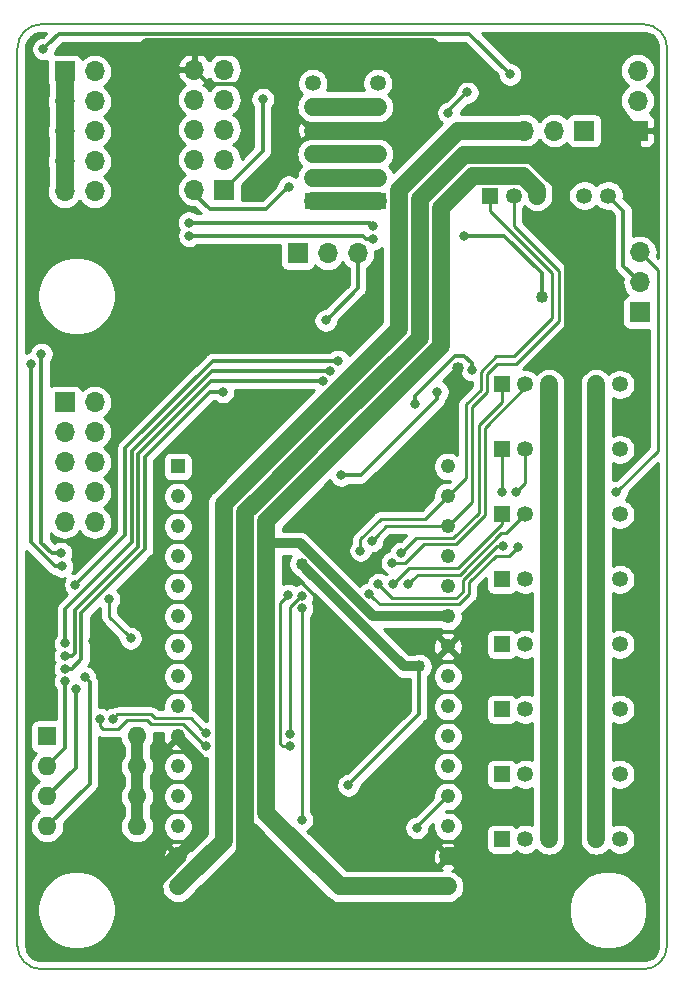
<source format=gbr>
G04 #@! TF.GenerationSoftware,KiCad,Pcbnew,(5.0.0-rc2-190-gf634b7565)*
G04 #@! TF.CreationDate,2018-07-09T23:29:34+02:00*
G04 #@! TF.ProjectId,IoP-mux8-1B,496F502D6D7578382D31422E6B696361,rev?*
G04 #@! TF.SameCoordinates,Original*
G04 #@! TF.FileFunction,Copper,L2,Bot,Signal*
G04 #@! TF.FilePolarity,Positive*
%FSLAX46Y46*%
G04 Gerber Fmt 4.6, Leading zero omitted, Abs format (unit mm)*
G04 Created by KiCad (PCBNEW (5.0.0-rc2-190-gf634b7565)) date 07/09/18 23:29:34*
%MOMM*%
%LPD*%
G01*
G04 APERTURE LIST*
G04 #@! TA.AperFunction,NonConductor*
%ADD10C,0.200000*%
G04 #@! TD*
G04 #@! TA.AperFunction,ComponentPad*
%ADD11R,1.350000X1.350000*%
G04 #@! TD*
G04 #@! TA.AperFunction,ComponentPad*
%ADD12C,1.350000*%
G04 #@! TD*
G04 #@! TA.AperFunction,ComponentPad*
%ADD13R,1.700000X1.700000*%
G04 #@! TD*
G04 #@! TA.AperFunction,ComponentPad*
%ADD14O,1.700000X1.700000*%
G04 #@! TD*
G04 #@! TA.AperFunction,ComponentPad*
%ADD15R,1.600000X1.600000*%
G04 #@! TD*
G04 #@! TA.AperFunction,ComponentPad*
%ADD16O,1.600000X1.600000*%
G04 #@! TD*
G04 #@! TA.AperFunction,ComponentPad*
%ADD17C,1.235000*%
G04 #@! TD*
G04 #@! TA.AperFunction,ComponentPad*
%ADD18R,1.235000X1.235000*%
G04 #@! TD*
G04 #@! TA.AperFunction,ViaPad*
%ADD19C,1.016000*%
G04 #@! TD*
G04 #@! TA.AperFunction,ViaPad*
%ADD20C,0.812800*%
G04 #@! TD*
G04 #@! TA.AperFunction,Conductor*
%ADD21C,1.524000*%
G04 #@! TD*
G04 #@! TA.AperFunction,Conductor*
%ADD22C,0.812800*%
G04 #@! TD*
G04 #@! TA.AperFunction,Conductor*
%ADD23C,0.304800*%
G04 #@! TD*
G04 #@! TA.AperFunction,Conductor*
%ADD24C,0.254000*%
G04 #@! TD*
G04 #@! TA.AperFunction,Conductor*
%ADD25C,1.016000*%
G04 #@! TD*
G04 APERTURE END LIST*
D10*
X180000000Y-125000000D02*
G75*
G02X178000000Y-123000000I0J2000000D01*
G01*
X231000000Y-45000000D02*
G75*
G02X233000000Y-47000000I0J-2000000D01*
G01*
X233000000Y-123000000D02*
G75*
G02X231000000Y-125000000I-2000000J0D01*
G01*
X178000000Y-47000000D02*
G75*
G02X180000000Y-45000000I2000000J0D01*
G01*
X178000000Y-47000000D02*
X178000000Y-123000000D01*
X231000000Y-45000000D02*
X180000000Y-45000000D01*
X233000000Y-123000000D02*
X233000000Y-47000000D01*
X180000000Y-125000000D02*
X231000000Y-125000000D01*
D11*
G04 #@! TO.P,EXT4,1*
G04 #@! TO.N,/SCL4*
X219000000Y-92000000D03*
D12*
G04 #@! TO.P,EXT4,2*
G04 #@! TO.N,/SDA4*
X221000000Y-92000000D03*
G04 #@! TO.P,EXT4,3*
G04 #@! TO.N,/3.3V_SW*
X223000000Y-92000000D03*
G04 #@! TO.P,EXT4,4*
G04 #@! TO.N,GND*
X225000000Y-92000000D03*
G04 #@! TO.P,EXT4,5*
G04 #@! TO.N,/VBAT_SW*
X227000000Y-92000000D03*
G04 #@! TO.P,EXT4,6*
G04 #@! TO.N,/A4*
X229000000Y-92000000D03*
G04 #@! TD*
D13*
G04 #@! TO.P,JP4,1*
G04 #@! TO.N,A9*
X201735000Y-64392000D03*
D14*
G04 #@! TO.P,JP4,2*
G04 #@! TO.N,Net-(JP4-Pad2)*
X204275000Y-64392000D03*
G04 #@! TO.P,JP4,3*
G04 #@! TO.N,M_ANA*
X206815000Y-64392000D03*
G04 #@! TD*
D15*
G04 #@! TO.P,SW1,1*
G04 #@! TO.N,DIP4*
X180500000Y-105300000D03*
D16*
G04 #@! TO.P,SW1,5*
G04 #@! TO.N,3.3V_IN*
X188120000Y-112920000D03*
G04 #@! TO.P,SW1,2*
G04 #@! TO.N,ADDR2*
X180500000Y-107840000D03*
G04 #@! TO.P,SW1,6*
G04 #@! TO.N,3.3V_IN*
X188120000Y-110380000D03*
G04 #@! TO.P,SW1,3*
G04 #@! TO.N,ADDR1*
X180500000Y-110380000D03*
G04 #@! TO.P,SW1,7*
G04 #@! TO.N,3.3V_IN*
X188120000Y-107840000D03*
G04 #@! TO.P,SW1,4*
G04 #@! TO.N,ADDR0*
X180500000Y-112920000D03*
G04 #@! TO.P,SW1,8*
G04 #@! TO.N,3.3V_IN*
X188120000Y-105300000D03*
G04 #@! TD*
D12*
G04 #@! TO.P,MASTER0,6*
G04 #@! TO.N,/M_OUT*
X228000000Y-59500000D03*
G04 #@! TO.P,MASTER0,5*
G04 #@! TO.N,/M_PWR*
X226000000Y-59500000D03*
G04 #@! TO.P,MASTER0,4*
G04 #@! TO.N,GND*
X224000000Y-59500000D03*
G04 #@! TO.P,MASTER0,3*
G04 #@! TO.N,3.3V_IN*
X222000000Y-59500000D03*
G04 #@! TO.P,MASTER0,2*
G04 #@! TO.N,/M_SDA*
X220000000Y-59500000D03*
D11*
G04 #@! TO.P,MASTER0,1*
G04 #@! TO.N,/M_SCL*
X218000000Y-59500000D03*
G04 #@! TD*
D17*
G04 #@! TO.P,U1,30*
G04 #@! TO.N,/ENA_OUT*
X214430000Y-82440000D03*
G04 #@! TO.P,U1,29*
G04 #@! TO.N,/M_SCL*
X214430000Y-84980000D03*
G04 #@! TO.P,U1,28*
G04 #@! TO.N,/M_SDA*
X214430000Y-87520000D03*
G04 #@! TO.P,U1,27*
G04 #@! TO.N,Net-(U1-Pad27)*
X214430000Y-90060000D03*
G04 #@! TO.P,U1,26*
G04 #@! TO.N,Net-(U1-Pad26)*
X214430000Y-92600000D03*
G04 #@! TO.P,U1,25*
G04 #@! TO.N,3.3V_IN*
X214430000Y-95140000D03*
G04 #@! TO.P,U1,24*
G04 #@! TO.N,GND*
X214430000Y-97680000D03*
G04 #@! TO.P,U1,23*
G04 #@! TO.N,Net-(U1-Pad23)*
X214430000Y-100220000D03*
G04 #@! TO.P,U1,22*
G04 #@! TO.N,Net-(U1-Pad22)*
X214430000Y-102760000D03*
G04 #@! TO.P,U1,21*
G04 #@! TO.N,Net-(U1-Pad21)*
X214430000Y-105300000D03*
G04 #@! TO.P,U1,20*
G04 #@! TO.N,Net-(U1-Pad20)*
X214430000Y-107840000D03*
G04 #@! TO.P,U1,19*
G04 #@! TO.N,DIP4*
X214430000Y-110380000D03*
G04 #@! TO.P,U1,18*
G04 #@! TO.N,Net-(U1-Pad18)*
X214430000Y-112920000D03*
G04 #@! TO.P,U1,17*
G04 #@! TO.N,GND*
X214430000Y-115460000D03*
G04 #@! TO.P,U1,16*
G04 #@! TO.N,3.3V_IN*
X214430000Y-118000000D03*
G04 #@! TO.P,U1,15*
G04 #@! TO.N,VUSB*
X191570000Y-118000000D03*
G04 #@! TO.P,U1,14*
G04 #@! TO.N,GND*
X191570000Y-115460000D03*
G04 #@! TO.P,U1,13*
G04 #@! TO.N,Net-(U1-Pad13)*
X191570000Y-112920000D03*
G04 #@! TO.P,U1,12*
G04 #@! TO.N,Net-(U1-Pad12)*
X191570000Y-110380000D03*
G04 #@! TO.P,U1,11*
G04 #@! TO.N,3.3V_IN*
X191570000Y-107840000D03*
G04 #@! TO.P,U1,10*
G04 #@! TO.N,GND*
X191570000Y-105300000D03*
G04 #@! TO.P,U1,9*
G04 #@! TO.N,Net-(U1-Pad9)*
X191570000Y-102760000D03*
G04 #@! TO.P,U1,8*
G04 #@! TO.N,Net-(U1-Pad8)*
X191570000Y-100220000D03*
G04 #@! TO.P,U1,7*
G04 #@! TO.N,Net-(U1-Pad7)*
X191570000Y-97680000D03*
G04 #@! TO.P,U1,6*
G04 #@! TO.N,Net-(U1-Pad6)*
X191570000Y-95140000D03*
G04 #@! TO.P,U1,5*
G04 #@! TO.N,Net-(U1-Pad5)*
X191570000Y-92600000D03*
G04 #@! TO.P,U1,4*
G04 #@! TO.N,Net-(U1-Pad4)*
X191570000Y-90060000D03*
G04 #@! TO.P,U1,3*
G04 #@! TO.N,Net-(U1-Pad3)*
X191570000Y-87520000D03*
G04 #@! TO.P,U1,2*
G04 #@! TO.N,Net-(U1-Pad2)*
X191570000Y-84980000D03*
D18*
G04 #@! TO.P,U1,1*
G04 #@! TO.N,Net-(C10-Pad2)*
X191570000Y-82440000D03*
G04 #@! TD*
D13*
G04 #@! TO.P,J1,1*
G04 #@! TO.N,VBAT_IN*
X182000000Y-49000000D03*
D14*
G04 #@! TO.P,J1,2*
G04 #@! TO.N,PSW0*
X184540000Y-49000000D03*
G04 #@! TO.P,J1,3*
G04 #@! TO.N,VBAT_IN*
X182000000Y-51540000D03*
G04 #@! TO.P,J1,4*
G04 #@! TO.N,PSW1*
X184540000Y-51540000D03*
G04 #@! TO.P,J1,5*
G04 #@! TO.N,VBAT_IN*
X182000000Y-54080000D03*
G04 #@! TO.P,J1,6*
G04 #@! TO.N,PSW2*
X184540000Y-54080000D03*
G04 #@! TO.P,J1,7*
G04 #@! TO.N,VBAT_IN*
X182000000Y-56620000D03*
G04 #@! TO.P,J1,8*
G04 #@! TO.N,PSW3*
X184540000Y-56620000D03*
G04 #@! TO.P,J1,9*
G04 #@! TO.N,VBAT_IN*
X182000000Y-59160000D03*
G04 #@! TO.P,J1,10*
G04 #@! TO.N,PSW4*
X184540000Y-59160000D03*
G04 #@! TD*
G04 #@! TO.P,J3,10*
G04 #@! TO.N,GND*
X192960000Y-48840000D03*
G04 #@! TO.P,J3,9*
G04 #@! TO.N,3.3V_IN*
X195500000Y-48840000D03*
G04 #@! TO.P,J3,8*
G04 #@! TO.N,A15*
X192960000Y-51380000D03*
G04 #@! TO.P,J3,7*
G04 #@! TO.N,A14*
X195500000Y-51380000D03*
G04 #@! TO.P,J3,6*
G04 #@! TO.N,A13*
X192960000Y-53920000D03*
G04 #@! TO.P,J3,5*
G04 #@! TO.N,A12*
X195500000Y-53920000D03*
G04 #@! TO.P,J3,4*
G04 #@! TO.N,A11*
X192960000Y-56460000D03*
G04 #@! TO.P,J3,3*
G04 #@! TO.N,A10*
X195500000Y-56460000D03*
G04 #@! TO.P,J3,2*
G04 #@! TO.N,A9*
X192960000Y-59000000D03*
D13*
G04 #@! TO.P,J3,1*
G04 #@! TO.N,A8*
X195500000Y-59000000D03*
G04 #@! TD*
G04 #@! TO.P,JP1,1*
G04 #@! TO.N,M_ANA*
X230700000Y-69400000D03*
D14*
G04 #@! TO.P,JP1,2*
G04 #@! TO.N,/M_OUT*
X230700000Y-66860000D03*
G04 #@! TO.P,JP1,3*
G04 #@! TO.N,/ENA_OUT*
X230700000Y-64320000D03*
G04 #@! TD*
G04 #@! TO.P,JP2,3*
G04 #@! TO.N,Net-(C1-Pad1)*
X230500000Y-48920000D03*
G04 #@! TO.P,JP2,2*
G04 #@! TO.N,Net-(IC8-Pad2)*
X230500000Y-51460000D03*
D13*
G04 #@! TO.P,JP2,1*
G04 #@! TO.N,GND*
X230500000Y-54000000D03*
G04 #@! TD*
G04 #@! TO.P,JP3,1*
G04 #@! TO.N,/M_PWR*
X226000000Y-54000000D03*
D14*
G04 #@! TO.P,JP3,2*
G04 #@! TO.N,VBAT_IN*
X223460000Y-54000000D03*
G04 #@! TO.P,JP3,3*
G04 #@! TO.N,VUSB*
X220920000Y-54000000D03*
G04 #@! TD*
D13*
G04 #@! TO.P,J2,1*
G04 #@! TO.N,SWIO0*
X182000000Y-77000000D03*
D14*
G04 #@! TO.P,J2,2*
G04 #@! TO.N,SWIO1*
X184540000Y-77000000D03*
G04 #@! TO.P,J2,3*
G04 #@! TO.N,SWIO2*
X182000000Y-79540000D03*
G04 #@! TO.P,J2,4*
G04 #@! TO.N,SWIO3*
X184540000Y-79540000D03*
G04 #@! TO.P,J2,5*
G04 #@! TO.N,SWIO4*
X182000000Y-82080000D03*
G04 #@! TO.P,J2,6*
G04 #@! TO.N,GPIO5*
X184540000Y-82080000D03*
G04 #@! TO.P,J2,7*
G04 #@! TO.N,GPIO6*
X182000000Y-84620000D03*
G04 #@! TO.P,J2,8*
G04 #@! TO.N,GPIO7*
X184540000Y-84620000D03*
G04 #@! TO.P,J2,9*
G04 #@! TO.N,GPIO8*
X182000000Y-87160000D03*
G04 #@! TO.P,J2,10*
G04 #@! TO.N,GPIO9*
X184540000Y-87160000D03*
G04 #@! TD*
D11*
G04 #@! TO.P,EXT2,1*
G04 #@! TO.N,/SCL2*
X219000000Y-103000000D03*
D12*
G04 #@! TO.P,EXT2,2*
G04 #@! TO.N,/SDA2*
X221000000Y-103000000D03*
G04 #@! TO.P,EXT2,3*
G04 #@! TO.N,/3.3V_SW*
X223000000Y-103000000D03*
G04 #@! TO.P,EXT2,4*
G04 #@! TO.N,GND*
X225000000Y-103000000D03*
G04 #@! TO.P,EXT2,5*
G04 #@! TO.N,/VBAT_SW*
X227000000Y-103000000D03*
G04 #@! TO.P,EXT2,6*
G04 #@! TO.N,/A2*
X229000000Y-103000000D03*
G04 #@! TD*
G04 #@! TO.P,LOC1,6*
G04 #@! TO.N,Net-(JP4-Pad2)*
X203000000Y-50000000D03*
G04 #@! TO.P,LOC1,5*
G04 #@! TO.N,/VBAT_LOC*
X203000000Y-52000000D03*
G04 #@! TO.P,LOC1,4*
G04 #@! TO.N,GND*
X203000000Y-54000000D03*
G04 #@! TO.P,LOC1,3*
G04 #@! TO.N,/3.3V_LOC*
X203000000Y-56000000D03*
G04 #@! TO.P,LOC1,2*
G04 #@! TO.N,/M_SDA*
X203000000Y-58000000D03*
D11*
G04 #@! TO.P,LOC1,1*
G04 #@! TO.N,/M_SCL*
X203000000Y-60000000D03*
G04 #@! TD*
G04 #@! TO.P,LOC0,1*
G04 #@! TO.N,/M_SCL*
X208500000Y-60000000D03*
D12*
G04 #@! TO.P,LOC0,2*
G04 #@! TO.N,/M_SDA*
X208500000Y-58000000D03*
G04 #@! TO.P,LOC0,3*
G04 #@! TO.N,/3.3V_LOC*
X208500000Y-56000000D03*
G04 #@! TO.P,LOC0,4*
G04 #@! TO.N,GND*
X208500000Y-54000000D03*
G04 #@! TO.P,LOC0,5*
G04 #@! TO.N,/VBAT_LOC*
X208500000Y-52000000D03*
G04 #@! TO.P,LOC0,6*
G04 #@! TO.N,A8*
X208500000Y-50000000D03*
G04 #@! TD*
D11*
G04 #@! TO.P,EXT0,1*
G04 #@! TO.N,/SCL0*
X219000000Y-114000000D03*
D12*
G04 #@! TO.P,EXT0,2*
G04 #@! TO.N,/SDA0*
X221000000Y-114000000D03*
G04 #@! TO.P,EXT0,3*
G04 #@! TO.N,/3.3V_SW*
X223000000Y-114000000D03*
G04 #@! TO.P,EXT0,4*
G04 #@! TO.N,GND*
X225000000Y-114000000D03*
G04 #@! TO.P,EXT0,5*
G04 #@! TO.N,/VBAT_SW*
X227000000Y-114000000D03*
G04 #@! TO.P,EXT0,6*
G04 #@! TO.N,/A0*
X229000000Y-114000000D03*
G04 #@! TD*
G04 #@! TO.P,EXT3,6*
G04 #@! TO.N,/A3*
X229000000Y-97500000D03*
G04 #@! TO.P,EXT3,5*
G04 #@! TO.N,/VBAT_SW*
X227000000Y-97500000D03*
G04 #@! TO.P,EXT3,4*
G04 #@! TO.N,GND*
X225000000Y-97500000D03*
G04 #@! TO.P,EXT3,3*
G04 #@! TO.N,/3.3V_SW*
X223000000Y-97500000D03*
G04 #@! TO.P,EXT3,2*
G04 #@! TO.N,/SDA3*
X221000000Y-97500000D03*
D11*
G04 #@! TO.P,EXT3,1*
G04 #@! TO.N,/SCL3*
X219000000Y-97500000D03*
G04 #@! TD*
D12*
G04 #@! TO.P,EXT6,6*
G04 #@! TO.N,/A6*
X229000000Y-81000000D03*
G04 #@! TO.P,EXT6,5*
G04 #@! TO.N,/VBAT_SW*
X227000000Y-81000000D03*
G04 #@! TO.P,EXT6,4*
G04 #@! TO.N,GND*
X225000000Y-81000000D03*
G04 #@! TO.P,EXT6,3*
G04 #@! TO.N,/3.3V_SW*
X223000000Y-81000000D03*
G04 #@! TO.P,EXT6,2*
G04 #@! TO.N,/SDA6*
X221000000Y-81000000D03*
D11*
G04 #@! TO.P,EXT6,1*
G04 #@! TO.N,/SCL6*
X219000000Y-81000000D03*
G04 #@! TD*
G04 #@! TO.P,EXT7,1*
G04 #@! TO.N,/SCL7*
X219000000Y-75500000D03*
D12*
G04 #@! TO.P,EXT7,2*
G04 #@! TO.N,/SDA7*
X221000000Y-75500000D03*
G04 #@! TO.P,EXT7,3*
G04 #@! TO.N,/3.3V_SW*
X223000000Y-75500000D03*
G04 #@! TO.P,EXT7,4*
G04 #@! TO.N,GND*
X225000000Y-75500000D03*
G04 #@! TO.P,EXT7,5*
G04 #@! TO.N,/VBAT_SW*
X227000000Y-75500000D03*
G04 #@! TO.P,EXT7,6*
G04 #@! TO.N,/A7*
X229000000Y-75500000D03*
G04 #@! TD*
G04 #@! TO.P,EXT5,6*
G04 #@! TO.N,/A5*
X229000000Y-86500000D03*
G04 #@! TO.P,EXT5,5*
G04 #@! TO.N,/VBAT_SW*
X227000000Y-86500000D03*
G04 #@! TO.P,EXT5,4*
G04 #@! TO.N,GND*
X225000000Y-86500000D03*
G04 #@! TO.P,EXT5,3*
G04 #@! TO.N,/3.3V_SW*
X223000000Y-86500000D03*
G04 #@! TO.P,EXT5,2*
G04 #@! TO.N,/SDA5*
X221000000Y-86500000D03*
D11*
G04 #@! TO.P,EXT5,1*
G04 #@! TO.N,/SCL5*
X219000000Y-86500000D03*
G04 #@! TD*
G04 #@! TO.P,EXT1,1*
G04 #@! TO.N,/SCL1*
X219000000Y-108500000D03*
D12*
G04 #@! TO.P,EXT1,2*
G04 #@! TO.N,/SDA1*
X221000000Y-108500000D03*
G04 #@! TO.P,EXT1,3*
G04 #@! TO.N,/3.3V_SW*
X223000000Y-108500000D03*
G04 #@! TO.P,EXT1,4*
G04 #@! TO.N,GND*
X225000000Y-108500000D03*
G04 #@! TO.P,EXT1,5*
G04 #@! TO.N,/VBAT_SW*
X227000000Y-108500000D03*
G04 #@! TO.P,EXT1,6*
G04 #@! TO.N,/A1*
X229000000Y-108500000D03*
G04 #@! TD*
D19*
G04 #@! TO.N,/3.3V_SW*
X212006798Y-99375200D03*
X202050002Y-90688400D03*
D20*
X206012400Y-109433600D03*
G04 #@! TO.N,/SDA5*
X211092400Y-92415600D03*
G04 #@! TO.N,/SCL5*
X209822400Y-92415600D03*
G04 #@! TO.N,/SCL7*
X210482800Y-89774000D03*
G04 #@! TO.N,/SDA7*
X209720800Y-90586800D03*
G04 #@! TO.N,/SCL6*
X219134000Y-89207790D03*
X218981600Y-84610400D03*
X208552400Y-92415598D03*
G04 #@! TO.N,/SDA6*
X220404000Y-89233200D03*
X220200800Y-84610400D03*
X207764000Y-93217302D03*
G04 #@! TO.N,AMUX3*
X213546000Y-76126800D03*
X195372810Y-76126800D03*
X205400004Y-83200000D03*
X182034800Y-99578392D03*
G04 #@! TO.N,GND*
X192464000Y-68710000D03*
X191854400Y-68100400D03*
X191244800Y-67490800D03*
X211107600Y-80698800D03*
D19*
X204500000Y-79080359D03*
X211900000Y-71680359D03*
X197274800Y-92771200D03*
X198494000Y-85086359D03*
D20*
X184371600Y-97241600D03*
D19*
X208200000Y-102300000D03*
X200900004Y-91800000D03*
D20*
X189121400Y-101305600D03*
D19*
X197274800Y-110602000D03*
X215305123Y-74134736D03*
G04 #@! TO.N,3.3V_IN*
X206494846Y-79600000D03*
X199052790Y-107858800D03*
D20*
G04 #@! TO.N,/I2C-Analog-Expander/3.3V_CTRL*
X179129000Y-73789992D03*
X181745200Y-90909604D03*
G04 #@! TO.N,/I2C-Analog-Expander/VBAT_CTRL*
X180021244Y-72904244D03*
X181691933Y-89793318D03*
G04 #@! TO.N,AMUX0*
X205140671Y-73500436D03*
X182898400Y-92466404D03*
G04 #@! TO.N,AMUX1*
X204488491Y-74344681D03*
X182034620Y-97422402D03*
G04 #@! TO.N,AMUX2*
X203852840Y-75201440D03*
X182038539Y-98489641D03*
G04 #@! TO.N,/M_SCL*
X207039078Y-89556088D03*
X202089146Y-93385377D03*
X186048000Y-103845590D03*
X201034000Y-105064800D03*
X193935935Y-105039803D03*
G04 #@! TO.N,/M_SDA*
X208016983Y-88730583D03*
X200932400Y-93330000D03*
X184981200Y-103845588D03*
X201034000Y-106131600D03*
X193966053Y-106106190D03*
G04 #@! TO.N,VBAT_IN*
X215781200Y-62918800D03*
D19*
X222385192Y-68100400D03*
D20*
G04 #@! TO.N,PSW4*
X219700000Y-49250000D03*
X180199998Y-47100000D03*
G04 #@! TO.N,A9*
X200947600Y-58753200D03*
G04 #@! TO.N,A8*
X198763200Y-51336400D03*
G04 #@! TO.N,/A7*
X211666390Y-77193600D03*
X216464192Y-74282109D03*
G04 #@! TO.N,/ENA_OUT*
X228700000Y-84600000D03*
G04 #@! TO.N,ADDR0*
X183700000Y-100299998D03*
G04 #@! TO.N,ADDR1*
X182942282Y-101314792D03*
G04 #@! TO.N,ADDR2*
X182034800Y-100645200D03*
X202101701Y-94452115D03*
X202075400Y-112354600D03*
G04 #@! TO.N,DIP4*
X211803600Y-113040400D03*
G04 #@! TO.N,Net-(IC2-Pad11)*
X192509340Y-61793313D03*
X208110368Y-62057277D03*
G04 #@! TO.N,Net-(IC2-Pad10)*
X208110368Y-63211338D03*
X192549886Y-62920073D03*
G04 #@! TO.N,Net-(IC8-Pad2)*
X214491166Y-52491352D03*
X216099840Y-50769209D03*
G04 #@! TO.N,/I2C-Analog-Expander/GPIO4*
X185743200Y-93685600D03*
X187572000Y-96987535D03*
G04 #@! TO.N,M_ANA*
X204097198Y-70081600D03*
G04 #@! TD*
D21*
G04 #@! TO.N,/3.3V_SW*
X223000000Y-75500000D02*
X223000000Y-114000000D01*
D22*
X210736802Y-99375200D02*
X202456401Y-91094799D01*
X202456401Y-91094799D02*
X202050002Y-90688400D01*
X212006798Y-99375200D02*
X210736802Y-99375200D01*
D23*
X212006798Y-103439202D02*
X212006798Y-99375200D01*
X206012400Y-109433600D02*
X212006798Y-103439202D01*
D24*
G04 #@! TO.N,/SDA5*
X221000000Y-86500000D02*
X219384400Y-88115600D01*
X219384400Y-88115600D02*
X218930800Y-88115600D01*
X218930800Y-88115600D02*
X215444901Y-91601499D01*
X215444901Y-91601499D02*
X211906501Y-91601499D01*
X211498799Y-92009201D02*
X211092400Y-92415600D01*
X211906501Y-91601499D02*
X211498799Y-92009201D01*
G04 #@! TO.N,/SCL5*
X211172534Y-91065466D02*
X210228799Y-92009201D01*
X215262498Y-91065466D02*
X211172534Y-91065466D01*
X219000000Y-87327964D02*
X215262498Y-91065466D01*
X210228799Y-92009201D02*
X209822400Y-92415600D01*
X219000000Y-86500000D02*
X219000000Y-87327964D01*
G04 #@! TO.N,/SCL7*
X213854537Y-88518501D02*
X213034501Y-88518501D01*
X214909281Y-88518501D02*
X213854537Y-88518501D01*
X217051200Y-86376582D02*
X214909281Y-88518501D01*
X217051200Y-78920800D02*
X217051200Y-86376582D01*
X219000000Y-75500000D02*
X219000000Y-76972000D01*
X219000000Y-76972000D02*
X217051200Y-78920800D01*
X213034501Y-88518501D02*
X211738299Y-88518501D01*
X211738299Y-88518501D02*
X210482800Y-89774000D01*
G04 #@! TO.N,/SDA7*
X213186912Y-89026512D02*
X213186910Y-89026510D01*
X215124288Y-89026512D02*
X213186912Y-89026512D01*
X217559200Y-86591600D02*
X215124288Y-89026512D01*
X217559200Y-79174800D02*
X217559200Y-86591600D01*
X221000000Y-75500000D02*
X221000000Y-75734000D01*
X221000000Y-75734000D02*
X217559200Y-79174800D01*
X213186912Y-89026512D02*
X212398688Y-89026512D01*
X212398688Y-89026512D02*
X210838400Y-90586800D01*
X210838400Y-90586800D02*
X209720800Y-90586800D01*
G04 #@! TO.N,/SCL6*
X219000000Y-81000000D02*
X219000000Y-84592000D01*
X219000000Y-84592000D02*
X218981600Y-84610400D01*
X208958799Y-92821997D02*
X208552400Y-92415598D01*
X219134000Y-89207790D02*
X218557044Y-89207790D01*
X218557044Y-89207790D02*
X215730400Y-92034434D01*
X215730400Y-92034434D02*
X215730400Y-93043200D01*
X215730400Y-93043200D02*
X215164199Y-93609401D01*
X209746203Y-93609401D02*
X208958799Y-92821997D01*
X215164199Y-93609401D02*
X209746203Y-93609401D01*
G04 #@! TO.N,/SDA6*
X221000000Y-83811200D02*
X220607199Y-84204001D01*
X220607199Y-84204001D02*
X220200800Y-84610400D01*
X221000000Y-81000000D02*
X221000000Y-83811200D01*
X216238410Y-93253626D02*
X215374625Y-94117411D01*
X215374625Y-94117411D02*
X208664109Y-94117411D01*
X208664109Y-94117411D02*
X208170399Y-93623701D01*
X216238411Y-92244859D02*
X216238410Y-93253626D01*
X218488070Y-89995200D02*
X216238411Y-92244859D01*
X219642000Y-89995200D02*
X218488070Y-89995200D01*
X220404000Y-89233200D02*
X219642000Y-89995200D01*
X208170399Y-93623701D02*
X207764000Y-93217302D01*
D23*
G04 #@! TO.N,AMUX3*
X207047536Y-83200000D02*
X205974740Y-83200000D01*
X205974740Y-83200000D02*
X205400004Y-83200000D01*
X213546000Y-76701536D02*
X207047536Y-83200000D01*
X213546000Y-76126800D02*
X213546000Y-76701536D01*
X182609536Y-99578392D02*
X182034800Y-99578392D01*
X183406409Y-98781519D02*
X182609536Y-99578392D01*
X183406409Y-94853991D02*
X183406409Y-98781519D01*
X188800000Y-89460400D02*
X183406409Y-94853991D01*
X188800000Y-81600000D02*
X188800000Y-89460400D01*
X194273200Y-76126800D02*
X188800000Y-81600000D01*
X195372810Y-76126800D02*
X194273200Y-76126800D01*
D21*
G04 #@! TO.N,GND*
X225000000Y-114000000D02*
X225000000Y-75500000D01*
X203000000Y-54000000D02*
X208500000Y-54000000D01*
X228050000Y-56450000D02*
X230500000Y-54000000D01*
X226095406Y-56450000D02*
X228050000Y-56450000D01*
X224000000Y-59500000D02*
X224000000Y-58545406D01*
X224000000Y-58545406D02*
X226095406Y-56450000D01*
X227650000Y-51700000D02*
X227228802Y-51700000D01*
X230500000Y-54000000D02*
X229950000Y-54000000D01*
X229950000Y-54000000D02*
X227650000Y-51700000D01*
X227650000Y-51700000D02*
X219650000Y-51700000D01*
X219650000Y-51700000D02*
X217150000Y-49200000D01*
X217150000Y-49200000D02*
X215250000Y-49200000D01*
X210450000Y-54000000D02*
X208500000Y-54000000D01*
X215250000Y-49200000D02*
X210450000Y-54000000D01*
X187384000Y-63376000D02*
X187384000Y-63884000D01*
X187384000Y-63376000D02*
X187384000Y-63630000D01*
X187384000Y-63630000D02*
X191244800Y-67490800D01*
X213017611Y-46967611D02*
X189060389Y-46967611D01*
X187384000Y-48644000D02*
X187384000Y-63376000D01*
X215250000Y-49200000D02*
X213017611Y-46967611D01*
X189060389Y-46967611D02*
X187384000Y-48644000D01*
D23*
X203000000Y-53947600D02*
X203000000Y-54000000D01*
X199148801Y-50096401D02*
X203000000Y-53947600D01*
X192960000Y-48840000D02*
X194216401Y-50096401D01*
X194216401Y-50096401D02*
X199148801Y-50096401D01*
D21*
X225000000Y-74545406D02*
X225000000Y-75500000D01*
X224000000Y-59500000D02*
X224000000Y-62838133D01*
X225000000Y-63838133D02*
X225000000Y-74545406D01*
X224000000Y-62838133D02*
X225000000Y-63838133D01*
X225000000Y-114954594D02*
X223644994Y-116309600D01*
X225000000Y-114000000D02*
X225000000Y-114954594D01*
X223644994Y-116309600D02*
X217000400Y-116309600D01*
X216150800Y-115460000D02*
X214430000Y-115460000D01*
X217000400Y-116309600D02*
X216150800Y-115460000D01*
X192464000Y-68710000D02*
X192464000Y-68710000D01*
X191854400Y-68100400D02*
X192464000Y-68710000D01*
X191244800Y-67490800D02*
X191854400Y-68100400D01*
X224000000Y-58545406D02*
X224000000Y-58482831D01*
X224000000Y-58482831D02*
X221548157Y-56030988D01*
X215814443Y-56030988D02*
X212056021Y-59789410D01*
X212056021Y-59789410D02*
X212056021Y-71524338D01*
X221548157Y-56030988D02*
X215814443Y-56030988D01*
X212056021Y-71524338D02*
X204500000Y-79080359D01*
X197274800Y-92196464D02*
X197274800Y-92771200D01*
X197274800Y-86305559D02*
X197274800Y-92196464D01*
X204500000Y-79080359D02*
X198494000Y-85086359D01*
X198494000Y-85086359D02*
X197274800Y-86305559D01*
D25*
X192187499Y-114842501D02*
X191570000Y-115460000D01*
X193365452Y-113664548D02*
X192187499Y-114842501D01*
X193365452Y-107198920D02*
X193365452Y-113664548D01*
X191534400Y-105367868D02*
X193365452Y-107198920D01*
X191570000Y-105300000D02*
X191534400Y-105335600D01*
X191534400Y-105335600D02*
X191534400Y-105367868D01*
D24*
X208200000Y-102300000D02*
X208200000Y-98381576D01*
X208200000Y-98381576D02*
X201618424Y-91800000D01*
X201618424Y-91800000D02*
X200900004Y-91800000D01*
X188546664Y-101305600D02*
X189121400Y-101305600D01*
X184371600Y-97241600D02*
X188435600Y-101305600D01*
X188435600Y-101305600D02*
X188546664Y-101305600D01*
D21*
X197274800Y-111320420D02*
X197274800Y-110602000D01*
X189009600Y-119052800D02*
X190178000Y-120221200D01*
X197274800Y-92771200D02*
X197274800Y-110602000D01*
X191570000Y-115460000D02*
X189009600Y-118020400D01*
X197274800Y-116172400D02*
X197274800Y-111320420D01*
X189009600Y-118020400D02*
X189009600Y-119052800D01*
X193226000Y-120221200D02*
X197274800Y-116172400D01*
X190178000Y-120221200D02*
X193226000Y-120221200D01*
D23*
X211107600Y-80698800D02*
X215305123Y-76501277D01*
X215305123Y-76501277D02*
X215305123Y-74853156D01*
X215305123Y-74853156D02*
X215305123Y-74134736D01*
D25*
G04 #@! TO.N,3.3V_IN*
X188120000Y-105300000D02*
X188120000Y-112920000D01*
D21*
X216550919Y-57808999D02*
X213834032Y-60525886D01*
X213834032Y-72260814D02*
X206494846Y-79600000D01*
X222000000Y-59500000D02*
X222000000Y-58997318D01*
X213834032Y-60525886D02*
X213834032Y-72260814D01*
X220811681Y-57808999D02*
X216550919Y-57808999D01*
X222000000Y-58997318D02*
X220811681Y-57808999D01*
X213556724Y-118000000D02*
X214430000Y-118000000D01*
X205282400Y-118000000D02*
X213556724Y-118000000D01*
X199052811Y-111770411D02*
X205282400Y-118000000D01*
X206494846Y-79600000D02*
X199052811Y-87042035D01*
X199052811Y-87042035D02*
X199052811Y-88961200D01*
X199052811Y-88961200D02*
X199052811Y-111770411D01*
D22*
X201948400Y-88961200D02*
X199052811Y-88961200D01*
X214430000Y-95140000D02*
X208127198Y-95140000D01*
X208127198Y-95140000D02*
X201948400Y-88961200D01*
D23*
G04 #@! TO.N,/I2C-Analog-Expander/3.3V_CTRL*
X179129000Y-88868140D02*
X181170464Y-90909604D01*
X179129000Y-73789992D02*
X179129000Y-88868140D01*
X181170464Y-90909604D02*
X181745200Y-90909604D01*
G04 #@! TO.N,/I2C-Analog-Expander/VBAT_CTRL*
X181690615Y-89792000D02*
X181691933Y-89793318D01*
X180932400Y-89792000D02*
X181690615Y-89792000D01*
X180021244Y-72904244D02*
X180021244Y-88880844D01*
X180021244Y-88880844D02*
X180932400Y-89792000D01*
G04 #@! TO.N,AMUX0*
X205140671Y-73500436D02*
X194528730Y-73500436D01*
X194528730Y-73500436D02*
X187123567Y-80905599D01*
X187123567Y-80905599D02*
X187123567Y-88241237D01*
X183304799Y-92060005D02*
X182898400Y-92466404D01*
X187123567Y-88241237D02*
X183304799Y-92060005D01*
G04 #@! TO.N,AMUX1*
X182034620Y-96847666D02*
X182034620Y-97422402D01*
X182034620Y-94498580D02*
X182034620Y-96847666D01*
X187682378Y-88850822D02*
X182034620Y-94498580D01*
X187682378Y-81137066D02*
X187682378Y-88850822D01*
X194474763Y-74344681D02*
X187682378Y-81137066D01*
X204488491Y-74344681D02*
X194474763Y-74344681D01*
G04 #@! TO.N,AMUX2*
X182847598Y-98255318D02*
X182613275Y-98489641D01*
X203852840Y-75201440D02*
X194408282Y-75201440D01*
X182613275Y-98489641D02*
X182038539Y-98489641D01*
X182847598Y-94622524D02*
X182847598Y-98255318D01*
X188241189Y-89228933D02*
X182847598Y-94622524D01*
X188241189Y-81368533D02*
X188241189Y-89228933D01*
X194408282Y-75201440D02*
X188241189Y-81368533D01*
D21*
G04 #@! TO.N,/M_SCL*
X203000000Y-60000000D02*
X208500000Y-60000000D01*
D24*
X207028400Y-89545410D02*
X207039078Y-89556088D01*
X207028400Y-88605600D02*
X207028400Y-89545410D01*
X208755600Y-86878400D02*
X207028400Y-88605600D01*
X214430000Y-84980000D02*
X212531600Y-86878400D01*
X212531600Y-86878400D02*
X208755600Y-86878400D01*
X202089146Y-93385377D02*
X202089146Y-93392454D01*
X215984400Y-83425600D02*
X215047499Y-84362501D01*
X215047499Y-84362501D02*
X214430000Y-84980000D01*
X215984400Y-77190554D02*
X215984400Y-83425600D01*
X217241989Y-75932965D02*
X215984400Y-77190554D01*
X217241989Y-74404775D02*
X217241989Y-75932965D01*
X218517164Y-73129600D02*
X217241989Y-74404775D01*
X223274202Y-69903798D02*
X220048400Y-73129600D01*
X223274202Y-66050646D02*
X223274202Y-69903798D01*
X218000000Y-60776444D02*
X223274202Y-66050646D01*
X218000000Y-59500000D02*
X218000000Y-60776444D01*
X220048400Y-73129600D02*
X218517164Y-73129600D01*
X201034000Y-104490064D02*
X201034000Y-105064800D01*
X201034000Y-94371400D02*
X201034000Y-104490064D01*
X202100800Y-93380800D02*
X202024600Y-93380800D01*
X202024600Y-93380800D02*
X201034000Y-94371400D01*
X193529536Y-104633404D02*
X193935935Y-105039803D01*
X192654633Y-103758501D02*
X193529536Y-104633404D01*
X189643901Y-103758501D02*
X192654633Y-103758501D01*
X189324591Y-103439191D02*
X189643901Y-103758501D01*
X186048000Y-103845590D02*
X186454399Y-103439191D01*
X186454399Y-103439191D02*
X189324591Y-103439191D01*
D21*
G04 #@! TO.N,/M_SDA*
X203000000Y-58000000D02*
X208500000Y-58000000D01*
D24*
X214430000Y-87520000D02*
X209227566Y-87520000D01*
X208423382Y-88324184D02*
X208016983Y-88730583D01*
X209227566Y-87520000D02*
X208423382Y-88324184D01*
X200459264Y-106131600D02*
X201034000Y-106131600D01*
X200246598Y-94015802D02*
X200246598Y-105918934D01*
X200246598Y-105918934D02*
X200459264Y-106131600D01*
X200932400Y-93330000D02*
X200246598Y-94015802D01*
X215047499Y-86902501D02*
X214430000Y-87520000D01*
X216492411Y-85457589D02*
X215047499Y-86902501D01*
X216492411Y-77400979D02*
X216492411Y-85457589D01*
X217750000Y-76143390D02*
X216492411Y-77400979D01*
X217750000Y-74615200D02*
X217750000Y-76143390D01*
X218626000Y-73739200D02*
X217750000Y-74615200D01*
X220000000Y-62058008D02*
X223833013Y-65891021D01*
X223833013Y-70106987D02*
X220200800Y-73739200D01*
X220000000Y-59500000D02*
X220000000Y-62058008D01*
X223833013Y-65891021D02*
X223833013Y-70106987D01*
X220200800Y-73739200D02*
X218626000Y-73739200D01*
X193858035Y-106106190D02*
X193966053Y-106106190D01*
X192018357Y-104266512D02*
X193858035Y-106106190D01*
X189288312Y-104266512D02*
X192018357Y-104266512D01*
X184981200Y-104420324D02*
X185244676Y-104683800D01*
X184981200Y-103845588D02*
X184981200Y-104420324D01*
X185244676Y-104683800D02*
X186530600Y-104683800D01*
X186530600Y-104683800D02*
X187267200Y-103947200D01*
X187267200Y-103947200D02*
X188969000Y-103947200D01*
X188969000Y-103947200D02*
X189288312Y-104266512D01*
D21*
G04 #@! TO.N,VBAT_IN*
X182000000Y-49000000D02*
X182000000Y-59160000D01*
D23*
X222385192Y-66085192D02*
X222385192Y-68100400D01*
X215781200Y-62918800D02*
X219218800Y-62918800D01*
X219218800Y-62918800D02*
X222385192Y-66085192D01*
G04 #@! TO.N,PSW4*
X180606397Y-46693601D02*
X180199998Y-47100000D01*
X181500798Y-45799200D02*
X180606397Y-46693601D01*
X219700000Y-49250000D02*
X216249200Y-45799200D01*
X216249200Y-45799200D02*
X181500798Y-45799200D01*
G04 #@! TO.N,A9*
X200541201Y-59159599D02*
X200947600Y-58753200D01*
X199017200Y-60683600D02*
X200541201Y-59159599D01*
X194292800Y-60683600D02*
X199017200Y-60683600D01*
X192960000Y-59000000D02*
X192960000Y-59350800D01*
X192960000Y-59350800D02*
X194292800Y-60683600D01*
G04 #@! TO.N,A8*
X198763200Y-55756000D02*
X198763200Y-51336400D01*
X195500000Y-59000000D02*
X195519200Y-59000000D01*
X195519200Y-59000000D02*
X198763200Y-55756000D01*
G04 #@! TO.N,/A7*
X211666390Y-77193600D02*
X211666390Y-76480296D01*
X211666390Y-76480296D02*
X215061087Y-73085599D01*
X216464192Y-73707373D02*
X216464192Y-74282109D01*
X215842418Y-73085599D02*
X216464192Y-73707373D01*
X215061087Y-73085599D02*
X215842418Y-73085599D01*
D21*
G04 #@! TO.N,/VBAT_SW*
X227000000Y-75500000D02*
X227000000Y-114000000D01*
G04 #@! TO.N,/3.3V_LOC*
X203000000Y-56000000D02*
X208500000Y-56000000D01*
G04 #@! TO.N,/VBAT_LOC*
X203000000Y-52000000D02*
X208500000Y-52000000D01*
D23*
G04 #@! TO.N,/M_OUT*
X230700000Y-66860000D02*
X229300000Y-65460000D01*
X229300000Y-60800000D02*
X228000000Y-59500000D01*
X229300000Y-65460000D02*
X229300000Y-60800000D01*
D21*
G04 #@! TO.N,VUSB*
X210278010Y-59052934D02*
X210278010Y-70787862D01*
X195461189Y-85604683D02*
X195461189Y-109672525D01*
X195461189Y-109672525D02*
X195445990Y-109687724D01*
X195445990Y-114124010D02*
X192187499Y-117382501D01*
X195445990Y-109687724D02*
X195445990Y-114124010D01*
X192187499Y-117382501D02*
X191570000Y-118000000D01*
X220920000Y-54000000D02*
X215330944Y-54000000D01*
X210278010Y-70787862D02*
X195461189Y-85604683D01*
X215330944Y-54000000D02*
X210278010Y-59052934D01*
D24*
G04 #@! TO.N,/ENA_OUT*
X231549999Y-65169999D02*
X230700000Y-64320000D01*
X232200000Y-65820000D02*
X231549999Y-65169999D01*
X228700000Y-84600000D02*
X232200000Y-81100000D01*
X232200000Y-81100000D02*
X232200000Y-65820000D01*
D23*
G04 #@! TO.N,ADDR0*
X184106399Y-100706397D02*
X183700000Y-100299998D01*
X180500000Y-112920000D02*
X184106399Y-109313601D01*
X184106399Y-109313601D02*
X184106399Y-100706397D01*
G04 #@! TO.N,ADDR1*
X182942282Y-101889528D02*
X182942282Y-101314792D01*
X182942282Y-107937718D02*
X182942282Y-101889528D01*
X180500000Y-110380000D02*
X182942282Y-107937718D01*
G04 #@! TO.N,ADDR2*
X182034800Y-106305200D02*
X182034800Y-101219936D01*
X182034800Y-101219936D02*
X182034800Y-100645200D01*
X180500000Y-107840000D02*
X182034800Y-106305200D01*
D24*
X202101701Y-94452115D02*
X202101701Y-112328299D01*
X202101701Y-112328299D02*
X202075400Y-112354600D01*
D23*
G04 #@! TO.N,DIP4*
X211803600Y-113006400D02*
X211803600Y-113040400D01*
X214430000Y-110380000D02*
X211803600Y-113006400D01*
G04 #@! TO.N,Net-(IC2-Pad11)*
X192509340Y-61793313D02*
X207846404Y-61793313D01*
X207846404Y-61793313D02*
X208110368Y-62057277D01*
G04 #@! TO.N,Net-(IC2-Pad10)*
X193124622Y-62920073D02*
X192549886Y-62920073D01*
X208110368Y-63211338D02*
X207535632Y-63211338D01*
X207244367Y-62920073D02*
X193124622Y-62920073D01*
X207535632Y-63211338D02*
X207244367Y-62920073D01*
G04 #@! TO.N,Net-(IC8-Pad2)*
X214491166Y-52377883D02*
X214491166Y-52491352D01*
X216099840Y-50769209D02*
X214491166Y-52377883D01*
D24*
G04 #@! TO.N,/I2C-Analog-Expander/GPIO4*
X185743200Y-95158735D02*
X187165601Y-96581136D01*
X187165601Y-96581136D02*
X187572000Y-96987535D01*
X185743200Y-93685600D02*
X185743200Y-95158735D01*
D23*
G04 #@! TO.N,M_ANA*
X206815000Y-67363798D02*
X204503597Y-69675201D01*
X206815000Y-64392000D02*
X206815000Y-67363798D01*
X204503597Y-69675201D02*
X204097198Y-70081600D01*
G04 #@! TD*
D24*
G04 #@! TO.N,GND*
G36*
X180127848Y-46058600D02*
X180097429Y-46058600D01*
X179896233Y-46098620D01*
X179706710Y-46177123D01*
X179536144Y-46291092D01*
X179391090Y-46436146D01*
X179277121Y-46606712D01*
X179198618Y-46796235D01*
X179158598Y-46997431D01*
X179158598Y-47202569D01*
X179198618Y-47403765D01*
X179277121Y-47593288D01*
X179391090Y-47763854D01*
X179536144Y-47908908D01*
X179706710Y-48022877D01*
X179896233Y-48101380D01*
X180097429Y-48141400D01*
X180302567Y-48141400D01*
X180503763Y-48101380D01*
X180517267Y-48095786D01*
X180511928Y-48150000D01*
X180511928Y-49850000D01*
X180524188Y-49974482D01*
X180560498Y-50094180D01*
X180603000Y-50173695D01*
X180603000Y-51029625D01*
X180536487Y-51248889D01*
X180507815Y-51540000D01*
X180536487Y-51831111D01*
X180603000Y-52050375D01*
X180603000Y-53569624D01*
X180536487Y-53788889D01*
X180507815Y-54080000D01*
X180536487Y-54371111D01*
X180603001Y-54590376D01*
X180603001Y-56109623D01*
X180536487Y-56328889D01*
X180507815Y-56620000D01*
X180536487Y-56911111D01*
X180603001Y-57130377D01*
X180603001Y-58649623D01*
X180536487Y-58868889D01*
X180507815Y-59160000D01*
X180536487Y-59451111D01*
X180621401Y-59731034D01*
X180759294Y-59989014D01*
X180944866Y-60215134D01*
X181170986Y-60400706D01*
X181428966Y-60538599D01*
X181708889Y-60623513D01*
X181927050Y-60645000D01*
X182072950Y-60645000D01*
X182291111Y-60623513D01*
X182571034Y-60538599D01*
X182829014Y-60400706D01*
X183055134Y-60215134D01*
X183240706Y-59989014D01*
X183270000Y-59934209D01*
X183299294Y-59989014D01*
X183484866Y-60215134D01*
X183710986Y-60400706D01*
X183968966Y-60538599D01*
X184248889Y-60623513D01*
X184467050Y-60645000D01*
X184612950Y-60645000D01*
X184831111Y-60623513D01*
X185111034Y-60538599D01*
X185369014Y-60400706D01*
X185595134Y-60215134D01*
X185780706Y-59989014D01*
X185918599Y-59731034D01*
X186003513Y-59451111D01*
X186032185Y-59160000D01*
X186003513Y-58868889D01*
X185918599Y-58588966D01*
X185780706Y-58330986D01*
X185595134Y-58104866D01*
X185369014Y-57919294D01*
X185314209Y-57890000D01*
X185369014Y-57860706D01*
X185595134Y-57675134D01*
X185780706Y-57449014D01*
X185918599Y-57191034D01*
X186003513Y-56911111D01*
X186032185Y-56620000D01*
X186003513Y-56328889D01*
X185918599Y-56048966D01*
X185780706Y-55790986D01*
X185595134Y-55564866D01*
X185369014Y-55379294D01*
X185314209Y-55350000D01*
X185369014Y-55320706D01*
X185595134Y-55135134D01*
X185780706Y-54909014D01*
X185918599Y-54651034D01*
X186003513Y-54371111D01*
X186032185Y-54080000D01*
X186003513Y-53788889D01*
X185918599Y-53508966D01*
X185780706Y-53250986D01*
X185595134Y-53024866D01*
X185369014Y-52839294D01*
X185314209Y-52810000D01*
X185369014Y-52780706D01*
X185595134Y-52595134D01*
X185780706Y-52369014D01*
X185918599Y-52111034D01*
X186003513Y-51831111D01*
X186032185Y-51540000D01*
X186003513Y-51248889D01*
X185918599Y-50968966D01*
X185780706Y-50710986D01*
X185595134Y-50484866D01*
X185369014Y-50299294D01*
X185314209Y-50270000D01*
X185369014Y-50240706D01*
X185595134Y-50055134D01*
X185780706Y-49829014D01*
X185918599Y-49571034D01*
X186003513Y-49291111D01*
X186032185Y-49000000D01*
X186003513Y-48708889D01*
X185935024Y-48483110D01*
X191518524Y-48483110D01*
X191639845Y-48713000D01*
X192833000Y-48713000D01*
X192833000Y-47519186D01*
X192603109Y-47398519D01*
X192328748Y-47495843D01*
X192078645Y-47644822D01*
X191862412Y-47839731D01*
X191688359Y-48073080D01*
X191563175Y-48335901D01*
X191518524Y-48483110D01*
X185935024Y-48483110D01*
X185918599Y-48428966D01*
X185780706Y-48170986D01*
X185595134Y-47944866D01*
X185369014Y-47759294D01*
X185111034Y-47621401D01*
X184831111Y-47536487D01*
X184612950Y-47515000D01*
X184467050Y-47515000D01*
X184248889Y-47536487D01*
X183968966Y-47621401D01*
X183710986Y-47759294D01*
X183484866Y-47944866D01*
X183460393Y-47974687D01*
X183439502Y-47905820D01*
X183380537Y-47795506D01*
X183301185Y-47698815D01*
X183204494Y-47619463D01*
X183094180Y-47560498D01*
X182974482Y-47524188D01*
X182850000Y-47511928D01*
X181156575Y-47511928D01*
X181201378Y-47403765D01*
X181241398Y-47202569D01*
X181241398Y-47172150D01*
X181826949Y-46586600D01*
X215923050Y-46586600D01*
X218658600Y-49322152D01*
X218658600Y-49352569D01*
X218698620Y-49553765D01*
X218777123Y-49743288D01*
X218891092Y-49913854D01*
X219036146Y-50058908D01*
X219206712Y-50172877D01*
X219396235Y-50251380D01*
X219597431Y-50291400D01*
X219802569Y-50291400D01*
X220003765Y-50251380D01*
X220193288Y-50172877D01*
X220363854Y-50058908D01*
X220508908Y-49913854D01*
X220622877Y-49743288D01*
X220701380Y-49553765D01*
X220741400Y-49352569D01*
X220741400Y-49147431D01*
X220701380Y-48946235D01*
X220690514Y-48920000D01*
X229007815Y-48920000D01*
X229036487Y-49211111D01*
X229121401Y-49491034D01*
X229259294Y-49749014D01*
X229444866Y-49975134D01*
X229670986Y-50160706D01*
X229725791Y-50190000D01*
X229670986Y-50219294D01*
X229444866Y-50404866D01*
X229259294Y-50630986D01*
X229121401Y-50888966D01*
X229036487Y-51168889D01*
X229007815Y-51460000D01*
X229036487Y-51751111D01*
X229121401Y-52031034D01*
X229259294Y-52289014D01*
X229444866Y-52515134D01*
X229472553Y-52537856D01*
X229464777Y-52539403D01*
X229349215Y-52587270D01*
X229245211Y-52656763D01*
X229156763Y-52745211D01*
X229087270Y-52849215D01*
X229039403Y-52964777D01*
X229015000Y-53087458D01*
X229015000Y-53714250D01*
X229173750Y-53873000D01*
X230373000Y-53873000D01*
X230373000Y-53853000D01*
X230627000Y-53853000D01*
X230627000Y-53873000D01*
X231826250Y-53873000D01*
X231985000Y-53714250D01*
X231985000Y-53087458D01*
X231960597Y-52964777D01*
X231912730Y-52849215D01*
X231843237Y-52745211D01*
X231754789Y-52656763D01*
X231650785Y-52587270D01*
X231535223Y-52539403D01*
X231527447Y-52537856D01*
X231555134Y-52515134D01*
X231740706Y-52289014D01*
X231878599Y-52031034D01*
X231963513Y-51751111D01*
X231992185Y-51460000D01*
X231963513Y-51168889D01*
X231878599Y-50888966D01*
X231740706Y-50630986D01*
X231555134Y-50404866D01*
X231329014Y-50219294D01*
X231274209Y-50190000D01*
X231329014Y-50160706D01*
X231555134Y-49975134D01*
X231740706Y-49749014D01*
X231878599Y-49491034D01*
X231963513Y-49211111D01*
X231992185Y-48920000D01*
X231963513Y-48628889D01*
X231878599Y-48348966D01*
X231740706Y-48090986D01*
X231555134Y-47864866D01*
X231329014Y-47679294D01*
X231071034Y-47541401D01*
X230791111Y-47456487D01*
X230572950Y-47435000D01*
X230427050Y-47435000D01*
X230208889Y-47456487D01*
X229928966Y-47541401D01*
X229670986Y-47679294D01*
X229444866Y-47864866D01*
X229259294Y-48090986D01*
X229121401Y-48348966D01*
X229036487Y-48628889D01*
X229007815Y-48920000D01*
X220690514Y-48920000D01*
X220622877Y-48756712D01*
X220508908Y-48586146D01*
X220363854Y-48441092D01*
X220193288Y-48327123D01*
X220003765Y-48248620D01*
X219802569Y-48208600D01*
X219772152Y-48208600D01*
X217298550Y-45735000D01*
X230964053Y-45735000D01*
X231245021Y-45762549D01*
X231480712Y-45833708D01*
X231698089Y-45949291D01*
X231888879Y-46104895D01*
X232045811Y-46294593D01*
X232162906Y-46511157D01*
X232235709Y-46746344D01*
X232265001Y-47025037D01*
X232265001Y-64807370D01*
X232141455Y-64683825D01*
X232163513Y-64611111D01*
X232192185Y-64320000D01*
X232163513Y-64028889D01*
X232078599Y-63748966D01*
X231940706Y-63490986D01*
X231755134Y-63264866D01*
X231529014Y-63079294D01*
X231271034Y-62941401D01*
X230991111Y-62856487D01*
X230772950Y-62835000D01*
X230627050Y-62835000D01*
X230408889Y-62856487D01*
X230128966Y-62941401D01*
X230087400Y-62963618D01*
X230087400Y-60838665D01*
X230091208Y-60800000D01*
X230087400Y-60761335D01*
X230087400Y-60761327D01*
X230076006Y-60645643D01*
X230030982Y-60497217D01*
X229957866Y-60360428D01*
X229930583Y-60327183D01*
X229884122Y-60270570D01*
X229884119Y-60270567D01*
X229859469Y-60240531D01*
X229829433Y-60215881D01*
X229298814Y-59685262D01*
X229310000Y-59629024D01*
X229310000Y-59370976D01*
X229259658Y-59117887D01*
X229160907Y-58879482D01*
X229017544Y-58664923D01*
X228835077Y-58482456D01*
X228620518Y-58339093D01*
X228382113Y-58240342D01*
X228129024Y-58190000D01*
X227870976Y-58190000D01*
X227617887Y-58240342D01*
X227379482Y-58339093D01*
X227164923Y-58482456D01*
X227000000Y-58647379D01*
X226835077Y-58482456D01*
X226620518Y-58339093D01*
X226382113Y-58240342D01*
X226129024Y-58190000D01*
X225870976Y-58190000D01*
X225617887Y-58240342D01*
X225379482Y-58339093D01*
X225164923Y-58482456D01*
X224982456Y-58664923D01*
X224907441Y-58777191D01*
X224903400Y-58776205D01*
X224179605Y-59500000D01*
X224903400Y-60223795D01*
X224907441Y-60222809D01*
X224982456Y-60335077D01*
X225164923Y-60517544D01*
X225379482Y-60660907D01*
X225617887Y-60759658D01*
X225870976Y-60810000D01*
X226129024Y-60810000D01*
X226382113Y-60759658D01*
X226620518Y-60660907D01*
X226835077Y-60517544D01*
X227000000Y-60352621D01*
X227164923Y-60517544D01*
X227379482Y-60660907D01*
X227617887Y-60759658D01*
X227870976Y-60810000D01*
X228129024Y-60810000D01*
X228185262Y-60798814D01*
X228512601Y-61126153D01*
X228512600Y-65421337D01*
X228508792Y-65460000D01*
X228512600Y-65498663D01*
X228512600Y-65498672D01*
X228523994Y-65614356D01*
X228569018Y-65762782D01*
X228642134Y-65899571D01*
X228740531Y-66019469D01*
X228770578Y-66044128D01*
X229250184Y-66523735D01*
X229236487Y-66568889D01*
X229207815Y-66860000D01*
X229236487Y-67151111D01*
X229321401Y-67431034D01*
X229459294Y-67689014D01*
X229644866Y-67915134D01*
X229674687Y-67939607D01*
X229605820Y-67960498D01*
X229495506Y-68019463D01*
X229398815Y-68098815D01*
X229319463Y-68195506D01*
X229260498Y-68305820D01*
X229224188Y-68425518D01*
X229211928Y-68550000D01*
X229211928Y-70250000D01*
X229224188Y-70374482D01*
X229260498Y-70494180D01*
X229319463Y-70604494D01*
X229398815Y-70701185D01*
X229495506Y-70780537D01*
X229605820Y-70839502D01*
X229725518Y-70875812D01*
X229850000Y-70888072D01*
X231438001Y-70888072D01*
X231438000Y-80784369D01*
X228663770Y-83558600D01*
X228597431Y-83558600D01*
X228397000Y-83598468D01*
X228397000Y-82168163D01*
X228617887Y-82259658D01*
X228870976Y-82310000D01*
X229129024Y-82310000D01*
X229382113Y-82259658D01*
X229620518Y-82160907D01*
X229835077Y-82017544D01*
X230017544Y-81835077D01*
X230160907Y-81620518D01*
X230259658Y-81382113D01*
X230310000Y-81129024D01*
X230310000Y-80870976D01*
X230259658Y-80617887D01*
X230160907Y-80379482D01*
X230017544Y-80164923D01*
X229835077Y-79982456D01*
X229620518Y-79839093D01*
X229382113Y-79740342D01*
X229129024Y-79690000D01*
X228870976Y-79690000D01*
X228617887Y-79740342D01*
X228397000Y-79831837D01*
X228397000Y-76668163D01*
X228617887Y-76759658D01*
X228870976Y-76810000D01*
X229129024Y-76810000D01*
X229382113Y-76759658D01*
X229620518Y-76660907D01*
X229835077Y-76517544D01*
X230017544Y-76335077D01*
X230160907Y-76120518D01*
X230259658Y-75882113D01*
X230310000Y-75629024D01*
X230310000Y-75370976D01*
X230259658Y-75117887D01*
X230160907Y-74879482D01*
X230017544Y-74664923D01*
X229835077Y-74482456D01*
X229620518Y-74339093D01*
X229382113Y-74240342D01*
X229129024Y-74190000D01*
X228870976Y-74190000D01*
X228617887Y-74240342D01*
X228379482Y-74339093D01*
X228164923Y-74482456D01*
X228059039Y-74588340D01*
X227992607Y-74507392D01*
X227779886Y-74332817D01*
X227537194Y-74203096D01*
X227273859Y-74123214D01*
X227000000Y-74096241D01*
X226726140Y-74123214D01*
X226462805Y-74203096D01*
X226220113Y-74332817D01*
X226007392Y-74507393D01*
X225832817Y-74720114D01*
X225703096Y-74962806D01*
X225697129Y-74982476D01*
X225179605Y-75500000D01*
X225193748Y-75514143D01*
X225014143Y-75693748D01*
X225000000Y-75679605D01*
X224985858Y-75693748D01*
X224806253Y-75514143D01*
X224820395Y-75500000D01*
X224302871Y-74982476D01*
X224296904Y-74962805D01*
X224167183Y-74720113D01*
X224065819Y-74596600D01*
X224276205Y-74596600D01*
X225000000Y-75320395D01*
X225723795Y-74596600D01*
X225667370Y-74365379D01*
X225433192Y-74256983D01*
X225182367Y-74196355D01*
X224924535Y-74185826D01*
X224669602Y-74225800D01*
X224427367Y-74314741D01*
X224332630Y-74365379D01*
X224276205Y-74596600D01*
X224065819Y-74596600D01*
X223992607Y-74507392D01*
X223779886Y-74332817D01*
X223537194Y-74203096D01*
X223273859Y-74123214D01*
X223000000Y-74096241D01*
X222726140Y-74123214D01*
X222462805Y-74203096D01*
X222220113Y-74332817D01*
X222007392Y-74507393D01*
X221940961Y-74588340D01*
X221835077Y-74482456D01*
X221620518Y-74339093D01*
X221382113Y-74240342D01*
X221129024Y-74190000D01*
X220870976Y-74190000D01*
X220816867Y-74200763D01*
X224345365Y-70672266D01*
X224374435Y-70648409D01*
X224434772Y-70574888D01*
X224469658Y-70532380D01*
X224516245Y-70445220D01*
X224540415Y-70400002D01*
X224583987Y-70256365D01*
X224595013Y-70144413D01*
X224595013Y-70144410D01*
X224598699Y-70106987D01*
X224595013Y-70069564D01*
X224595013Y-65928444D01*
X224598699Y-65891021D01*
X224591704Y-65819999D01*
X224583987Y-65741643D01*
X224540415Y-65598006D01*
X224507478Y-65536385D01*
X224469658Y-65465628D01*
X224398292Y-65378669D01*
X224374435Y-65349599D01*
X224345366Y-65325743D01*
X220762000Y-61742378D01*
X220762000Y-60566372D01*
X220835077Y-60517544D01*
X220940961Y-60411660D01*
X221007392Y-60492607D01*
X221220113Y-60667183D01*
X221462805Y-60796904D01*
X221726140Y-60876786D01*
X222000000Y-60903759D01*
X222273859Y-60876786D01*
X222537194Y-60796904D01*
X222779886Y-60667183D01*
X222992607Y-60492608D01*
X223065818Y-60403400D01*
X223276205Y-60403400D01*
X223332630Y-60634621D01*
X223566808Y-60743017D01*
X223817633Y-60803645D01*
X224075465Y-60814174D01*
X224330398Y-60774200D01*
X224572633Y-60685259D01*
X224667370Y-60634621D01*
X224723795Y-60403400D01*
X224000000Y-59679605D01*
X223276205Y-60403400D01*
X223065818Y-60403400D01*
X223167183Y-60279887D01*
X223296904Y-60037195D01*
X223302871Y-60017524D01*
X223820395Y-59500000D01*
X223806253Y-59485858D01*
X223985858Y-59306253D01*
X224000000Y-59320395D01*
X224723795Y-58596600D01*
X224667370Y-58365379D01*
X224433192Y-58256983D01*
X224182367Y-58196355D01*
X223924535Y-58185826D01*
X223669602Y-58225800D01*
X223427367Y-58314741D01*
X223332630Y-58365379D01*
X223303890Y-58483153D01*
X223296904Y-58460124D01*
X223167183Y-58217431D01*
X222992608Y-58004710D01*
X222939296Y-57960958D01*
X221848045Y-56869707D01*
X221804289Y-56816391D01*
X221591568Y-56641816D01*
X221348876Y-56512095D01*
X221085541Y-56432213D01*
X220880306Y-56411999D01*
X220811681Y-56405240D01*
X220743056Y-56411999D01*
X216619543Y-56411999D01*
X216550918Y-56405240D01*
X216463338Y-56413866D01*
X216277059Y-56432213D01*
X216013724Y-56512095D01*
X215771032Y-56641816D01*
X215558311Y-56816391D01*
X215514564Y-56869697D01*
X212894736Y-59489527D01*
X212841424Y-59533279D01*
X212666849Y-59746000D01*
X212537128Y-59988692D01*
X212480612Y-60175000D01*
X212457246Y-60252027D01*
X212430273Y-60525886D01*
X212437032Y-60594511D01*
X212437033Y-71682156D01*
X205555548Y-78563643D01*
X205555543Y-78563647D01*
X198113516Y-86005675D01*
X198060203Y-86049428D01*
X197885628Y-86262149D01*
X197755907Y-86504841D01*
X197684275Y-86740979D01*
X197676025Y-86768176D01*
X197649052Y-87042035D01*
X197655811Y-87110660D01*
X197655812Y-88892567D01*
X197655811Y-88892576D01*
X197655812Y-111701776D01*
X197649052Y-111770411D01*
X197676025Y-112044270D01*
X197724850Y-112205222D01*
X197755908Y-112307606D01*
X197885629Y-112550298D01*
X198060204Y-112763019D01*
X198113515Y-112806770D01*
X204246045Y-118939302D01*
X204289792Y-118992608D01*
X204502513Y-119167183D01*
X204745205Y-119296904D01*
X205008540Y-119376786D01*
X205282399Y-119403759D01*
X205351024Y-119397000D01*
X214498625Y-119397000D01*
X214703860Y-119376786D01*
X214967195Y-119296904D01*
X215209887Y-119167183D01*
X215422608Y-118992608D01*
X215597183Y-118779887D01*
X215726904Y-118537195D01*
X215806786Y-118273860D01*
X215833759Y-118000000D01*
X215806786Y-117726140D01*
X215726904Y-117462805D01*
X215597183Y-117220113D01*
X215422608Y-117007392D01*
X215209887Y-116832817D01*
X214967195Y-116703096D01*
X214809404Y-116655231D01*
X214982536Y-116590787D01*
X215063242Y-116547648D01*
X215112678Y-116322283D01*
X214430000Y-115639605D01*
X213747322Y-116322283D01*
X213796758Y-116547648D01*
X213917750Y-116603000D01*
X205861057Y-116603000D01*
X204795801Y-115537744D01*
X213173843Y-115537744D01*
X213213147Y-115781314D01*
X213299213Y-116012536D01*
X213342352Y-116093242D01*
X213567717Y-116142678D01*
X214250395Y-115460000D01*
X214609605Y-115460000D01*
X215292283Y-116142678D01*
X215517648Y-116093242D01*
X215620288Y-115868884D01*
X215677187Y-115628814D01*
X215686157Y-115382256D01*
X215646853Y-115138686D01*
X215560787Y-114907464D01*
X215517648Y-114826758D01*
X215292283Y-114777322D01*
X214609605Y-115460000D01*
X214250395Y-115460000D01*
X213567717Y-114777322D01*
X213342352Y-114826758D01*
X213239712Y-115051116D01*
X213182813Y-115291186D01*
X213173843Y-115537744D01*
X204795801Y-115537744D01*
X203855774Y-114597717D01*
X213747322Y-114597717D01*
X214430000Y-115280395D01*
X215112678Y-114597717D01*
X215063242Y-114372352D01*
X214838884Y-114269712D01*
X214598814Y-114212813D01*
X214352256Y-114203843D01*
X214108686Y-114243147D01*
X213877464Y-114329213D01*
X213796758Y-114372352D01*
X213747322Y-114597717D01*
X203855774Y-114597717D01*
X202545244Y-113287188D01*
X202568688Y-113277477D01*
X202739254Y-113163508D01*
X202884308Y-113018454D01*
X202938178Y-112937831D01*
X210762200Y-112937831D01*
X210762200Y-113142969D01*
X210802220Y-113344165D01*
X210880723Y-113533688D01*
X210994692Y-113704254D01*
X211139746Y-113849308D01*
X211310312Y-113963277D01*
X211499835Y-114041780D01*
X211701031Y-114081800D01*
X211906169Y-114081800D01*
X212107365Y-114041780D01*
X212296888Y-113963277D01*
X212467454Y-113849308D01*
X212612508Y-113704254D01*
X212726477Y-113533688D01*
X212804980Y-113344165D01*
X212845000Y-113142969D01*
X212845000Y-113078550D01*
X213190061Y-112733489D01*
X213177500Y-112796640D01*
X213177500Y-113043360D01*
X213225633Y-113285341D01*
X213320049Y-113513281D01*
X213457120Y-113718422D01*
X213631578Y-113892880D01*
X213836719Y-114029951D01*
X214064659Y-114124367D01*
X214306640Y-114172500D01*
X214553360Y-114172500D01*
X214795341Y-114124367D01*
X215023281Y-114029951D01*
X215228422Y-113892880D01*
X215402880Y-113718422D01*
X215539951Y-113513281D01*
X215634367Y-113285341D01*
X215682500Y-113043360D01*
X215682500Y-112796640D01*
X215634367Y-112554659D01*
X215539951Y-112326719D01*
X215402880Y-112121578D01*
X215228422Y-111947120D01*
X215023281Y-111810049D01*
X214795341Y-111715633D01*
X214553360Y-111667500D01*
X214306640Y-111667500D01*
X214243490Y-111680061D01*
X214293638Y-111629914D01*
X214306640Y-111632500D01*
X214553360Y-111632500D01*
X214795341Y-111584367D01*
X215023281Y-111489951D01*
X215228422Y-111352880D01*
X215402880Y-111178422D01*
X215539951Y-110973281D01*
X215634367Y-110745341D01*
X215682500Y-110503360D01*
X215682500Y-110256640D01*
X215634367Y-110014659D01*
X215539951Y-109786719D01*
X215402880Y-109581578D01*
X215228422Y-109407120D01*
X215023281Y-109270049D01*
X214795341Y-109175633D01*
X214553360Y-109127500D01*
X214306640Y-109127500D01*
X214064659Y-109175633D01*
X213836719Y-109270049D01*
X213631578Y-109407120D01*
X213457120Y-109581578D01*
X213320049Y-109786719D01*
X213225633Y-110014659D01*
X213177500Y-110256640D01*
X213177500Y-110503360D01*
X213180086Y-110516362D01*
X211696560Y-111999889D01*
X211499835Y-112039020D01*
X211310312Y-112117523D01*
X211139746Y-112231492D01*
X210994692Y-112376546D01*
X210880723Y-112547112D01*
X210802220Y-112736635D01*
X210762200Y-112937831D01*
X202938178Y-112937831D01*
X202998277Y-112847888D01*
X203076780Y-112658365D01*
X203116800Y-112457169D01*
X203116800Y-112252031D01*
X203076780Y-112050835D01*
X202998277Y-111861312D01*
X202884308Y-111690746D01*
X202863701Y-111670139D01*
X202863701Y-95162877D01*
X202910609Y-95115969D01*
X203024578Y-94945403D01*
X203103081Y-94755880D01*
X203143101Y-94554684D01*
X203143101Y-94349546D01*
X203103081Y-94148350D01*
X203024578Y-93958827D01*
X202991519Y-93909351D01*
X203012023Y-93878665D01*
X203090526Y-93689142D01*
X203130546Y-93487946D01*
X203130546Y-93282808D01*
X203120340Y-93231499D01*
X209964255Y-100075415D01*
X209996859Y-100115143D01*
X210036587Y-100147747D01*
X210036590Y-100147750D01*
X210155431Y-100245281D01*
X210335323Y-100341435D01*
X210336348Y-100341983D01*
X210532652Y-100401531D01*
X210685650Y-100416600D01*
X210685660Y-100416600D01*
X210736801Y-100421637D01*
X210787943Y-100416600D01*
X211219399Y-100416600D01*
X211219398Y-103113051D01*
X205940250Y-108392200D01*
X205909831Y-108392200D01*
X205708635Y-108432220D01*
X205519112Y-108510723D01*
X205348546Y-108624692D01*
X205203492Y-108769746D01*
X205089523Y-108940312D01*
X205011020Y-109129835D01*
X204971000Y-109331031D01*
X204971000Y-109536169D01*
X205011020Y-109737365D01*
X205089523Y-109926888D01*
X205203492Y-110097454D01*
X205348546Y-110242508D01*
X205519112Y-110356477D01*
X205708635Y-110434980D01*
X205909831Y-110475000D01*
X206114969Y-110475000D01*
X206316165Y-110434980D01*
X206505688Y-110356477D01*
X206676254Y-110242508D01*
X206821308Y-110097454D01*
X206935277Y-109926888D01*
X207013780Y-109737365D01*
X207053800Y-109536169D01*
X207053800Y-109505750D01*
X208842910Y-107716640D01*
X213177500Y-107716640D01*
X213177500Y-107963360D01*
X213225633Y-108205341D01*
X213320049Y-108433281D01*
X213457120Y-108638422D01*
X213631578Y-108812880D01*
X213836719Y-108949951D01*
X214064659Y-109044367D01*
X214306640Y-109092500D01*
X214553360Y-109092500D01*
X214795341Y-109044367D01*
X215023281Y-108949951D01*
X215228422Y-108812880D01*
X215402880Y-108638422D01*
X215539951Y-108433281D01*
X215634367Y-108205341D01*
X215682500Y-107963360D01*
X215682500Y-107716640D01*
X215634367Y-107474659D01*
X215539951Y-107246719D01*
X215402880Y-107041578D01*
X215228422Y-106867120D01*
X215023281Y-106730049D01*
X214795341Y-106635633D01*
X214553360Y-106587500D01*
X214306640Y-106587500D01*
X214064659Y-106635633D01*
X213836719Y-106730049D01*
X213631578Y-106867120D01*
X213457120Y-107041578D01*
X213320049Y-107246719D01*
X213225633Y-107474659D01*
X213177500Y-107716640D01*
X208842910Y-107716640D01*
X211382910Y-105176640D01*
X213177500Y-105176640D01*
X213177500Y-105423360D01*
X213225633Y-105665341D01*
X213320049Y-105893281D01*
X213457120Y-106098422D01*
X213631578Y-106272880D01*
X213836719Y-106409951D01*
X214064659Y-106504367D01*
X214306640Y-106552500D01*
X214553360Y-106552500D01*
X214795341Y-106504367D01*
X215023281Y-106409951D01*
X215228422Y-106272880D01*
X215402880Y-106098422D01*
X215539951Y-105893281D01*
X215634367Y-105665341D01*
X215682500Y-105423360D01*
X215682500Y-105176640D01*
X215634367Y-104934659D01*
X215539951Y-104706719D01*
X215402880Y-104501578D01*
X215228422Y-104327120D01*
X215023281Y-104190049D01*
X214795341Y-104095633D01*
X214553360Y-104047500D01*
X214306640Y-104047500D01*
X214064659Y-104095633D01*
X213836719Y-104190049D01*
X213631578Y-104327120D01*
X213457120Y-104501578D01*
X213320049Y-104706719D01*
X213225633Y-104934659D01*
X213177500Y-105176640D01*
X211382910Y-105176640D01*
X212536227Y-104023324D01*
X212566267Y-103998671D01*
X212625904Y-103926003D01*
X212664664Y-103878775D01*
X212737780Y-103741985D01*
X212751665Y-103696211D01*
X212782804Y-103593559D01*
X212794198Y-103477875D01*
X212794198Y-103477865D01*
X212798006Y-103439202D01*
X212794198Y-103400539D01*
X212794198Y-102636640D01*
X213177500Y-102636640D01*
X213177500Y-102883360D01*
X213225633Y-103125341D01*
X213320049Y-103353281D01*
X213457120Y-103558422D01*
X213631578Y-103732880D01*
X213836719Y-103869951D01*
X214064659Y-103964367D01*
X214306640Y-104012500D01*
X214553360Y-104012500D01*
X214795341Y-103964367D01*
X215023281Y-103869951D01*
X215228422Y-103732880D01*
X215402880Y-103558422D01*
X215539951Y-103353281D01*
X215634367Y-103125341D01*
X215682500Y-102883360D01*
X215682500Y-102636640D01*
X215634367Y-102394659D01*
X215539951Y-102166719D01*
X215402880Y-101961578D01*
X215228422Y-101787120D01*
X215023281Y-101650049D01*
X214795341Y-101555633D01*
X214553360Y-101507500D01*
X214306640Y-101507500D01*
X214064659Y-101555633D01*
X213836719Y-101650049D01*
X213631578Y-101787120D01*
X213457120Y-101961578D01*
X213320049Y-102166719D01*
X213225633Y-102394659D01*
X213177500Y-102636640D01*
X212794198Y-102636640D01*
X212794198Y-100204246D01*
X212894624Y-100103820D01*
X212899421Y-100096640D01*
X213177500Y-100096640D01*
X213177500Y-100343360D01*
X213225633Y-100585341D01*
X213320049Y-100813281D01*
X213457120Y-101018422D01*
X213631578Y-101192880D01*
X213836719Y-101329951D01*
X214064659Y-101424367D01*
X214306640Y-101472500D01*
X214553360Y-101472500D01*
X214795341Y-101424367D01*
X215023281Y-101329951D01*
X215228422Y-101192880D01*
X215402880Y-101018422D01*
X215539951Y-100813281D01*
X215634367Y-100585341D01*
X215682500Y-100343360D01*
X215682500Y-100096640D01*
X215634367Y-99854659D01*
X215539951Y-99626719D01*
X215402880Y-99421578D01*
X215228422Y-99247120D01*
X215023281Y-99110049D01*
X214795341Y-99015633D01*
X214553360Y-98967500D01*
X214306640Y-98967500D01*
X214064659Y-99015633D01*
X213836719Y-99110049D01*
X213631578Y-99247120D01*
X213457120Y-99421578D01*
X213320049Y-99626719D01*
X213225633Y-99854659D01*
X213177500Y-100096640D01*
X212899421Y-100096640D01*
X213019711Y-99916613D01*
X213105873Y-99708601D01*
X213149798Y-99487776D01*
X213149798Y-99262624D01*
X213105873Y-99041799D01*
X213019711Y-98833787D01*
X212894624Y-98646580D01*
X212790327Y-98542283D01*
X213747322Y-98542283D01*
X213796758Y-98767648D01*
X214021116Y-98870288D01*
X214261186Y-98927187D01*
X214507744Y-98936157D01*
X214751314Y-98896853D01*
X214982536Y-98810787D01*
X215063242Y-98767648D01*
X215112678Y-98542283D01*
X214430000Y-97859605D01*
X213747322Y-98542283D01*
X212790327Y-98542283D01*
X212735418Y-98487374D01*
X212548211Y-98362287D01*
X212340199Y-98276125D01*
X212119374Y-98232200D01*
X211894222Y-98232200D01*
X211673397Y-98276125D01*
X211534158Y-98333800D01*
X211168164Y-98333800D01*
X210592108Y-97757744D01*
X213173843Y-97757744D01*
X213213147Y-98001314D01*
X213299213Y-98232536D01*
X213342352Y-98313242D01*
X213567717Y-98362678D01*
X214250395Y-97680000D01*
X214609605Y-97680000D01*
X215292283Y-98362678D01*
X215517648Y-98313242D01*
X215620288Y-98088884D01*
X215677187Y-97848814D01*
X215686157Y-97602256D01*
X215646853Y-97358686D01*
X215560787Y-97127464D01*
X215517648Y-97046758D01*
X215292283Y-96997322D01*
X214609605Y-97680000D01*
X214250395Y-97680000D01*
X213567717Y-96997322D01*
X213342352Y-97046758D01*
X213239712Y-97271116D01*
X213182813Y-97511186D01*
X213173843Y-97757744D01*
X210592108Y-97757744D01*
X209652081Y-96817717D01*
X213747322Y-96817717D01*
X214430000Y-97500395D01*
X215112678Y-96817717D01*
X215063242Y-96592352D01*
X214838884Y-96489712D01*
X214598814Y-96432813D01*
X214352256Y-96423843D01*
X214108686Y-96463147D01*
X213877464Y-96549213D01*
X213796758Y-96592352D01*
X213747322Y-96817717D01*
X209652081Y-96817717D01*
X209015764Y-96181400D01*
X213734125Y-96181400D01*
X213836719Y-96249951D01*
X214064659Y-96344367D01*
X214306640Y-96392500D01*
X214553360Y-96392500D01*
X214795341Y-96344367D01*
X215023281Y-96249951D01*
X215228422Y-96112880D01*
X215402880Y-95938422D01*
X215539951Y-95733281D01*
X215634367Y-95505341D01*
X215682500Y-95263360D01*
X215682500Y-95016640D01*
X215645669Y-94831478D01*
X215667640Y-94824813D01*
X215800017Y-94754056D01*
X215916047Y-94658833D01*
X215939909Y-94629758D01*
X216750766Y-93818901D01*
X216779831Y-93795048D01*
X216803684Y-93765983D01*
X216803689Y-93765978D01*
X216875054Y-93679019D01*
X216945811Y-93546643D01*
X216989383Y-93403005D01*
X217004096Y-93253627D01*
X217000409Y-93216195D01*
X217000410Y-92560490D01*
X217686928Y-91873972D01*
X217686928Y-92675000D01*
X217699188Y-92799482D01*
X217735498Y-92919180D01*
X217794463Y-93029494D01*
X217873815Y-93126185D01*
X217970506Y-93205537D01*
X218080820Y-93264502D01*
X218200518Y-93300812D01*
X218325000Y-93313072D01*
X219675000Y-93313072D01*
X219799482Y-93300812D01*
X219919180Y-93264502D01*
X220029494Y-93205537D01*
X220126185Y-93126185D01*
X220197487Y-93039303D01*
X220379482Y-93160907D01*
X220617887Y-93259658D01*
X220870976Y-93310000D01*
X221129024Y-93310000D01*
X221382113Y-93259658D01*
X221603000Y-93168163D01*
X221603001Y-96331837D01*
X221382113Y-96240342D01*
X221129024Y-96190000D01*
X220870976Y-96190000D01*
X220617887Y-96240342D01*
X220379482Y-96339093D01*
X220197487Y-96460697D01*
X220126185Y-96373815D01*
X220029494Y-96294463D01*
X219919180Y-96235498D01*
X219799482Y-96199188D01*
X219675000Y-96186928D01*
X218325000Y-96186928D01*
X218200518Y-96199188D01*
X218080820Y-96235498D01*
X217970506Y-96294463D01*
X217873815Y-96373815D01*
X217794463Y-96470506D01*
X217735498Y-96580820D01*
X217699188Y-96700518D01*
X217686928Y-96825000D01*
X217686928Y-98175000D01*
X217699188Y-98299482D01*
X217735498Y-98419180D01*
X217794463Y-98529494D01*
X217873815Y-98626185D01*
X217970506Y-98705537D01*
X218080820Y-98764502D01*
X218200518Y-98800812D01*
X218325000Y-98813072D01*
X219675000Y-98813072D01*
X219799482Y-98800812D01*
X219919180Y-98764502D01*
X220029494Y-98705537D01*
X220126185Y-98626185D01*
X220197487Y-98539303D01*
X220379482Y-98660907D01*
X220617887Y-98759658D01*
X220870976Y-98810000D01*
X221129024Y-98810000D01*
X221382113Y-98759658D01*
X221603001Y-98668163D01*
X221603001Y-101831837D01*
X221382113Y-101740342D01*
X221129024Y-101690000D01*
X220870976Y-101690000D01*
X220617887Y-101740342D01*
X220379482Y-101839093D01*
X220197487Y-101960697D01*
X220126185Y-101873815D01*
X220029494Y-101794463D01*
X219919180Y-101735498D01*
X219799482Y-101699188D01*
X219675000Y-101686928D01*
X218325000Y-101686928D01*
X218200518Y-101699188D01*
X218080820Y-101735498D01*
X217970506Y-101794463D01*
X217873815Y-101873815D01*
X217794463Y-101970506D01*
X217735498Y-102080820D01*
X217699188Y-102200518D01*
X217686928Y-102325000D01*
X217686928Y-103675000D01*
X217699188Y-103799482D01*
X217735498Y-103919180D01*
X217794463Y-104029494D01*
X217873815Y-104126185D01*
X217970506Y-104205537D01*
X218080820Y-104264502D01*
X218200518Y-104300812D01*
X218325000Y-104313072D01*
X219675000Y-104313072D01*
X219799482Y-104300812D01*
X219919180Y-104264502D01*
X220029494Y-104205537D01*
X220126185Y-104126185D01*
X220197487Y-104039303D01*
X220379482Y-104160907D01*
X220617887Y-104259658D01*
X220870976Y-104310000D01*
X221129024Y-104310000D01*
X221382113Y-104259658D01*
X221603001Y-104168163D01*
X221603001Y-107331837D01*
X221382113Y-107240342D01*
X221129024Y-107190000D01*
X220870976Y-107190000D01*
X220617887Y-107240342D01*
X220379482Y-107339093D01*
X220197487Y-107460697D01*
X220126185Y-107373815D01*
X220029494Y-107294463D01*
X219919180Y-107235498D01*
X219799482Y-107199188D01*
X219675000Y-107186928D01*
X218325000Y-107186928D01*
X218200518Y-107199188D01*
X218080820Y-107235498D01*
X217970506Y-107294463D01*
X217873815Y-107373815D01*
X217794463Y-107470506D01*
X217735498Y-107580820D01*
X217699188Y-107700518D01*
X217686928Y-107825000D01*
X217686928Y-109175000D01*
X217699188Y-109299482D01*
X217735498Y-109419180D01*
X217794463Y-109529494D01*
X217873815Y-109626185D01*
X217970506Y-109705537D01*
X218080820Y-109764502D01*
X218200518Y-109800812D01*
X218325000Y-109813072D01*
X219675000Y-109813072D01*
X219799482Y-109800812D01*
X219919180Y-109764502D01*
X220029494Y-109705537D01*
X220126185Y-109626185D01*
X220197487Y-109539303D01*
X220379482Y-109660907D01*
X220617887Y-109759658D01*
X220870976Y-109810000D01*
X221129024Y-109810000D01*
X221382113Y-109759658D01*
X221603001Y-109668163D01*
X221603001Y-112831837D01*
X221382113Y-112740342D01*
X221129024Y-112690000D01*
X220870976Y-112690000D01*
X220617887Y-112740342D01*
X220379482Y-112839093D01*
X220197487Y-112960697D01*
X220126185Y-112873815D01*
X220029494Y-112794463D01*
X219919180Y-112735498D01*
X219799482Y-112699188D01*
X219675000Y-112686928D01*
X218325000Y-112686928D01*
X218200518Y-112699188D01*
X218080820Y-112735498D01*
X217970506Y-112794463D01*
X217873815Y-112873815D01*
X217794463Y-112970506D01*
X217735498Y-113080820D01*
X217699188Y-113200518D01*
X217686928Y-113325000D01*
X217686928Y-114675000D01*
X217699188Y-114799482D01*
X217735498Y-114919180D01*
X217794463Y-115029494D01*
X217873815Y-115126185D01*
X217970506Y-115205537D01*
X218080820Y-115264502D01*
X218200518Y-115300812D01*
X218325000Y-115313072D01*
X219675000Y-115313072D01*
X219799482Y-115300812D01*
X219919180Y-115264502D01*
X220029494Y-115205537D01*
X220126185Y-115126185D01*
X220197487Y-115039303D01*
X220379482Y-115160907D01*
X220617887Y-115259658D01*
X220870976Y-115310000D01*
X221129024Y-115310000D01*
X221382113Y-115259658D01*
X221620518Y-115160907D01*
X221835077Y-115017544D01*
X221940961Y-114911660D01*
X222007393Y-114992608D01*
X222220114Y-115167183D01*
X222462806Y-115296904D01*
X222726141Y-115376786D01*
X223000000Y-115403759D01*
X223273860Y-115376786D01*
X223537195Y-115296904D01*
X223779887Y-115167183D01*
X223992608Y-114992608D01*
X224065818Y-114903400D01*
X224276205Y-114903400D01*
X224332630Y-115134621D01*
X224566808Y-115243017D01*
X224817633Y-115303645D01*
X225075465Y-115314174D01*
X225330398Y-115274200D01*
X225572633Y-115185259D01*
X225667370Y-115134621D01*
X225723795Y-114903400D01*
X225000000Y-114179605D01*
X224276205Y-114903400D01*
X224065818Y-114903400D01*
X224167183Y-114779887D01*
X224296904Y-114537195D01*
X224302871Y-114517524D01*
X224820395Y-114000000D01*
X224806253Y-113985858D01*
X224985858Y-113806253D01*
X225000000Y-113820395D01*
X225014143Y-113806253D01*
X225193748Y-113985858D01*
X225179605Y-114000000D01*
X225697130Y-114517525D01*
X225703097Y-114537195D01*
X225832818Y-114779887D01*
X226007393Y-114992608D01*
X226220114Y-115167183D01*
X226462806Y-115296904D01*
X226726141Y-115376786D01*
X227000000Y-115403759D01*
X227273860Y-115376786D01*
X227537195Y-115296904D01*
X227779887Y-115167183D01*
X227992608Y-114992608D01*
X228059040Y-114911661D01*
X228164923Y-115017544D01*
X228379482Y-115160907D01*
X228617887Y-115259658D01*
X228870976Y-115310000D01*
X229129024Y-115310000D01*
X229382113Y-115259658D01*
X229620518Y-115160907D01*
X229835077Y-115017544D01*
X230017544Y-114835077D01*
X230160907Y-114620518D01*
X230259658Y-114382113D01*
X230310000Y-114129024D01*
X230310000Y-113870976D01*
X230259658Y-113617887D01*
X230160907Y-113379482D01*
X230017544Y-113164923D01*
X229835077Y-112982456D01*
X229620518Y-112839093D01*
X229382113Y-112740342D01*
X229129024Y-112690000D01*
X228870976Y-112690000D01*
X228617887Y-112740342D01*
X228397000Y-112831837D01*
X228397000Y-109668163D01*
X228617887Y-109759658D01*
X228870976Y-109810000D01*
X229129024Y-109810000D01*
X229382113Y-109759658D01*
X229620518Y-109660907D01*
X229835077Y-109517544D01*
X230017544Y-109335077D01*
X230160907Y-109120518D01*
X230259658Y-108882113D01*
X230310000Y-108629024D01*
X230310000Y-108370976D01*
X230259658Y-108117887D01*
X230160907Y-107879482D01*
X230017544Y-107664923D01*
X229835077Y-107482456D01*
X229620518Y-107339093D01*
X229382113Y-107240342D01*
X229129024Y-107190000D01*
X228870976Y-107190000D01*
X228617887Y-107240342D01*
X228397000Y-107331837D01*
X228397000Y-104168163D01*
X228617887Y-104259658D01*
X228870976Y-104310000D01*
X229129024Y-104310000D01*
X229382113Y-104259658D01*
X229620518Y-104160907D01*
X229835077Y-104017544D01*
X230017544Y-103835077D01*
X230160907Y-103620518D01*
X230259658Y-103382113D01*
X230310000Y-103129024D01*
X230310000Y-102870976D01*
X230259658Y-102617887D01*
X230160907Y-102379482D01*
X230017544Y-102164923D01*
X229835077Y-101982456D01*
X229620518Y-101839093D01*
X229382113Y-101740342D01*
X229129024Y-101690000D01*
X228870976Y-101690000D01*
X228617887Y-101740342D01*
X228397000Y-101831837D01*
X228397000Y-98668163D01*
X228617887Y-98759658D01*
X228870976Y-98810000D01*
X229129024Y-98810000D01*
X229382113Y-98759658D01*
X229620518Y-98660907D01*
X229835077Y-98517544D01*
X230017544Y-98335077D01*
X230160907Y-98120518D01*
X230259658Y-97882113D01*
X230310000Y-97629024D01*
X230310000Y-97370976D01*
X230259658Y-97117887D01*
X230160907Y-96879482D01*
X230017544Y-96664923D01*
X229835077Y-96482456D01*
X229620518Y-96339093D01*
X229382113Y-96240342D01*
X229129024Y-96190000D01*
X228870976Y-96190000D01*
X228617887Y-96240342D01*
X228397000Y-96331837D01*
X228397000Y-93168163D01*
X228617887Y-93259658D01*
X228870976Y-93310000D01*
X229129024Y-93310000D01*
X229382113Y-93259658D01*
X229620518Y-93160907D01*
X229835077Y-93017544D01*
X230017544Y-92835077D01*
X230160907Y-92620518D01*
X230259658Y-92382113D01*
X230310000Y-92129024D01*
X230310000Y-91870976D01*
X230259658Y-91617887D01*
X230160907Y-91379482D01*
X230017544Y-91164923D01*
X229835077Y-90982456D01*
X229620518Y-90839093D01*
X229382113Y-90740342D01*
X229129024Y-90690000D01*
X228870976Y-90690000D01*
X228617887Y-90740342D01*
X228397000Y-90831837D01*
X228397000Y-87668163D01*
X228617887Y-87759658D01*
X228870976Y-87810000D01*
X229129024Y-87810000D01*
X229382113Y-87759658D01*
X229620518Y-87660907D01*
X229835077Y-87517544D01*
X230017544Y-87335077D01*
X230160907Y-87120518D01*
X230259658Y-86882113D01*
X230310000Y-86629024D01*
X230310000Y-86370976D01*
X230259658Y-86117887D01*
X230160907Y-85879482D01*
X230017544Y-85664923D01*
X229835077Y-85482456D01*
X229620518Y-85339093D01*
X229488396Y-85284366D01*
X229508908Y-85263854D01*
X229622877Y-85093288D01*
X229701380Y-84903765D01*
X229741400Y-84702569D01*
X229741400Y-84636230D01*
X232265001Y-82112630D01*
X232265000Y-122964053D01*
X232237451Y-123245021D01*
X232166291Y-123480712D01*
X232050711Y-123698088D01*
X231895104Y-123888879D01*
X231705408Y-124045811D01*
X231488843Y-124162906D01*
X231253656Y-124235709D01*
X230974972Y-124265000D01*
X180035947Y-124265000D01*
X179754979Y-124237451D01*
X179519288Y-124166291D01*
X179301912Y-124050711D01*
X179111121Y-123895104D01*
X178954189Y-123705408D01*
X178837094Y-123488843D01*
X178764291Y-123253656D01*
X178735000Y-122974972D01*
X178735000Y-119672319D01*
X179673000Y-119672319D01*
X179673000Y-120327681D01*
X179800855Y-120970450D01*
X180051651Y-121575925D01*
X180415750Y-122120839D01*
X180879161Y-122584250D01*
X181424075Y-122948349D01*
X182029550Y-123199145D01*
X182672319Y-123327000D01*
X183327681Y-123327000D01*
X183970450Y-123199145D01*
X184575925Y-122948349D01*
X185120839Y-122584250D01*
X185584250Y-122120839D01*
X185948349Y-121575925D01*
X186199145Y-120970450D01*
X186327000Y-120327681D01*
X186327000Y-119672319D01*
X224673000Y-119672319D01*
X224673000Y-120327681D01*
X224800855Y-120970450D01*
X225051651Y-121575925D01*
X225415750Y-122120839D01*
X225879161Y-122584250D01*
X226424075Y-122948349D01*
X227029550Y-123199145D01*
X227672319Y-123327000D01*
X228327681Y-123327000D01*
X228970450Y-123199145D01*
X229575925Y-122948349D01*
X230120839Y-122584250D01*
X230584250Y-122120839D01*
X230948349Y-121575925D01*
X231199145Y-120970450D01*
X231327000Y-120327681D01*
X231327000Y-119672319D01*
X231199145Y-119029550D01*
X230948349Y-118424075D01*
X230584250Y-117879161D01*
X230120839Y-117415750D01*
X229575925Y-117051651D01*
X228970450Y-116800855D01*
X228327681Y-116673000D01*
X227672319Y-116673000D01*
X227029550Y-116800855D01*
X226424075Y-117051651D01*
X225879161Y-117415750D01*
X225415750Y-117879161D01*
X225051651Y-118424075D01*
X224800855Y-119029550D01*
X224673000Y-119672319D01*
X186327000Y-119672319D01*
X186199145Y-119029550D01*
X185948349Y-118424075D01*
X185584250Y-117879161D01*
X185120839Y-117415750D01*
X184575925Y-117051651D01*
X183970450Y-116800855D01*
X183327681Y-116673000D01*
X182672319Y-116673000D01*
X182029550Y-116800855D01*
X181424075Y-117051651D01*
X180879161Y-117415750D01*
X180415750Y-117879161D01*
X180051651Y-118424075D01*
X179800855Y-119029550D01*
X179673000Y-119672319D01*
X178735000Y-119672319D01*
X178735000Y-115537744D01*
X190313843Y-115537744D01*
X190353147Y-115781314D01*
X190439213Y-116012536D01*
X190482352Y-116093242D01*
X190707717Y-116142678D01*
X191390395Y-115460000D01*
X190707717Y-114777322D01*
X190482352Y-114826758D01*
X190379712Y-115051116D01*
X190322813Y-115291186D01*
X190313843Y-115537744D01*
X178735000Y-115537744D01*
X178735000Y-114597717D01*
X190887322Y-114597717D01*
X191570000Y-115280395D01*
X192252678Y-114597717D01*
X192203242Y-114372352D01*
X191978884Y-114269712D01*
X191738814Y-114212813D01*
X191492256Y-114203843D01*
X191248686Y-114243147D01*
X191017464Y-114329213D01*
X190936758Y-114372352D01*
X190887322Y-114597717D01*
X178735000Y-114597717D01*
X178735000Y-89587690D01*
X180586341Y-91439032D01*
X180610995Y-91469073D01*
X180730892Y-91567470D01*
X180867681Y-91640586D01*
X181016107Y-91685610D01*
X181051977Y-91689143D01*
X181081346Y-91718512D01*
X181251912Y-91832481D01*
X181441435Y-91910984D01*
X181642631Y-91951004D01*
X181847769Y-91951004D01*
X182012145Y-91918308D01*
X181975523Y-91973116D01*
X181897020Y-92162639D01*
X181857000Y-92363835D01*
X181857000Y-92568973D01*
X181897020Y-92770169D01*
X181975523Y-92959692D01*
X182089492Y-93130258D01*
X182189442Y-93230208D01*
X181505198Y-93914452D01*
X181475151Y-93939111D01*
X181376754Y-94059009D01*
X181303638Y-94195798D01*
X181258614Y-94344224D01*
X181247220Y-94459908D01*
X181247220Y-94459917D01*
X181243412Y-94498580D01*
X181247220Y-94537243D01*
X181247221Y-96737039D01*
X181225712Y-96758548D01*
X181111743Y-96929114D01*
X181033240Y-97118637D01*
X180993220Y-97319833D01*
X180993220Y-97524971D01*
X181033240Y-97726167D01*
X181111743Y-97915690D01*
X181140651Y-97958954D01*
X181115662Y-97996353D01*
X181037159Y-98185876D01*
X180997139Y-98387072D01*
X180997139Y-98592210D01*
X181037159Y-98793406D01*
X181115662Y-98982929D01*
X181147928Y-99031219D01*
X181111923Y-99085104D01*
X181033420Y-99274627D01*
X180993400Y-99475823D01*
X180993400Y-99680961D01*
X181033420Y-99882157D01*
X181111923Y-100071680D01*
X181138728Y-100111796D01*
X181111923Y-100151912D01*
X181033420Y-100341435D01*
X180993400Y-100542631D01*
X180993400Y-100747769D01*
X181033420Y-100948965D01*
X181111923Y-101138488D01*
X181225892Y-101309054D01*
X181247401Y-101330563D01*
X181247400Y-103861928D01*
X179700000Y-103861928D01*
X179575518Y-103874188D01*
X179455820Y-103910498D01*
X179345506Y-103969463D01*
X179248815Y-104048815D01*
X179169463Y-104145506D01*
X179110498Y-104255820D01*
X179074188Y-104375518D01*
X179061928Y-104500000D01*
X179061928Y-106100000D01*
X179074188Y-106224482D01*
X179110498Y-106344180D01*
X179169463Y-106454494D01*
X179248815Y-106551185D01*
X179345506Y-106630537D01*
X179455820Y-106689502D01*
X179575518Y-106725812D01*
X179593482Y-106727581D01*
X179480392Y-106820392D01*
X179301068Y-107038899D01*
X179167818Y-107288192D01*
X179085764Y-107558691D01*
X179058057Y-107840000D01*
X179085764Y-108121309D01*
X179167818Y-108391808D01*
X179301068Y-108641101D01*
X179480392Y-108859608D01*
X179698899Y-109038932D01*
X179831858Y-109110000D01*
X179698899Y-109181068D01*
X179480392Y-109360392D01*
X179301068Y-109578899D01*
X179167818Y-109828192D01*
X179085764Y-110098691D01*
X179058057Y-110380000D01*
X179085764Y-110661309D01*
X179167818Y-110931808D01*
X179301068Y-111181101D01*
X179480392Y-111399608D01*
X179698899Y-111578932D01*
X179831858Y-111650000D01*
X179698899Y-111721068D01*
X179480392Y-111900392D01*
X179301068Y-112118899D01*
X179167818Y-112368192D01*
X179085764Y-112638691D01*
X179058057Y-112920000D01*
X179085764Y-113201309D01*
X179167818Y-113471808D01*
X179301068Y-113721101D01*
X179480392Y-113939608D01*
X179698899Y-114118932D01*
X179948192Y-114252182D01*
X180218691Y-114334236D01*
X180429508Y-114355000D01*
X180570492Y-114355000D01*
X180781309Y-114334236D01*
X181051808Y-114252182D01*
X181301101Y-114118932D01*
X181519608Y-113939608D01*
X181698932Y-113721101D01*
X181832182Y-113471808D01*
X181914236Y-113201309D01*
X181941943Y-112920000D01*
X181914236Y-112638691D01*
X181909726Y-112623824D01*
X184635833Y-109897719D01*
X184665868Y-109873070D01*
X184702699Y-109828192D01*
X184747009Y-109774200D01*
X184764265Y-109753173D01*
X184837381Y-109616384D01*
X184882405Y-109467958D01*
X184893799Y-109352274D01*
X184893799Y-109352265D01*
X184897607Y-109313602D01*
X184893799Y-109274939D01*
X184893799Y-105360274D01*
X184951661Y-105391202D01*
X185095298Y-105434774D01*
X185207250Y-105445800D01*
X185207252Y-105445800D01*
X185244675Y-105449486D01*
X185282098Y-105445800D01*
X186493177Y-105445800D01*
X186530600Y-105449486D01*
X186568023Y-105445800D01*
X186568026Y-105445800D01*
X186679978Y-105434774D01*
X186691002Y-105431430D01*
X186705764Y-105581309D01*
X186787818Y-105851808D01*
X186921068Y-106101101D01*
X186977000Y-106169255D01*
X186977000Y-106970745D01*
X186921068Y-107038899D01*
X186787818Y-107288192D01*
X186705764Y-107558691D01*
X186678057Y-107840000D01*
X186705764Y-108121309D01*
X186787818Y-108391808D01*
X186921068Y-108641101D01*
X186977000Y-108709255D01*
X186977001Y-109510745D01*
X186921068Y-109578899D01*
X186787818Y-109828192D01*
X186705764Y-110098691D01*
X186678057Y-110380000D01*
X186705764Y-110661309D01*
X186787818Y-110931808D01*
X186921068Y-111181101D01*
X186977001Y-111249255D01*
X186977001Y-112050745D01*
X186921068Y-112118899D01*
X186787818Y-112368192D01*
X186705764Y-112638691D01*
X186678057Y-112920000D01*
X186705764Y-113201309D01*
X186787818Y-113471808D01*
X186921068Y-113721101D01*
X187100392Y-113939608D01*
X187318899Y-114118932D01*
X187568192Y-114252182D01*
X187838691Y-114334236D01*
X188049508Y-114355000D01*
X188190492Y-114355000D01*
X188401309Y-114334236D01*
X188671808Y-114252182D01*
X188921101Y-114118932D01*
X189139608Y-113939608D01*
X189318932Y-113721101D01*
X189452182Y-113471808D01*
X189534236Y-113201309D01*
X189561943Y-112920000D01*
X189549793Y-112796640D01*
X190317500Y-112796640D01*
X190317500Y-113043360D01*
X190365633Y-113285341D01*
X190460049Y-113513281D01*
X190597120Y-113718422D01*
X190771578Y-113892880D01*
X190976719Y-114029951D01*
X191204659Y-114124367D01*
X191446640Y-114172500D01*
X191693360Y-114172500D01*
X191935341Y-114124367D01*
X192163281Y-114029951D01*
X192368422Y-113892880D01*
X192542880Y-113718422D01*
X192679951Y-113513281D01*
X192774367Y-113285341D01*
X192822500Y-113043360D01*
X192822500Y-112796640D01*
X192774367Y-112554659D01*
X192679951Y-112326719D01*
X192542880Y-112121578D01*
X192368422Y-111947120D01*
X192163281Y-111810049D01*
X191935341Y-111715633D01*
X191693360Y-111667500D01*
X191446640Y-111667500D01*
X191204659Y-111715633D01*
X190976719Y-111810049D01*
X190771578Y-111947120D01*
X190597120Y-112121578D01*
X190460049Y-112326719D01*
X190365633Y-112554659D01*
X190317500Y-112796640D01*
X189549793Y-112796640D01*
X189534236Y-112638691D01*
X189452182Y-112368192D01*
X189318932Y-112118899D01*
X189263000Y-112050746D01*
X189263000Y-111249254D01*
X189318932Y-111181101D01*
X189452182Y-110931808D01*
X189534236Y-110661309D01*
X189561943Y-110380000D01*
X189549793Y-110256640D01*
X190317500Y-110256640D01*
X190317500Y-110503360D01*
X190365633Y-110745341D01*
X190460049Y-110973281D01*
X190597120Y-111178422D01*
X190771578Y-111352880D01*
X190976719Y-111489951D01*
X191204659Y-111584367D01*
X191446640Y-111632500D01*
X191693360Y-111632500D01*
X191935341Y-111584367D01*
X192163281Y-111489951D01*
X192368422Y-111352880D01*
X192542880Y-111178422D01*
X192679951Y-110973281D01*
X192774367Y-110745341D01*
X192822500Y-110503360D01*
X192822500Y-110256640D01*
X192774367Y-110014659D01*
X192679951Y-109786719D01*
X192542880Y-109581578D01*
X192368422Y-109407120D01*
X192163281Y-109270049D01*
X191935341Y-109175633D01*
X191693360Y-109127500D01*
X191446640Y-109127500D01*
X191204659Y-109175633D01*
X190976719Y-109270049D01*
X190771578Y-109407120D01*
X190597120Y-109581578D01*
X190460049Y-109786719D01*
X190365633Y-110014659D01*
X190317500Y-110256640D01*
X189549793Y-110256640D01*
X189534236Y-110098691D01*
X189452182Y-109828192D01*
X189318932Y-109578899D01*
X189263000Y-109510746D01*
X189263000Y-108709254D01*
X189318932Y-108641101D01*
X189452182Y-108391808D01*
X189534236Y-108121309D01*
X189561943Y-107840000D01*
X189549793Y-107716640D01*
X190317500Y-107716640D01*
X190317500Y-107963360D01*
X190365633Y-108205341D01*
X190460049Y-108433281D01*
X190597120Y-108638422D01*
X190771578Y-108812880D01*
X190976719Y-108949951D01*
X191204659Y-109044367D01*
X191446640Y-109092500D01*
X191693360Y-109092500D01*
X191935341Y-109044367D01*
X192163281Y-108949951D01*
X192368422Y-108812880D01*
X192542880Y-108638422D01*
X192679951Y-108433281D01*
X192774367Y-108205341D01*
X192822500Y-107963360D01*
X192822500Y-107716640D01*
X192774367Y-107474659D01*
X192679951Y-107246719D01*
X192542880Y-107041578D01*
X192368422Y-106867120D01*
X192163281Y-106730049D01*
X191935341Y-106635633D01*
X191693360Y-106587500D01*
X191446640Y-106587500D01*
X191204659Y-106635633D01*
X190976719Y-106730049D01*
X190771578Y-106867120D01*
X190597120Y-107041578D01*
X190460049Y-107246719D01*
X190365633Y-107474659D01*
X190317500Y-107716640D01*
X189549793Y-107716640D01*
X189534236Y-107558691D01*
X189452182Y-107288192D01*
X189318932Y-107038899D01*
X189263000Y-106970746D01*
X189263000Y-106169254D01*
X189268720Y-106162283D01*
X190887322Y-106162283D01*
X190936758Y-106387648D01*
X191161116Y-106490288D01*
X191401186Y-106547187D01*
X191647744Y-106556157D01*
X191891314Y-106516853D01*
X192122536Y-106430787D01*
X192203242Y-106387648D01*
X192252678Y-106162283D01*
X191570000Y-105479605D01*
X190887322Y-106162283D01*
X189268720Y-106162283D01*
X189318932Y-106101101D01*
X189452182Y-105851808D01*
X189534236Y-105581309D01*
X189561943Y-105300000D01*
X189535203Y-105028512D01*
X190347148Y-105028512D01*
X190322813Y-105131186D01*
X190313843Y-105377744D01*
X190353147Y-105621314D01*
X190439213Y-105852536D01*
X190482352Y-105933242D01*
X190707717Y-105982678D01*
X191390395Y-105300000D01*
X191376253Y-105285858D01*
X191555858Y-105106253D01*
X191570000Y-105120395D01*
X191584143Y-105106253D01*
X191763748Y-105285858D01*
X191749605Y-105300000D01*
X192432283Y-105982678D01*
X192616486Y-105942271D01*
X192935002Y-106260787D01*
X192964673Y-106409955D01*
X193043176Y-106599478D01*
X193157145Y-106770044D01*
X193302199Y-106915098D01*
X193472765Y-107029067D01*
X193662288Y-107107570D01*
X193863484Y-107147590D01*
X194064190Y-107147590D01*
X194064190Y-109464773D01*
X194042231Y-109687724D01*
X194048990Y-109756349D01*
X194048991Y-113545352D01*
X192695943Y-114898401D01*
X192657648Y-114826758D01*
X192432283Y-114777322D01*
X191749605Y-115460000D01*
X191763748Y-115474143D01*
X191584143Y-115653748D01*
X191570000Y-115639605D01*
X190887322Y-116322283D01*
X190936758Y-116547648D01*
X191012188Y-116582156D01*
X190533647Y-117060698D01*
X190402818Y-117220114D01*
X190273097Y-117462805D01*
X190193214Y-117726141D01*
X190166241Y-118000000D01*
X190193214Y-118273859D01*
X190273097Y-118537195D01*
X190402818Y-118779886D01*
X190577393Y-118992607D01*
X190790114Y-119167182D01*
X191032805Y-119296903D01*
X191296141Y-119376786D01*
X191570000Y-119403759D01*
X191843859Y-119376786D01*
X192107195Y-119296903D01*
X192349886Y-119167182D01*
X192509302Y-119036353D01*
X193223852Y-118321804D01*
X193223856Y-118321799D01*
X196385292Y-115160365D01*
X196438598Y-115116618D01*
X196613173Y-114903897D01*
X196742894Y-114661205D01*
X196822776Y-114397870D01*
X196842990Y-114192635D01*
X196849749Y-114124011D01*
X196842990Y-114055386D01*
X196842990Y-109895467D01*
X196858189Y-109741150D01*
X196864948Y-109672525D01*
X196858189Y-109603900D01*
X196858189Y-86183338D01*
X211217312Y-71824217D01*
X211270618Y-71780470D01*
X211445193Y-71567749D01*
X211574914Y-71325057D01*
X211654796Y-71061722D01*
X211675010Y-70856487D01*
X211681769Y-70787863D01*
X211675010Y-70719238D01*
X211675010Y-59631589D01*
X215909600Y-55397000D01*
X220409626Y-55397000D01*
X220628889Y-55463513D01*
X220847050Y-55485000D01*
X220992950Y-55485000D01*
X221211111Y-55463513D01*
X221491034Y-55378599D01*
X221749014Y-55240706D01*
X221975134Y-55055134D01*
X222160706Y-54829014D01*
X222190000Y-54774209D01*
X222219294Y-54829014D01*
X222404866Y-55055134D01*
X222630986Y-55240706D01*
X222888966Y-55378599D01*
X223168889Y-55463513D01*
X223387050Y-55485000D01*
X223532950Y-55485000D01*
X223751111Y-55463513D01*
X224031034Y-55378599D01*
X224289014Y-55240706D01*
X224515134Y-55055134D01*
X224539607Y-55025313D01*
X224560498Y-55094180D01*
X224619463Y-55204494D01*
X224698815Y-55301185D01*
X224795506Y-55380537D01*
X224905820Y-55439502D01*
X225025518Y-55475812D01*
X225150000Y-55488072D01*
X226850000Y-55488072D01*
X226974482Y-55475812D01*
X227094180Y-55439502D01*
X227204494Y-55380537D01*
X227301185Y-55301185D01*
X227380537Y-55204494D01*
X227439502Y-55094180D01*
X227475812Y-54974482D01*
X227488072Y-54850000D01*
X227488072Y-54285750D01*
X229015000Y-54285750D01*
X229015000Y-54912542D01*
X229039403Y-55035223D01*
X229087270Y-55150785D01*
X229156763Y-55254789D01*
X229245211Y-55343237D01*
X229349215Y-55412730D01*
X229464777Y-55460597D01*
X229587458Y-55485000D01*
X230214250Y-55485000D01*
X230373000Y-55326250D01*
X230373000Y-54127000D01*
X230627000Y-54127000D01*
X230627000Y-55326250D01*
X230785750Y-55485000D01*
X231412542Y-55485000D01*
X231535223Y-55460597D01*
X231650785Y-55412730D01*
X231754789Y-55343237D01*
X231843237Y-55254789D01*
X231912730Y-55150785D01*
X231960597Y-55035223D01*
X231985000Y-54912542D01*
X231985000Y-54285750D01*
X231826250Y-54127000D01*
X230627000Y-54127000D01*
X230373000Y-54127000D01*
X229173750Y-54127000D01*
X229015000Y-54285750D01*
X227488072Y-54285750D01*
X227488072Y-53150000D01*
X227475812Y-53025518D01*
X227439502Y-52905820D01*
X227380537Y-52795506D01*
X227301185Y-52698815D01*
X227204494Y-52619463D01*
X227094180Y-52560498D01*
X226974482Y-52524188D01*
X226850000Y-52511928D01*
X225150000Y-52511928D01*
X225025518Y-52524188D01*
X224905820Y-52560498D01*
X224795506Y-52619463D01*
X224698815Y-52698815D01*
X224619463Y-52795506D01*
X224560498Y-52905820D01*
X224539607Y-52974687D01*
X224515134Y-52944866D01*
X224289014Y-52759294D01*
X224031034Y-52621401D01*
X223751111Y-52536487D01*
X223532950Y-52515000D01*
X223387050Y-52515000D01*
X223168889Y-52536487D01*
X222888966Y-52621401D01*
X222630986Y-52759294D01*
X222404866Y-52944866D01*
X222219294Y-53170986D01*
X222190000Y-53225791D01*
X222160706Y-53170986D01*
X221975134Y-52944866D01*
X221749014Y-52759294D01*
X221491034Y-52621401D01*
X221211111Y-52536487D01*
X220992950Y-52515000D01*
X220847050Y-52515000D01*
X220628889Y-52536487D01*
X220409626Y-52603000D01*
X215530760Y-52603000D01*
X215532566Y-52593921D01*
X215532566Y-52450034D01*
X216171991Y-51810609D01*
X216202409Y-51810609D01*
X216403605Y-51770589D01*
X216593128Y-51692086D01*
X216763694Y-51578117D01*
X216908748Y-51433063D01*
X217022717Y-51262497D01*
X217101220Y-51072974D01*
X217141240Y-50871778D01*
X217141240Y-50666640D01*
X217101220Y-50465444D01*
X217022717Y-50275921D01*
X216908748Y-50105355D01*
X216763694Y-49960301D01*
X216593128Y-49846332D01*
X216403605Y-49767829D01*
X216202409Y-49727809D01*
X215997271Y-49727809D01*
X215796075Y-49767829D01*
X215606552Y-49846332D01*
X215435986Y-49960301D01*
X215290932Y-50105355D01*
X215176963Y-50275921D01*
X215098460Y-50465444D01*
X215058440Y-50666640D01*
X215058440Y-50697058D01*
X214284925Y-51470573D01*
X214187401Y-51489972D01*
X213997878Y-51568475D01*
X213827312Y-51682444D01*
X213682258Y-51827498D01*
X213568289Y-51998064D01*
X213489786Y-52187587D01*
X213449766Y-52388783D01*
X213449766Y-52593921D01*
X213489786Y-52795117D01*
X213568289Y-52984640D01*
X213682258Y-53155206D01*
X213827312Y-53300260D01*
X213963818Y-53391470D01*
X209819150Y-57536139D01*
X209796904Y-57462805D01*
X209667183Y-57220113D01*
X209492608Y-57007392D01*
X209483601Y-57000000D01*
X209492608Y-56992608D01*
X209667183Y-56779887D01*
X209796904Y-56537195D01*
X209876786Y-56273860D01*
X209903759Y-56000000D01*
X209876786Y-55726140D01*
X209796904Y-55462805D01*
X209667183Y-55220113D01*
X209492608Y-55007392D01*
X209279887Y-54832817D01*
X209037195Y-54703096D01*
X209017524Y-54697129D01*
X208500000Y-54179605D01*
X208485858Y-54193748D01*
X208306253Y-54014143D01*
X208320395Y-54000000D01*
X208679605Y-54000000D01*
X209403400Y-54723795D01*
X209634621Y-54667370D01*
X209743017Y-54433192D01*
X209803645Y-54182367D01*
X209814174Y-53924535D01*
X209774200Y-53669602D01*
X209685259Y-53427367D01*
X209634621Y-53332630D01*
X209403400Y-53276205D01*
X208679605Y-54000000D01*
X208320395Y-54000000D01*
X208306253Y-53985858D01*
X208485858Y-53806253D01*
X208500000Y-53820395D01*
X209017524Y-53302871D01*
X209037195Y-53296904D01*
X209279887Y-53167183D01*
X209492608Y-52992608D01*
X209667183Y-52779887D01*
X209796904Y-52537195D01*
X209876786Y-52273860D01*
X209903759Y-52000000D01*
X209876786Y-51726140D01*
X209796904Y-51462805D01*
X209667183Y-51220113D01*
X209492608Y-51007392D01*
X209411661Y-50940960D01*
X209517544Y-50835077D01*
X209660907Y-50620518D01*
X209759658Y-50382113D01*
X209810000Y-50129024D01*
X209810000Y-49870976D01*
X209759658Y-49617887D01*
X209660907Y-49379482D01*
X209517544Y-49164923D01*
X209335077Y-48982456D01*
X209120518Y-48839093D01*
X208882113Y-48740342D01*
X208629024Y-48690000D01*
X208370976Y-48690000D01*
X208117887Y-48740342D01*
X207879482Y-48839093D01*
X207664923Y-48982456D01*
X207482456Y-49164923D01*
X207339093Y-49379482D01*
X207240342Y-49617887D01*
X207190000Y-49870976D01*
X207190000Y-50129024D01*
X207240342Y-50382113D01*
X207331837Y-50603000D01*
X204168163Y-50603000D01*
X204259658Y-50382113D01*
X204310000Y-50129024D01*
X204310000Y-49870976D01*
X204259658Y-49617887D01*
X204160907Y-49379482D01*
X204017544Y-49164923D01*
X203835077Y-48982456D01*
X203620518Y-48839093D01*
X203382113Y-48740342D01*
X203129024Y-48690000D01*
X202870976Y-48690000D01*
X202617887Y-48740342D01*
X202379482Y-48839093D01*
X202164923Y-48982456D01*
X201982456Y-49164923D01*
X201839093Y-49379482D01*
X201740342Y-49617887D01*
X201690000Y-49870976D01*
X201690000Y-50129024D01*
X201740342Y-50382113D01*
X201839093Y-50620518D01*
X201982456Y-50835077D01*
X202088339Y-50940960D01*
X202007392Y-51007392D01*
X201832817Y-51220113D01*
X201703096Y-51462805D01*
X201623214Y-51726140D01*
X201596241Y-52000000D01*
X201623214Y-52273860D01*
X201703096Y-52537195D01*
X201832817Y-52779887D01*
X202007392Y-52992608D01*
X202220113Y-53167183D01*
X202462805Y-53296904D01*
X202482476Y-53302871D01*
X203000000Y-53820395D01*
X203014143Y-53806253D01*
X203193748Y-53985858D01*
X203179605Y-54000000D01*
X203193748Y-54014143D01*
X203014143Y-54193748D01*
X203000000Y-54179605D01*
X202482476Y-54697129D01*
X202462805Y-54703096D01*
X202220113Y-54832817D01*
X202007392Y-55007392D01*
X201832817Y-55220113D01*
X201703096Y-55462805D01*
X201623214Y-55726140D01*
X201596241Y-56000000D01*
X201623214Y-56273860D01*
X201703096Y-56537195D01*
X201832817Y-56779887D01*
X202007392Y-56992608D01*
X202016399Y-57000000D01*
X202007392Y-57007392D01*
X201832817Y-57220113D01*
X201703096Y-57462805D01*
X201623214Y-57726140D01*
X201602328Y-57938194D01*
X201440888Y-57830323D01*
X201251365Y-57751820D01*
X201050169Y-57711800D01*
X200845031Y-57711800D01*
X200643835Y-57751820D01*
X200454312Y-57830323D01*
X200283746Y-57944292D01*
X200138692Y-58089346D01*
X200024723Y-58259912D01*
X199946220Y-58449435D01*
X199906200Y-58650631D01*
X199906200Y-58681049D01*
X198691050Y-59896200D01*
X196983522Y-59896200D01*
X196988072Y-59850000D01*
X196988072Y-58644678D01*
X199292629Y-56340122D01*
X199322669Y-56315469D01*
X199371035Y-56256535D01*
X199421066Y-56195573D01*
X199494182Y-56058783D01*
X199512013Y-56000000D01*
X199539206Y-55910357D01*
X199550600Y-55794673D01*
X199550600Y-55794663D01*
X199554408Y-55756000D01*
X199550600Y-55717337D01*
X199550600Y-54075465D01*
X201685826Y-54075465D01*
X201725800Y-54330398D01*
X201814741Y-54572633D01*
X201865379Y-54667370D01*
X202096600Y-54723795D01*
X202820395Y-54000000D01*
X202096600Y-53276205D01*
X201865379Y-53332630D01*
X201756983Y-53566808D01*
X201696355Y-53817633D01*
X201685826Y-54075465D01*
X199550600Y-54075465D01*
X199550600Y-52021762D01*
X199572108Y-52000254D01*
X199686077Y-51829688D01*
X199764580Y-51640165D01*
X199804600Y-51438969D01*
X199804600Y-51233831D01*
X199764580Y-51032635D01*
X199686077Y-50843112D01*
X199572108Y-50672546D01*
X199427054Y-50527492D01*
X199256488Y-50413523D01*
X199066965Y-50335020D01*
X198865769Y-50295000D01*
X198660631Y-50295000D01*
X198459435Y-50335020D01*
X198269912Y-50413523D01*
X198099346Y-50527492D01*
X197954292Y-50672546D01*
X197840323Y-50843112D01*
X197761820Y-51032635D01*
X197721800Y-51233831D01*
X197721800Y-51438969D01*
X197761820Y-51640165D01*
X197840323Y-51829688D01*
X197954292Y-52000254D01*
X197975801Y-52021763D01*
X197975800Y-55429849D01*
X196988013Y-56417637D01*
X196963513Y-56168889D01*
X196878599Y-55888966D01*
X196740706Y-55630986D01*
X196555134Y-55404866D01*
X196329014Y-55219294D01*
X196274209Y-55190000D01*
X196329014Y-55160706D01*
X196555134Y-54975134D01*
X196740706Y-54749014D01*
X196878599Y-54491034D01*
X196963513Y-54211111D01*
X196992185Y-53920000D01*
X196963513Y-53628889D01*
X196878599Y-53348966D01*
X196740706Y-53090986D01*
X196555134Y-52864866D01*
X196329014Y-52679294D01*
X196274209Y-52650000D01*
X196329014Y-52620706D01*
X196555134Y-52435134D01*
X196740706Y-52209014D01*
X196878599Y-51951034D01*
X196963513Y-51671111D01*
X196992185Y-51380000D01*
X196963513Y-51088889D01*
X196878599Y-50808966D01*
X196740706Y-50550986D01*
X196555134Y-50324866D01*
X196329014Y-50139294D01*
X196274209Y-50110000D01*
X196329014Y-50080706D01*
X196555134Y-49895134D01*
X196740706Y-49669014D01*
X196878599Y-49411034D01*
X196963513Y-49131111D01*
X196992185Y-48840000D01*
X196963513Y-48548889D01*
X196878599Y-48268966D01*
X196740706Y-48010986D01*
X196555134Y-47784866D01*
X196329014Y-47599294D01*
X196071034Y-47461401D01*
X195791111Y-47376487D01*
X195572950Y-47355000D01*
X195427050Y-47355000D01*
X195208889Y-47376487D01*
X194928966Y-47461401D01*
X194670986Y-47599294D01*
X194444866Y-47784866D01*
X194259294Y-48010986D01*
X194228416Y-48068756D01*
X194057588Y-47839731D01*
X193841355Y-47644822D01*
X193591252Y-47495843D01*
X193316891Y-47398519D01*
X193087000Y-47519186D01*
X193087000Y-48713000D01*
X193107000Y-48713000D01*
X193107000Y-48967000D01*
X193087000Y-48967000D01*
X193087000Y-48987000D01*
X192833000Y-48987000D01*
X192833000Y-48967000D01*
X191639845Y-48967000D01*
X191518524Y-49196890D01*
X191563175Y-49344099D01*
X191688359Y-49606920D01*
X191862412Y-49840269D01*
X192078645Y-50035178D01*
X192195523Y-50104799D01*
X192130986Y-50139294D01*
X191904866Y-50324866D01*
X191719294Y-50550986D01*
X191581401Y-50808966D01*
X191496487Y-51088889D01*
X191467815Y-51380000D01*
X191496487Y-51671111D01*
X191581401Y-51951034D01*
X191719294Y-52209014D01*
X191904866Y-52435134D01*
X192130986Y-52620706D01*
X192185791Y-52650000D01*
X192130986Y-52679294D01*
X191904866Y-52864866D01*
X191719294Y-53090986D01*
X191581401Y-53348966D01*
X191496487Y-53628889D01*
X191467815Y-53920000D01*
X191496487Y-54211111D01*
X191581401Y-54491034D01*
X191719294Y-54749014D01*
X191904866Y-54975134D01*
X192130986Y-55160706D01*
X192185791Y-55190000D01*
X192130986Y-55219294D01*
X191904866Y-55404866D01*
X191719294Y-55630986D01*
X191581401Y-55888966D01*
X191496487Y-56168889D01*
X191467815Y-56460000D01*
X191496487Y-56751111D01*
X191581401Y-57031034D01*
X191719294Y-57289014D01*
X191904866Y-57515134D01*
X192130986Y-57700706D01*
X192185791Y-57730000D01*
X192130986Y-57759294D01*
X191904866Y-57944866D01*
X191719294Y-58170986D01*
X191581401Y-58428966D01*
X191496487Y-58708889D01*
X191467815Y-59000000D01*
X191496487Y-59291111D01*
X191581401Y-59571034D01*
X191719294Y-59829014D01*
X191904866Y-60055134D01*
X192130986Y-60240706D01*
X192388966Y-60378599D01*
X192668889Y-60463513D01*
X192887050Y-60485000D01*
X192980650Y-60485000D01*
X193501562Y-61005913D01*
X193194702Y-61005913D01*
X193173194Y-60984405D01*
X193002628Y-60870436D01*
X192813105Y-60791933D01*
X192611909Y-60751913D01*
X192406771Y-60751913D01*
X192205575Y-60791933D01*
X192016052Y-60870436D01*
X191845486Y-60984405D01*
X191700432Y-61129459D01*
X191586463Y-61300025D01*
X191507960Y-61489548D01*
X191467940Y-61690744D01*
X191467940Y-61895882D01*
X191507960Y-62097078D01*
X191586463Y-62286601D01*
X191653570Y-62387034D01*
X191627009Y-62426785D01*
X191548506Y-62616308D01*
X191508486Y-62817504D01*
X191508486Y-63022642D01*
X191548506Y-63223838D01*
X191627009Y-63413361D01*
X191740978Y-63583927D01*
X191886032Y-63728981D01*
X192056598Y-63842950D01*
X192246121Y-63921453D01*
X192447317Y-63961473D01*
X192652455Y-63961473D01*
X192853651Y-63921453D01*
X193043174Y-63842950D01*
X193213740Y-63728981D01*
X193235248Y-63707473D01*
X200246928Y-63707473D01*
X200246928Y-65242000D01*
X200259188Y-65366482D01*
X200295498Y-65486180D01*
X200354463Y-65596494D01*
X200433815Y-65693185D01*
X200530506Y-65772537D01*
X200640820Y-65831502D01*
X200760518Y-65867812D01*
X200885000Y-65880072D01*
X202585000Y-65880072D01*
X202709482Y-65867812D01*
X202829180Y-65831502D01*
X202939494Y-65772537D01*
X203036185Y-65693185D01*
X203115537Y-65596494D01*
X203174502Y-65486180D01*
X203195393Y-65417313D01*
X203219866Y-65447134D01*
X203445986Y-65632706D01*
X203703966Y-65770599D01*
X203983889Y-65855513D01*
X204202050Y-65877000D01*
X204347950Y-65877000D01*
X204566111Y-65855513D01*
X204846034Y-65770599D01*
X205104014Y-65632706D01*
X205330134Y-65447134D01*
X205515706Y-65221014D01*
X205545000Y-65166209D01*
X205574294Y-65221014D01*
X205759866Y-65447134D01*
X205985986Y-65632706D01*
X206027600Y-65654949D01*
X206027601Y-67037645D01*
X204025048Y-69040200D01*
X203994629Y-69040200D01*
X203793433Y-69080220D01*
X203603910Y-69158723D01*
X203433344Y-69272692D01*
X203288290Y-69417746D01*
X203174321Y-69588312D01*
X203095818Y-69777835D01*
X203055798Y-69979031D01*
X203055798Y-70184169D01*
X203095818Y-70385365D01*
X203174321Y-70574888D01*
X203288290Y-70745454D01*
X203433344Y-70890508D01*
X203603910Y-71004477D01*
X203793433Y-71082980D01*
X203994629Y-71123000D01*
X204199767Y-71123000D01*
X204400963Y-71082980D01*
X204590486Y-71004477D01*
X204761052Y-70890508D01*
X204906106Y-70745454D01*
X205020075Y-70574888D01*
X205098578Y-70385365D01*
X205138598Y-70184169D01*
X205138598Y-70153750D01*
X207344433Y-67947917D01*
X207374469Y-67923267D01*
X207472866Y-67803370D01*
X207545982Y-67666581D01*
X207591006Y-67518155D01*
X207602400Y-67402471D01*
X207602400Y-67402462D01*
X207606208Y-67363799D01*
X207602400Y-67325136D01*
X207602400Y-65654949D01*
X207644014Y-65632706D01*
X207870134Y-65447134D01*
X208055706Y-65221014D01*
X208193599Y-64963034D01*
X208278513Y-64683111D01*
X208307185Y-64392000D01*
X208291921Y-64237027D01*
X208414133Y-64212718D01*
X208603656Y-64134215D01*
X208774222Y-64020246D01*
X208881010Y-63913458D01*
X208881011Y-70209204D01*
X206069265Y-73020950D01*
X206063548Y-73007148D01*
X205949579Y-72836582D01*
X205804525Y-72691528D01*
X205633959Y-72577559D01*
X205444436Y-72499056D01*
X205243240Y-72459036D01*
X205038102Y-72459036D01*
X204836906Y-72499056D01*
X204647383Y-72577559D01*
X204476817Y-72691528D01*
X204455309Y-72713036D01*
X194567393Y-72713036D01*
X194528730Y-72709228D01*
X194490067Y-72713036D01*
X194490057Y-72713036D01*
X194374373Y-72724430D01*
X194225947Y-72769454D01*
X194089157Y-72842570D01*
X194028195Y-72892601D01*
X193969261Y-72940967D01*
X193944607Y-72971008D01*
X186594145Y-80321471D01*
X186564098Y-80346130D01*
X186465701Y-80466028D01*
X186392585Y-80602817D01*
X186347561Y-80751243D01*
X186336167Y-80866927D01*
X186336167Y-80866936D01*
X186332359Y-80905599D01*
X186336167Y-80944262D01*
X186336168Y-87915084D01*
X182826250Y-91425004D01*
X182795831Y-91425004D01*
X182631455Y-91457700D01*
X182668077Y-91402892D01*
X182746580Y-91213369D01*
X182786600Y-91012173D01*
X182786600Y-90807035D01*
X182746580Y-90605839D01*
X182668077Y-90416316D01*
X182598109Y-90311601D01*
X182614810Y-90286606D01*
X182693313Y-90097083D01*
X182733333Y-89895887D01*
X182733333Y-89690749D01*
X182693313Y-89489553D01*
X182614810Y-89300030D01*
X182500841Y-89129464D01*
X182355787Y-88984410D01*
X182185221Y-88870441D01*
X181995698Y-88791938D01*
X181794502Y-88751918D01*
X181589364Y-88751918D01*
X181388168Y-88791938D01*
X181198645Y-88870441D01*
X181154134Y-88900183D01*
X180808644Y-88554693D01*
X180808644Y-88049147D01*
X180944866Y-88215134D01*
X181170986Y-88400706D01*
X181428966Y-88538599D01*
X181708889Y-88623513D01*
X181927050Y-88645000D01*
X182072950Y-88645000D01*
X182291111Y-88623513D01*
X182571034Y-88538599D01*
X182829014Y-88400706D01*
X183055134Y-88215134D01*
X183240706Y-87989014D01*
X183270000Y-87934209D01*
X183299294Y-87989014D01*
X183484866Y-88215134D01*
X183710986Y-88400706D01*
X183968966Y-88538599D01*
X184248889Y-88623513D01*
X184467050Y-88645000D01*
X184612950Y-88645000D01*
X184831111Y-88623513D01*
X185111034Y-88538599D01*
X185369014Y-88400706D01*
X185595134Y-88215134D01*
X185780706Y-87989014D01*
X185918599Y-87731034D01*
X186003513Y-87451111D01*
X186032185Y-87160000D01*
X186003513Y-86868889D01*
X185918599Y-86588966D01*
X185780706Y-86330986D01*
X185595134Y-86104866D01*
X185369014Y-85919294D01*
X185314209Y-85890000D01*
X185369014Y-85860706D01*
X185595134Y-85675134D01*
X185780706Y-85449014D01*
X185918599Y-85191034D01*
X186003513Y-84911111D01*
X186032185Y-84620000D01*
X186003513Y-84328889D01*
X185918599Y-84048966D01*
X185780706Y-83790986D01*
X185595134Y-83564866D01*
X185369014Y-83379294D01*
X185314209Y-83350000D01*
X185369014Y-83320706D01*
X185595134Y-83135134D01*
X185780706Y-82909014D01*
X185918599Y-82651034D01*
X186003513Y-82371111D01*
X186032185Y-82080000D01*
X186003513Y-81788889D01*
X185918599Y-81508966D01*
X185780706Y-81250986D01*
X185595134Y-81024866D01*
X185369014Y-80839294D01*
X185314209Y-80810000D01*
X185369014Y-80780706D01*
X185595134Y-80595134D01*
X185780706Y-80369014D01*
X185918599Y-80111034D01*
X186003513Y-79831111D01*
X186032185Y-79540000D01*
X186003513Y-79248889D01*
X185918599Y-78968966D01*
X185780706Y-78710986D01*
X185595134Y-78484866D01*
X185369014Y-78299294D01*
X185314209Y-78270000D01*
X185369014Y-78240706D01*
X185595134Y-78055134D01*
X185780706Y-77829014D01*
X185918599Y-77571034D01*
X186003513Y-77291111D01*
X186032185Y-77000000D01*
X186003513Y-76708889D01*
X185918599Y-76428966D01*
X185780706Y-76170986D01*
X185595134Y-75944866D01*
X185369014Y-75759294D01*
X185111034Y-75621401D01*
X184831111Y-75536487D01*
X184612950Y-75515000D01*
X184467050Y-75515000D01*
X184248889Y-75536487D01*
X183968966Y-75621401D01*
X183710986Y-75759294D01*
X183484866Y-75944866D01*
X183460393Y-75974687D01*
X183439502Y-75905820D01*
X183380537Y-75795506D01*
X183301185Y-75698815D01*
X183204494Y-75619463D01*
X183094180Y-75560498D01*
X182974482Y-75524188D01*
X182850000Y-75511928D01*
X181150000Y-75511928D01*
X181025518Y-75524188D01*
X180905820Y-75560498D01*
X180808644Y-75612440D01*
X180808644Y-73589606D01*
X180830152Y-73568098D01*
X180944121Y-73397532D01*
X181022624Y-73208009D01*
X181062644Y-73006813D01*
X181062644Y-72801675D01*
X181022624Y-72600479D01*
X180944121Y-72410956D01*
X180830152Y-72240390D01*
X180685098Y-72095336D01*
X180514532Y-71981367D01*
X180325009Y-71902864D01*
X180123813Y-71862844D01*
X179918675Y-71862844D01*
X179717479Y-71902864D01*
X179527956Y-71981367D01*
X179357390Y-72095336D01*
X179212336Y-72240390D01*
X179098367Y-72410956D01*
X179019864Y-72600479D01*
X178988919Y-72756054D01*
X178825235Y-72788612D01*
X178735000Y-72825989D01*
X178735000Y-67672319D01*
X179673000Y-67672319D01*
X179673000Y-68327681D01*
X179800855Y-68970450D01*
X180051651Y-69575925D01*
X180415750Y-70120839D01*
X180879161Y-70584250D01*
X181424075Y-70948349D01*
X182029550Y-71199145D01*
X182672319Y-71327000D01*
X183327681Y-71327000D01*
X183970450Y-71199145D01*
X184575925Y-70948349D01*
X185120839Y-70584250D01*
X185584250Y-70120839D01*
X185948349Y-69575925D01*
X186199145Y-68970450D01*
X186327000Y-68327681D01*
X186327000Y-67672319D01*
X186199145Y-67029550D01*
X185948349Y-66424075D01*
X185584250Y-65879161D01*
X185120839Y-65415750D01*
X184575925Y-65051651D01*
X183970450Y-64800855D01*
X183327681Y-64673000D01*
X182672319Y-64673000D01*
X182029550Y-64800855D01*
X181424075Y-65051651D01*
X180879161Y-65415750D01*
X180415750Y-65879161D01*
X180051651Y-66424075D01*
X179800855Y-67029550D01*
X179673000Y-67672319D01*
X178735000Y-67672319D01*
X178735000Y-47035947D01*
X178762549Y-46754979D01*
X178833708Y-46519288D01*
X178949291Y-46301911D01*
X179104895Y-46111121D01*
X179294593Y-45954189D01*
X179511157Y-45837094D01*
X179746344Y-45764291D01*
X180025028Y-45735000D01*
X180451448Y-45735000D01*
X180127848Y-46058600D01*
X180127848Y-46058600D01*
G37*
X180127848Y-46058600D02*
X180097429Y-46058600D01*
X179896233Y-46098620D01*
X179706710Y-46177123D01*
X179536144Y-46291092D01*
X179391090Y-46436146D01*
X179277121Y-46606712D01*
X179198618Y-46796235D01*
X179158598Y-46997431D01*
X179158598Y-47202569D01*
X179198618Y-47403765D01*
X179277121Y-47593288D01*
X179391090Y-47763854D01*
X179536144Y-47908908D01*
X179706710Y-48022877D01*
X179896233Y-48101380D01*
X180097429Y-48141400D01*
X180302567Y-48141400D01*
X180503763Y-48101380D01*
X180517267Y-48095786D01*
X180511928Y-48150000D01*
X180511928Y-49850000D01*
X180524188Y-49974482D01*
X180560498Y-50094180D01*
X180603000Y-50173695D01*
X180603000Y-51029625D01*
X180536487Y-51248889D01*
X180507815Y-51540000D01*
X180536487Y-51831111D01*
X180603000Y-52050375D01*
X180603000Y-53569624D01*
X180536487Y-53788889D01*
X180507815Y-54080000D01*
X180536487Y-54371111D01*
X180603001Y-54590376D01*
X180603001Y-56109623D01*
X180536487Y-56328889D01*
X180507815Y-56620000D01*
X180536487Y-56911111D01*
X180603001Y-57130377D01*
X180603001Y-58649623D01*
X180536487Y-58868889D01*
X180507815Y-59160000D01*
X180536487Y-59451111D01*
X180621401Y-59731034D01*
X180759294Y-59989014D01*
X180944866Y-60215134D01*
X181170986Y-60400706D01*
X181428966Y-60538599D01*
X181708889Y-60623513D01*
X181927050Y-60645000D01*
X182072950Y-60645000D01*
X182291111Y-60623513D01*
X182571034Y-60538599D01*
X182829014Y-60400706D01*
X183055134Y-60215134D01*
X183240706Y-59989014D01*
X183270000Y-59934209D01*
X183299294Y-59989014D01*
X183484866Y-60215134D01*
X183710986Y-60400706D01*
X183968966Y-60538599D01*
X184248889Y-60623513D01*
X184467050Y-60645000D01*
X184612950Y-60645000D01*
X184831111Y-60623513D01*
X185111034Y-60538599D01*
X185369014Y-60400706D01*
X185595134Y-60215134D01*
X185780706Y-59989014D01*
X185918599Y-59731034D01*
X186003513Y-59451111D01*
X186032185Y-59160000D01*
X186003513Y-58868889D01*
X185918599Y-58588966D01*
X185780706Y-58330986D01*
X185595134Y-58104866D01*
X185369014Y-57919294D01*
X185314209Y-57890000D01*
X185369014Y-57860706D01*
X185595134Y-57675134D01*
X185780706Y-57449014D01*
X185918599Y-57191034D01*
X186003513Y-56911111D01*
X186032185Y-56620000D01*
X186003513Y-56328889D01*
X185918599Y-56048966D01*
X185780706Y-55790986D01*
X185595134Y-55564866D01*
X185369014Y-55379294D01*
X185314209Y-55350000D01*
X185369014Y-55320706D01*
X185595134Y-55135134D01*
X185780706Y-54909014D01*
X185918599Y-54651034D01*
X186003513Y-54371111D01*
X186032185Y-54080000D01*
X186003513Y-53788889D01*
X185918599Y-53508966D01*
X185780706Y-53250986D01*
X185595134Y-53024866D01*
X185369014Y-52839294D01*
X185314209Y-52810000D01*
X185369014Y-52780706D01*
X185595134Y-52595134D01*
X185780706Y-52369014D01*
X185918599Y-52111034D01*
X186003513Y-51831111D01*
X186032185Y-51540000D01*
X186003513Y-51248889D01*
X185918599Y-50968966D01*
X185780706Y-50710986D01*
X185595134Y-50484866D01*
X185369014Y-50299294D01*
X185314209Y-50270000D01*
X185369014Y-50240706D01*
X185595134Y-50055134D01*
X185780706Y-49829014D01*
X185918599Y-49571034D01*
X186003513Y-49291111D01*
X186032185Y-49000000D01*
X186003513Y-48708889D01*
X185935024Y-48483110D01*
X191518524Y-48483110D01*
X191639845Y-48713000D01*
X192833000Y-48713000D01*
X192833000Y-47519186D01*
X192603109Y-47398519D01*
X192328748Y-47495843D01*
X192078645Y-47644822D01*
X191862412Y-47839731D01*
X191688359Y-48073080D01*
X191563175Y-48335901D01*
X191518524Y-48483110D01*
X185935024Y-48483110D01*
X185918599Y-48428966D01*
X185780706Y-48170986D01*
X185595134Y-47944866D01*
X185369014Y-47759294D01*
X185111034Y-47621401D01*
X184831111Y-47536487D01*
X184612950Y-47515000D01*
X184467050Y-47515000D01*
X184248889Y-47536487D01*
X183968966Y-47621401D01*
X183710986Y-47759294D01*
X183484866Y-47944866D01*
X183460393Y-47974687D01*
X183439502Y-47905820D01*
X183380537Y-47795506D01*
X183301185Y-47698815D01*
X183204494Y-47619463D01*
X183094180Y-47560498D01*
X182974482Y-47524188D01*
X182850000Y-47511928D01*
X181156575Y-47511928D01*
X181201378Y-47403765D01*
X181241398Y-47202569D01*
X181241398Y-47172150D01*
X181826949Y-46586600D01*
X215923050Y-46586600D01*
X218658600Y-49322152D01*
X218658600Y-49352569D01*
X218698620Y-49553765D01*
X218777123Y-49743288D01*
X218891092Y-49913854D01*
X219036146Y-50058908D01*
X219206712Y-50172877D01*
X219396235Y-50251380D01*
X219597431Y-50291400D01*
X219802569Y-50291400D01*
X220003765Y-50251380D01*
X220193288Y-50172877D01*
X220363854Y-50058908D01*
X220508908Y-49913854D01*
X220622877Y-49743288D01*
X220701380Y-49553765D01*
X220741400Y-49352569D01*
X220741400Y-49147431D01*
X220701380Y-48946235D01*
X220690514Y-48920000D01*
X229007815Y-48920000D01*
X229036487Y-49211111D01*
X229121401Y-49491034D01*
X229259294Y-49749014D01*
X229444866Y-49975134D01*
X229670986Y-50160706D01*
X229725791Y-50190000D01*
X229670986Y-50219294D01*
X229444866Y-50404866D01*
X229259294Y-50630986D01*
X229121401Y-50888966D01*
X229036487Y-51168889D01*
X229007815Y-51460000D01*
X229036487Y-51751111D01*
X229121401Y-52031034D01*
X229259294Y-52289014D01*
X229444866Y-52515134D01*
X229472553Y-52537856D01*
X229464777Y-52539403D01*
X229349215Y-52587270D01*
X229245211Y-52656763D01*
X229156763Y-52745211D01*
X229087270Y-52849215D01*
X229039403Y-52964777D01*
X229015000Y-53087458D01*
X229015000Y-53714250D01*
X229173750Y-53873000D01*
X230373000Y-53873000D01*
X230373000Y-53853000D01*
X230627000Y-53853000D01*
X230627000Y-53873000D01*
X231826250Y-53873000D01*
X231985000Y-53714250D01*
X231985000Y-53087458D01*
X231960597Y-52964777D01*
X231912730Y-52849215D01*
X231843237Y-52745211D01*
X231754789Y-52656763D01*
X231650785Y-52587270D01*
X231535223Y-52539403D01*
X231527447Y-52537856D01*
X231555134Y-52515134D01*
X231740706Y-52289014D01*
X231878599Y-52031034D01*
X231963513Y-51751111D01*
X231992185Y-51460000D01*
X231963513Y-51168889D01*
X231878599Y-50888966D01*
X231740706Y-50630986D01*
X231555134Y-50404866D01*
X231329014Y-50219294D01*
X231274209Y-50190000D01*
X231329014Y-50160706D01*
X231555134Y-49975134D01*
X231740706Y-49749014D01*
X231878599Y-49491034D01*
X231963513Y-49211111D01*
X231992185Y-48920000D01*
X231963513Y-48628889D01*
X231878599Y-48348966D01*
X231740706Y-48090986D01*
X231555134Y-47864866D01*
X231329014Y-47679294D01*
X231071034Y-47541401D01*
X230791111Y-47456487D01*
X230572950Y-47435000D01*
X230427050Y-47435000D01*
X230208889Y-47456487D01*
X229928966Y-47541401D01*
X229670986Y-47679294D01*
X229444866Y-47864866D01*
X229259294Y-48090986D01*
X229121401Y-48348966D01*
X229036487Y-48628889D01*
X229007815Y-48920000D01*
X220690514Y-48920000D01*
X220622877Y-48756712D01*
X220508908Y-48586146D01*
X220363854Y-48441092D01*
X220193288Y-48327123D01*
X220003765Y-48248620D01*
X219802569Y-48208600D01*
X219772152Y-48208600D01*
X217298550Y-45735000D01*
X230964053Y-45735000D01*
X231245021Y-45762549D01*
X231480712Y-45833708D01*
X231698089Y-45949291D01*
X231888879Y-46104895D01*
X232045811Y-46294593D01*
X232162906Y-46511157D01*
X232235709Y-46746344D01*
X232265001Y-47025037D01*
X232265001Y-64807370D01*
X232141455Y-64683825D01*
X232163513Y-64611111D01*
X232192185Y-64320000D01*
X232163513Y-64028889D01*
X232078599Y-63748966D01*
X231940706Y-63490986D01*
X231755134Y-63264866D01*
X231529014Y-63079294D01*
X231271034Y-62941401D01*
X230991111Y-62856487D01*
X230772950Y-62835000D01*
X230627050Y-62835000D01*
X230408889Y-62856487D01*
X230128966Y-62941401D01*
X230087400Y-62963618D01*
X230087400Y-60838665D01*
X230091208Y-60800000D01*
X230087400Y-60761335D01*
X230087400Y-60761327D01*
X230076006Y-60645643D01*
X230030982Y-60497217D01*
X229957866Y-60360428D01*
X229930583Y-60327183D01*
X229884122Y-60270570D01*
X229884119Y-60270567D01*
X229859469Y-60240531D01*
X229829433Y-60215881D01*
X229298814Y-59685262D01*
X229310000Y-59629024D01*
X229310000Y-59370976D01*
X229259658Y-59117887D01*
X229160907Y-58879482D01*
X229017544Y-58664923D01*
X228835077Y-58482456D01*
X228620518Y-58339093D01*
X228382113Y-58240342D01*
X228129024Y-58190000D01*
X227870976Y-58190000D01*
X227617887Y-58240342D01*
X227379482Y-58339093D01*
X227164923Y-58482456D01*
X227000000Y-58647379D01*
X226835077Y-58482456D01*
X226620518Y-58339093D01*
X226382113Y-58240342D01*
X226129024Y-58190000D01*
X225870976Y-58190000D01*
X225617887Y-58240342D01*
X225379482Y-58339093D01*
X225164923Y-58482456D01*
X224982456Y-58664923D01*
X224907441Y-58777191D01*
X224903400Y-58776205D01*
X224179605Y-59500000D01*
X224903400Y-60223795D01*
X224907441Y-60222809D01*
X224982456Y-60335077D01*
X225164923Y-60517544D01*
X225379482Y-60660907D01*
X225617887Y-60759658D01*
X225870976Y-60810000D01*
X226129024Y-60810000D01*
X226382113Y-60759658D01*
X226620518Y-60660907D01*
X226835077Y-60517544D01*
X227000000Y-60352621D01*
X227164923Y-60517544D01*
X227379482Y-60660907D01*
X227617887Y-60759658D01*
X227870976Y-60810000D01*
X228129024Y-60810000D01*
X228185262Y-60798814D01*
X228512601Y-61126153D01*
X228512600Y-65421337D01*
X228508792Y-65460000D01*
X228512600Y-65498663D01*
X228512600Y-65498672D01*
X228523994Y-65614356D01*
X228569018Y-65762782D01*
X228642134Y-65899571D01*
X228740531Y-66019469D01*
X228770578Y-66044128D01*
X229250184Y-66523735D01*
X229236487Y-66568889D01*
X229207815Y-66860000D01*
X229236487Y-67151111D01*
X229321401Y-67431034D01*
X229459294Y-67689014D01*
X229644866Y-67915134D01*
X229674687Y-67939607D01*
X229605820Y-67960498D01*
X229495506Y-68019463D01*
X229398815Y-68098815D01*
X229319463Y-68195506D01*
X229260498Y-68305820D01*
X229224188Y-68425518D01*
X229211928Y-68550000D01*
X229211928Y-70250000D01*
X229224188Y-70374482D01*
X229260498Y-70494180D01*
X229319463Y-70604494D01*
X229398815Y-70701185D01*
X229495506Y-70780537D01*
X229605820Y-70839502D01*
X229725518Y-70875812D01*
X229850000Y-70888072D01*
X231438001Y-70888072D01*
X231438000Y-80784369D01*
X228663770Y-83558600D01*
X228597431Y-83558600D01*
X228397000Y-83598468D01*
X228397000Y-82168163D01*
X228617887Y-82259658D01*
X228870976Y-82310000D01*
X229129024Y-82310000D01*
X229382113Y-82259658D01*
X229620518Y-82160907D01*
X229835077Y-82017544D01*
X230017544Y-81835077D01*
X230160907Y-81620518D01*
X230259658Y-81382113D01*
X230310000Y-81129024D01*
X230310000Y-80870976D01*
X230259658Y-80617887D01*
X230160907Y-80379482D01*
X230017544Y-80164923D01*
X229835077Y-79982456D01*
X229620518Y-79839093D01*
X229382113Y-79740342D01*
X229129024Y-79690000D01*
X228870976Y-79690000D01*
X228617887Y-79740342D01*
X228397000Y-79831837D01*
X228397000Y-76668163D01*
X228617887Y-76759658D01*
X228870976Y-76810000D01*
X229129024Y-76810000D01*
X229382113Y-76759658D01*
X229620518Y-76660907D01*
X229835077Y-76517544D01*
X230017544Y-76335077D01*
X230160907Y-76120518D01*
X230259658Y-75882113D01*
X230310000Y-75629024D01*
X230310000Y-75370976D01*
X230259658Y-75117887D01*
X230160907Y-74879482D01*
X230017544Y-74664923D01*
X229835077Y-74482456D01*
X229620518Y-74339093D01*
X229382113Y-74240342D01*
X229129024Y-74190000D01*
X228870976Y-74190000D01*
X228617887Y-74240342D01*
X228379482Y-74339093D01*
X228164923Y-74482456D01*
X228059039Y-74588340D01*
X227992607Y-74507392D01*
X227779886Y-74332817D01*
X227537194Y-74203096D01*
X227273859Y-74123214D01*
X227000000Y-74096241D01*
X226726140Y-74123214D01*
X226462805Y-74203096D01*
X226220113Y-74332817D01*
X226007392Y-74507393D01*
X225832817Y-74720114D01*
X225703096Y-74962806D01*
X225697129Y-74982476D01*
X225179605Y-75500000D01*
X225193748Y-75514143D01*
X225014143Y-75693748D01*
X225000000Y-75679605D01*
X224985858Y-75693748D01*
X224806253Y-75514143D01*
X224820395Y-75500000D01*
X224302871Y-74982476D01*
X224296904Y-74962805D01*
X224167183Y-74720113D01*
X224065819Y-74596600D01*
X224276205Y-74596600D01*
X225000000Y-75320395D01*
X225723795Y-74596600D01*
X225667370Y-74365379D01*
X225433192Y-74256983D01*
X225182367Y-74196355D01*
X224924535Y-74185826D01*
X224669602Y-74225800D01*
X224427367Y-74314741D01*
X224332630Y-74365379D01*
X224276205Y-74596600D01*
X224065819Y-74596600D01*
X223992607Y-74507392D01*
X223779886Y-74332817D01*
X223537194Y-74203096D01*
X223273859Y-74123214D01*
X223000000Y-74096241D01*
X222726140Y-74123214D01*
X222462805Y-74203096D01*
X222220113Y-74332817D01*
X222007392Y-74507393D01*
X221940961Y-74588340D01*
X221835077Y-74482456D01*
X221620518Y-74339093D01*
X221382113Y-74240342D01*
X221129024Y-74190000D01*
X220870976Y-74190000D01*
X220816867Y-74200763D01*
X224345365Y-70672266D01*
X224374435Y-70648409D01*
X224434772Y-70574888D01*
X224469658Y-70532380D01*
X224516245Y-70445220D01*
X224540415Y-70400002D01*
X224583987Y-70256365D01*
X224595013Y-70144413D01*
X224595013Y-70144410D01*
X224598699Y-70106987D01*
X224595013Y-70069564D01*
X224595013Y-65928444D01*
X224598699Y-65891021D01*
X224591704Y-65819999D01*
X224583987Y-65741643D01*
X224540415Y-65598006D01*
X224507478Y-65536385D01*
X224469658Y-65465628D01*
X224398292Y-65378669D01*
X224374435Y-65349599D01*
X224345366Y-65325743D01*
X220762000Y-61742378D01*
X220762000Y-60566372D01*
X220835077Y-60517544D01*
X220940961Y-60411660D01*
X221007392Y-60492607D01*
X221220113Y-60667183D01*
X221462805Y-60796904D01*
X221726140Y-60876786D01*
X222000000Y-60903759D01*
X222273859Y-60876786D01*
X222537194Y-60796904D01*
X222779886Y-60667183D01*
X222992607Y-60492608D01*
X223065818Y-60403400D01*
X223276205Y-60403400D01*
X223332630Y-60634621D01*
X223566808Y-60743017D01*
X223817633Y-60803645D01*
X224075465Y-60814174D01*
X224330398Y-60774200D01*
X224572633Y-60685259D01*
X224667370Y-60634621D01*
X224723795Y-60403400D01*
X224000000Y-59679605D01*
X223276205Y-60403400D01*
X223065818Y-60403400D01*
X223167183Y-60279887D01*
X223296904Y-60037195D01*
X223302871Y-60017524D01*
X223820395Y-59500000D01*
X223806253Y-59485858D01*
X223985858Y-59306253D01*
X224000000Y-59320395D01*
X224723795Y-58596600D01*
X224667370Y-58365379D01*
X224433192Y-58256983D01*
X224182367Y-58196355D01*
X223924535Y-58185826D01*
X223669602Y-58225800D01*
X223427367Y-58314741D01*
X223332630Y-58365379D01*
X223303890Y-58483153D01*
X223296904Y-58460124D01*
X223167183Y-58217431D01*
X222992608Y-58004710D01*
X222939296Y-57960958D01*
X221848045Y-56869707D01*
X221804289Y-56816391D01*
X221591568Y-56641816D01*
X221348876Y-56512095D01*
X221085541Y-56432213D01*
X220880306Y-56411999D01*
X220811681Y-56405240D01*
X220743056Y-56411999D01*
X216619543Y-56411999D01*
X216550918Y-56405240D01*
X216463338Y-56413866D01*
X216277059Y-56432213D01*
X216013724Y-56512095D01*
X215771032Y-56641816D01*
X215558311Y-56816391D01*
X215514564Y-56869697D01*
X212894736Y-59489527D01*
X212841424Y-59533279D01*
X212666849Y-59746000D01*
X212537128Y-59988692D01*
X212480612Y-60175000D01*
X212457246Y-60252027D01*
X212430273Y-60525886D01*
X212437032Y-60594511D01*
X212437033Y-71682156D01*
X205555548Y-78563643D01*
X205555543Y-78563647D01*
X198113516Y-86005675D01*
X198060203Y-86049428D01*
X197885628Y-86262149D01*
X197755907Y-86504841D01*
X197684275Y-86740979D01*
X197676025Y-86768176D01*
X197649052Y-87042035D01*
X197655811Y-87110660D01*
X197655812Y-88892567D01*
X197655811Y-88892576D01*
X197655812Y-111701776D01*
X197649052Y-111770411D01*
X197676025Y-112044270D01*
X197724850Y-112205222D01*
X197755908Y-112307606D01*
X197885629Y-112550298D01*
X198060204Y-112763019D01*
X198113515Y-112806770D01*
X204246045Y-118939302D01*
X204289792Y-118992608D01*
X204502513Y-119167183D01*
X204745205Y-119296904D01*
X205008540Y-119376786D01*
X205282399Y-119403759D01*
X205351024Y-119397000D01*
X214498625Y-119397000D01*
X214703860Y-119376786D01*
X214967195Y-119296904D01*
X215209887Y-119167183D01*
X215422608Y-118992608D01*
X215597183Y-118779887D01*
X215726904Y-118537195D01*
X215806786Y-118273860D01*
X215833759Y-118000000D01*
X215806786Y-117726140D01*
X215726904Y-117462805D01*
X215597183Y-117220113D01*
X215422608Y-117007392D01*
X215209887Y-116832817D01*
X214967195Y-116703096D01*
X214809404Y-116655231D01*
X214982536Y-116590787D01*
X215063242Y-116547648D01*
X215112678Y-116322283D01*
X214430000Y-115639605D01*
X213747322Y-116322283D01*
X213796758Y-116547648D01*
X213917750Y-116603000D01*
X205861057Y-116603000D01*
X204795801Y-115537744D01*
X213173843Y-115537744D01*
X213213147Y-115781314D01*
X213299213Y-116012536D01*
X213342352Y-116093242D01*
X213567717Y-116142678D01*
X214250395Y-115460000D01*
X214609605Y-115460000D01*
X215292283Y-116142678D01*
X215517648Y-116093242D01*
X215620288Y-115868884D01*
X215677187Y-115628814D01*
X215686157Y-115382256D01*
X215646853Y-115138686D01*
X215560787Y-114907464D01*
X215517648Y-114826758D01*
X215292283Y-114777322D01*
X214609605Y-115460000D01*
X214250395Y-115460000D01*
X213567717Y-114777322D01*
X213342352Y-114826758D01*
X213239712Y-115051116D01*
X213182813Y-115291186D01*
X213173843Y-115537744D01*
X204795801Y-115537744D01*
X203855774Y-114597717D01*
X213747322Y-114597717D01*
X214430000Y-115280395D01*
X215112678Y-114597717D01*
X215063242Y-114372352D01*
X214838884Y-114269712D01*
X214598814Y-114212813D01*
X214352256Y-114203843D01*
X214108686Y-114243147D01*
X213877464Y-114329213D01*
X213796758Y-114372352D01*
X213747322Y-114597717D01*
X203855774Y-114597717D01*
X202545244Y-113287188D01*
X202568688Y-113277477D01*
X202739254Y-113163508D01*
X202884308Y-113018454D01*
X202938178Y-112937831D01*
X210762200Y-112937831D01*
X210762200Y-113142969D01*
X210802220Y-113344165D01*
X210880723Y-113533688D01*
X210994692Y-113704254D01*
X211139746Y-113849308D01*
X211310312Y-113963277D01*
X211499835Y-114041780D01*
X211701031Y-114081800D01*
X211906169Y-114081800D01*
X212107365Y-114041780D01*
X212296888Y-113963277D01*
X212467454Y-113849308D01*
X212612508Y-113704254D01*
X212726477Y-113533688D01*
X212804980Y-113344165D01*
X212845000Y-113142969D01*
X212845000Y-113078550D01*
X213190061Y-112733489D01*
X213177500Y-112796640D01*
X213177500Y-113043360D01*
X213225633Y-113285341D01*
X213320049Y-113513281D01*
X213457120Y-113718422D01*
X213631578Y-113892880D01*
X213836719Y-114029951D01*
X214064659Y-114124367D01*
X214306640Y-114172500D01*
X214553360Y-114172500D01*
X214795341Y-114124367D01*
X215023281Y-114029951D01*
X215228422Y-113892880D01*
X215402880Y-113718422D01*
X215539951Y-113513281D01*
X215634367Y-113285341D01*
X215682500Y-113043360D01*
X215682500Y-112796640D01*
X215634367Y-112554659D01*
X215539951Y-112326719D01*
X215402880Y-112121578D01*
X215228422Y-111947120D01*
X215023281Y-111810049D01*
X214795341Y-111715633D01*
X214553360Y-111667500D01*
X214306640Y-111667500D01*
X214243490Y-111680061D01*
X214293638Y-111629914D01*
X214306640Y-111632500D01*
X214553360Y-111632500D01*
X214795341Y-111584367D01*
X215023281Y-111489951D01*
X215228422Y-111352880D01*
X215402880Y-111178422D01*
X215539951Y-110973281D01*
X215634367Y-110745341D01*
X215682500Y-110503360D01*
X215682500Y-110256640D01*
X215634367Y-110014659D01*
X215539951Y-109786719D01*
X215402880Y-109581578D01*
X215228422Y-109407120D01*
X215023281Y-109270049D01*
X214795341Y-109175633D01*
X214553360Y-109127500D01*
X214306640Y-109127500D01*
X214064659Y-109175633D01*
X213836719Y-109270049D01*
X213631578Y-109407120D01*
X213457120Y-109581578D01*
X213320049Y-109786719D01*
X213225633Y-110014659D01*
X213177500Y-110256640D01*
X213177500Y-110503360D01*
X213180086Y-110516362D01*
X211696560Y-111999889D01*
X211499835Y-112039020D01*
X211310312Y-112117523D01*
X211139746Y-112231492D01*
X210994692Y-112376546D01*
X210880723Y-112547112D01*
X210802220Y-112736635D01*
X210762200Y-112937831D01*
X202938178Y-112937831D01*
X202998277Y-112847888D01*
X203076780Y-112658365D01*
X203116800Y-112457169D01*
X203116800Y-112252031D01*
X203076780Y-112050835D01*
X202998277Y-111861312D01*
X202884308Y-111690746D01*
X202863701Y-111670139D01*
X202863701Y-95162877D01*
X202910609Y-95115969D01*
X203024578Y-94945403D01*
X203103081Y-94755880D01*
X203143101Y-94554684D01*
X203143101Y-94349546D01*
X203103081Y-94148350D01*
X203024578Y-93958827D01*
X202991519Y-93909351D01*
X203012023Y-93878665D01*
X203090526Y-93689142D01*
X203130546Y-93487946D01*
X203130546Y-93282808D01*
X203120340Y-93231499D01*
X209964255Y-100075415D01*
X209996859Y-100115143D01*
X210036587Y-100147747D01*
X210036590Y-100147750D01*
X210155431Y-100245281D01*
X210335323Y-100341435D01*
X210336348Y-100341983D01*
X210532652Y-100401531D01*
X210685650Y-100416600D01*
X210685660Y-100416600D01*
X210736801Y-100421637D01*
X210787943Y-100416600D01*
X211219399Y-100416600D01*
X211219398Y-103113051D01*
X205940250Y-108392200D01*
X205909831Y-108392200D01*
X205708635Y-108432220D01*
X205519112Y-108510723D01*
X205348546Y-108624692D01*
X205203492Y-108769746D01*
X205089523Y-108940312D01*
X205011020Y-109129835D01*
X204971000Y-109331031D01*
X204971000Y-109536169D01*
X205011020Y-109737365D01*
X205089523Y-109926888D01*
X205203492Y-110097454D01*
X205348546Y-110242508D01*
X205519112Y-110356477D01*
X205708635Y-110434980D01*
X205909831Y-110475000D01*
X206114969Y-110475000D01*
X206316165Y-110434980D01*
X206505688Y-110356477D01*
X206676254Y-110242508D01*
X206821308Y-110097454D01*
X206935277Y-109926888D01*
X207013780Y-109737365D01*
X207053800Y-109536169D01*
X207053800Y-109505750D01*
X208842910Y-107716640D01*
X213177500Y-107716640D01*
X213177500Y-107963360D01*
X213225633Y-108205341D01*
X213320049Y-108433281D01*
X213457120Y-108638422D01*
X213631578Y-108812880D01*
X213836719Y-108949951D01*
X214064659Y-109044367D01*
X214306640Y-109092500D01*
X214553360Y-109092500D01*
X214795341Y-109044367D01*
X215023281Y-108949951D01*
X215228422Y-108812880D01*
X215402880Y-108638422D01*
X215539951Y-108433281D01*
X215634367Y-108205341D01*
X215682500Y-107963360D01*
X215682500Y-107716640D01*
X215634367Y-107474659D01*
X215539951Y-107246719D01*
X215402880Y-107041578D01*
X215228422Y-106867120D01*
X215023281Y-106730049D01*
X214795341Y-106635633D01*
X214553360Y-106587500D01*
X214306640Y-106587500D01*
X214064659Y-106635633D01*
X213836719Y-106730049D01*
X213631578Y-106867120D01*
X213457120Y-107041578D01*
X213320049Y-107246719D01*
X213225633Y-107474659D01*
X213177500Y-107716640D01*
X208842910Y-107716640D01*
X211382910Y-105176640D01*
X213177500Y-105176640D01*
X213177500Y-105423360D01*
X213225633Y-105665341D01*
X213320049Y-105893281D01*
X213457120Y-106098422D01*
X213631578Y-106272880D01*
X213836719Y-106409951D01*
X214064659Y-106504367D01*
X214306640Y-106552500D01*
X214553360Y-106552500D01*
X214795341Y-106504367D01*
X215023281Y-106409951D01*
X215228422Y-106272880D01*
X215402880Y-106098422D01*
X215539951Y-105893281D01*
X215634367Y-105665341D01*
X215682500Y-105423360D01*
X215682500Y-105176640D01*
X215634367Y-104934659D01*
X215539951Y-104706719D01*
X215402880Y-104501578D01*
X215228422Y-104327120D01*
X215023281Y-104190049D01*
X214795341Y-104095633D01*
X214553360Y-104047500D01*
X214306640Y-104047500D01*
X214064659Y-104095633D01*
X213836719Y-104190049D01*
X213631578Y-104327120D01*
X213457120Y-104501578D01*
X213320049Y-104706719D01*
X213225633Y-104934659D01*
X213177500Y-105176640D01*
X211382910Y-105176640D01*
X212536227Y-104023324D01*
X212566267Y-103998671D01*
X212625904Y-103926003D01*
X212664664Y-103878775D01*
X212737780Y-103741985D01*
X212751665Y-103696211D01*
X212782804Y-103593559D01*
X212794198Y-103477875D01*
X212794198Y-103477865D01*
X212798006Y-103439202D01*
X212794198Y-103400539D01*
X212794198Y-102636640D01*
X213177500Y-102636640D01*
X213177500Y-102883360D01*
X213225633Y-103125341D01*
X213320049Y-103353281D01*
X213457120Y-103558422D01*
X213631578Y-103732880D01*
X213836719Y-103869951D01*
X214064659Y-103964367D01*
X214306640Y-104012500D01*
X214553360Y-104012500D01*
X214795341Y-103964367D01*
X215023281Y-103869951D01*
X215228422Y-103732880D01*
X215402880Y-103558422D01*
X215539951Y-103353281D01*
X215634367Y-103125341D01*
X215682500Y-102883360D01*
X215682500Y-102636640D01*
X215634367Y-102394659D01*
X215539951Y-102166719D01*
X215402880Y-101961578D01*
X215228422Y-101787120D01*
X215023281Y-101650049D01*
X214795341Y-101555633D01*
X214553360Y-101507500D01*
X214306640Y-101507500D01*
X214064659Y-101555633D01*
X213836719Y-101650049D01*
X213631578Y-101787120D01*
X213457120Y-101961578D01*
X213320049Y-102166719D01*
X213225633Y-102394659D01*
X213177500Y-102636640D01*
X212794198Y-102636640D01*
X212794198Y-100204246D01*
X212894624Y-100103820D01*
X212899421Y-100096640D01*
X213177500Y-100096640D01*
X213177500Y-100343360D01*
X213225633Y-100585341D01*
X213320049Y-100813281D01*
X213457120Y-101018422D01*
X213631578Y-101192880D01*
X213836719Y-101329951D01*
X214064659Y-101424367D01*
X214306640Y-101472500D01*
X214553360Y-101472500D01*
X214795341Y-101424367D01*
X215023281Y-101329951D01*
X215228422Y-101192880D01*
X215402880Y-101018422D01*
X215539951Y-100813281D01*
X215634367Y-100585341D01*
X215682500Y-100343360D01*
X215682500Y-100096640D01*
X215634367Y-99854659D01*
X215539951Y-99626719D01*
X215402880Y-99421578D01*
X215228422Y-99247120D01*
X215023281Y-99110049D01*
X214795341Y-99015633D01*
X214553360Y-98967500D01*
X214306640Y-98967500D01*
X214064659Y-99015633D01*
X213836719Y-99110049D01*
X213631578Y-99247120D01*
X213457120Y-99421578D01*
X213320049Y-99626719D01*
X213225633Y-99854659D01*
X213177500Y-100096640D01*
X212899421Y-100096640D01*
X213019711Y-99916613D01*
X213105873Y-99708601D01*
X213149798Y-99487776D01*
X213149798Y-99262624D01*
X213105873Y-99041799D01*
X213019711Y-98833787D01*
X212894624Y-98646580D01*
X212790327Y-98542283D01*
X213747322Y-98542283D01*
X213796758Y-98767648D01*
X214021116Y-98870288D01*
X214261186Y-98927187D01*
X214507744Y-98936157D01*
X214751314Y-98896853D01*
X214982536Y-98810787D01*
X215063242Y-98767648D01*
X215112678Y-98542283D01*
X214430000Y-97859605D01*
X213747322Y-98542283D01*
X212790327Y-98542283D01*
X212735418Y-98487374D01*
X212548211Y-98362287D01*
X212340199Y-98276125D01*
X212119374Y-98232200D01*
X211894222Y-98232200D01*
X211673397Y-98276125D01*
X211534158Y-98333800D01*
X211168164Y-98333800D01*
X210592108Y-97757744D01*
X213173843Y-97757744D01*
X213213147Y-98001314D01*
X213299213Y-98232536D01*
X213342352Y-98313242D01*
X213567717Y-98362678D01*
X214250395Y-97680000D01*
X214609605Y-97680000D01*
X215292283Y-98362678D01*
X215517648Y-98313242D01*
X215620288Y-98088884D01*
X215677187Y-97848814D01*
X215686157Y-97602256D01*
X215646853Y-97358686D01*
X215560787Y-97127464D01*
X215517648Y-97046758D01*
X215292283Y-96997322D01*
X214609605Y-97680000D01*
X214250395Y-97680000D01*
X213567717Y-96997322D01*
X213342352Y-97046758D01*
X213239712Y-97271116D01*
X213182813Y-97511186D01*
X213173843Y-97757744D01*
X210592108Y-97757744D01*
X209652081Y-96817717D01*
X213747322Y-96817717D01*
X214430000Y-97500395D01*
X215112678Y-96817717D01*
X215063242Y-96592352D01*
X214838884Y-96489712D01*
X214598814Y-96432813D01*
X214352256Y-96423843D01*
X214108686Y-96463147D01*
X213877464Y-96549213D01*
X213796758Y-96592352D01*
X213747322Y-96817717D01*
X209652081Y-96817717D01*
X209015764Y-96181400D01*
X213734125Y-96181400D01*
X213836719Y-96249951D01*
X214064659Y-96344367D01*
X214306640Y-96392500D01*
X214553360Y-96392500D01*
X214795341Y-96344367D01*
X215023281Y-96249951D01*
X215228422Y-96112880D01*
X215402880Y-95938422D01*
X215539951Y-95733281D01*
X215634367Y-95505341D01*
X215682500Y-95263360D01*
X215682500Y-95016640D01*
X215645669Y-94831478D01*
X215667640Y-94824813D01*
X215800017Y-94754056D01*
X215916047Y-94658833D01*
X215939909Y-94629758D01*
X216750766Y-93818901D01*
X216779831Y-93795048D01*
X216803684Y-93765983D01*
X216803689Y-93765978D01*
X216875054Y-93679019D01*
X216945811Y-93546643D01*
X216989383Y-93403005D01*
X217004096Y-93253627D01*
X217000409Y-93216195D01*
X217000410Y-92560490D01*
X217686928Y-91873972D01*
X217686928Y-92675000D01*
X217699188Y-92799482D01*
X217735498Y-92919180D01*
X217794463Y-93029494D01*
X217873815Y-93126185D01*
X217970506Y-93205537D01*
X218080820Y-93264502D01*
X218200518Y-93300812D01*
X218325000Y-93313072D01*
X219675000Y-93313072D01*
X219799482Y-93300812D01*
X219919180Y-93264502D01*
X220029494Y-93205537D01*
X220126185Y-93126185D01*
X220197487Y-93039303D01*
X220379482Y-93160907D01*
X220617887Y-93259658D01*
X220870976Y-93310000D01*
X221129024Y-93310000D01*
X221382113Y-93259658D01*
X221603000Y-93168163D01*
X221603001Y-96331837D01*
X221382113Y-96240342D01*
X221129024Y-96190000D01*
X220870976Y-96190000D01*
X220617887Y-96240342D01*
X220379482Y-96339093D01*
X220197487Y-96460697D01*
X220126185Y-96373815D01*
X220029494Y-96294463D01*
X219919180Y-96235498D01*
X219799482Y-96199188D01*
X219675000Y-96186928D01*
X218325000Y-96186928D01*
X218200518Y-96199188D01*
X218080820Y-96235498D01*
X217970506Y-96294463D01*
X217873815Y-96373815D01*
X217794463Y-96470506D01*
X217735498Y-96580820D01*
X217699188Y-96700518D01*
X217686928Y-96825000D01*
X217686928Y-98175000D01*
X217699188Y-98299482D01*
X217735498Y-98419180D01*
X217794463Y-98529494D01*
X217873815Y-98626185D01*
X217970506Y-98705537D01*
X218080820Y-98764502D01*
X218200518Y-98800812D01*
X218325000Y-98813072D01*
X219675000Y-98813072D01*
X219799482Y-98800812D01*
X219919180Y-98764502D01*
X220029494Y-98705537D01*
X220126185Y-98626185D01*
X220197487Y-98539303D01*
X220379482Y-98660907D01*
X220617887Y-98759658D01*
X220870976Y-98810000D01*
X221129024Y-98810000D01*
X221382113Y-98759658D01*
X221603001Y-98668163D01*
X221603001Y-101831837D01*
X221382113Y-101740342D01*
X221129024Y-101690000D01*
X220870976Y-101690000D01*
X220617887Y-101740342D01*
X220379482Y-101839093D01*
X220197487Y-101960697D01*
X220126185Y-101873815D01*
X220029494Y-101794463D01*
X219919180Y-101735498D01*
X219799482Y-101699188D01*
X219675000Y-101686928D01*
X218325000Y-101686928D01*
X218200518Y-101699188D01*
X218080820Y-101735498D01*
X217970506Y-101794463D01*
X217873815Y-101873815D01*
X217794463Y-101970506D01*
X217735498Y-102080820D01*
X217699188Y-102200518D01*
X217686928Y-102325000D01*
X217686928Y-103675000D01*
X217699188Y-103799482D01*
X217735498Y-103919180D01*
X217794463Y-104029494D01*
X217873815Y-104126185D01*
X217970506Y-104205537D01*
X218080820Y-104264502D01*
X218200518Y-104300812D01*
X218325000Y-104313072D01*
X219675000Y-104313072D01*
X219799482Y-104300812D01*
X219919180Y-104264502D01*
X220029494Y-104205537D01*
X220126185Y-104126185D01*
X220197487Y-104039303D01*
X220379482Y-104160907D01*
X220617887Y-104259658D01*
X220870976Y-104310000D01*
X221129024Y-104310000D01*
X221382113Y-104259658D01*
X221603001Y-104168163D01*
X221603001Y-107331837D01*
X221382113Y-107240342D01*
X221129024Y-107190000D01*
X220870976Y-107190000D01*
X220617887Y-107240342D01*
X220379482Y-107339093D01*
X220197487Y-107460697D01*
X220126185Y-107373815D01*
X220029494Y-107294463D01*
X219919180Y-107235498D01*
X219799482Y-107199188D01*
X219675000Y-107186928D01*
X218325000Y-107186928D01*
X218200518Y-107199188D01*
X218080820Y-107235498D01*
X217970506Y-107294463D01*
X217873815Y-107373815D01*
X217794463Y-107470506D01*
X217735498Y-107580820D01*
X217699188Y-107700518D01*
X217686928Y-107825000D01*
X217686928Y-109175000D01*
X217699188Y-109299482D01*
X217735498Y-109419180D01*
X217794463Y-109529494D01*
X217873815Y-109626185D01*
X217970506Y-109705537D01*
X218080820Y-109764502D01*
X218200518Y-109800812D01*
X218325000Y-109813072D01*
X219675000Y-109813072D01*
X219799482Y-109800812D01*
X219919180Y-109764502D01*
X220029494Y-109705537D01*
X220126185Y-109626185D01*
X220197487Y-109539303D01*
X220379482Y-109660907D01*
X220617887Y-109759658D01*
X220870976Y-109810000D01*
X221129024Y-109810000D01*
X221382113Y-109759658D01*
X221603001Y-109668163D01*
X221603001Y-112831837D01*
X221382113Y-112740342D01*
X221129024Y-112690000D01*
X220870976Y-112690000D01*
X220617887Y-112740342D01*
X220379482Y-112839093D01*
X220197487Y-112960697D01*
X220126185Y-112873815D01*
X220029494Y-112794463D01*
X219919180Y-112735498D01*
X219799482Y-112699188D01*
X219675000Y-112686928D01*
X218325000Y-112686928D01*
X218200518Y-112699188D01*
X218080820Y-112735498D01*
X217970506Y-112794463D01*
X217873815Y-112873815D01*
X217794463Y-112970506D01*
X217735498Y-113080820D01*
X217699188Y-113200518D01*
X217686928Y-113325000D01*
X217686928Y-114675000D01*
X217699188Y-114799482D01*
X217735498Y-114919180D01*
X217794463Y-115029494D01*
X217873815Y-115126185D01*
X217970506Y-115205537D01*
X218080820Y-115264502D01*
X218200518Y-115300812D01*
X218325000Y-115313072D01*
X219675000Y-115313072D01*
X219799482Y-115300812D01*
X219919180Y-115264502D01*
X220029494Y-115205537D01*
X220126185Y-115126185D01*
X220197487Y-115039303D01*
X220379482Y-115160907D01*
X220617887Y-115259658D01*
X220870976Y-115310000D01*
X221129024Y-115310000D01*
X221382113Y-115259658D01*
X221620518Y-115160907D01*
X221835077Y-115017544D01*
X221940961Y-114911660D01*
X222007393Y-114992608D01*
X222220114Y-115167183D01*
X222462806Y-115296904D01*
X222726141Y-115376786D01*
X223000000Y-115403759D01*
X223273860Y-115376786D01*
X223537195Y-115296904D01*
X223779887Y-115167183D01*
X223992608Y-114992608D01*
X224065818Y-114903400D01*
X224276205Y-114903400D01*
X224332630Y-115134621D01*
X224566808Y-115243017D01*
X224817633Y-115303645D01*
X225075465Y-115314174D01*
X225330398Y-115274200D01*
X225572633Y-115185259D01*
X225667370Y-115134621D01*
X225723795Y-114903400D01*
X225000000Y-114179605D01*
X224276205Y-114903400D01*
X224065818Y-114903400D01*
X224167183Y-114779887D01*
X224296904Y-114537195D01*
X224302871Y-114517524D01*
X224820395Y-114000000D01*
X224806253Y-113985858D01*
X224985858Y-113806253D01*
X225000000Y-113820395D01*
X225014143Y-113806253D01*
X225193748Y-113985858D01*
X225179605Y-114000000D01*
X225697130Y-114517525D01*
X225703097Y-114537195D01*
X225832818Y-114779887D01*
X226007393Y-114992608D01*
X226220114Y-115167183D01*
X226462806Y-115296904D01*
X226726141Y-115376786D01*
X227000000Y-115403759D01*
X227273860Y-115376786D01*
X227537195Y-115296904D01*
X227779887Y-115167183D01*
X227992608Y-114992608D01*
X228059040Y-114911661D01*
X228164923Y-115017544D01*
X228379482Y-115160907D01*
X228617887Y-115259658D01*
X228870976Y-115310000D01*
X229129024Y-115310000D01*
X229382113Y-115259658D01*
X229620518Y-115160907D01*
X229835077Y-115017544D01*
X230017544Y-114835077D01*
X230160907Y-114620518D01*
X230259658Y-114382113D01*
X230310000Y-114129024D01*
X230310000Y-113870976D01*
X230259658Y-113617887D01*
X230160907Y-113379482D01*
X230017544Y-113164923D01*
X229835077Y-112982456D01*
X229620518Y-112839093D01*
X229382113Y-112740342D01*
X229129024Y-112690000D01*
X228870976Y-112690000D01*
X228617887Y-112740342D01*
X228397000Y-112831837D01*
X228397000Y-109668163D01*
X228617887Y-109759658D01*
X228870976Y-109810000D01*
X229129024Y-109810000D01*
X229382113Y-109759658D01*
X229620518Y-109660907D01*
X229835077Y-109517544D01*
X230017544Y-109335077D01*
X230160907Y-109120518D01*
X230259658Y-108882113D01*
X230310000Y-108629024D01*
X230310000Y-108370976D01*
X230259658Y-108117887D01*
X230160907Y-107879482D01*
X230017544Y-107664923D01*
X229835077Y-107482456D01*
X229620518Y-107339093D01*
X229382113Y-107240342D01*
X229129024Y-107190000D01*
X228870976Y-107190000D01*
X228617887Y-107240342D01*
X228397000Y-107331837D01*
X228397000Y-104168163D01*
X228617887Y-104259658D01*
X228870976Y-104310000D01*
X229129024Y-104310000D01*
X229382113Y-104259658D01*
X229620518Y-104160907D01*
X229835077Y-104017544D01*
X230017544Y-103835077D01*
X230160907Y-103620518D01*
X230259658Y-103382113D01*
X230310000Y-103129024D01*
X230310000Y-102870976D01*
X230259658Y-102617887D01*
X230160907Y-102379482D01*
X230017544Y-102164923D01*
X229835077Y-101982456D01*
X229620518Y-101839093D01*
X229382113Y-101740342D01*
X229129024Y-101690000D01*
X228870976Y-101690000D01*
X228617887Y-101740342D01*
X228397000Y-101831837D01*
X228397000Y-98668163D01*
X228617887Y-98759658D01*
X228870976Y-98810000D01*
X229129024Y-98810000D01*
X229382113Y-98759658D01*
X229620518Y-98660907D01*
X229835077Y-98517544D01*
X230017544Y-98335077D01*
X230160907Y-98120518D01*
X230259658Y-97882113D01*
X230310000Y-97629024D01*
X230310000Y-97370976D01*
X230259658Y-97117887D01*
X230160907Y-96879482D01*
X230017544Y-96664923D01*
X229835077Y-96482456D01*
X229620518Y-96339093D01*
X229382113Y-96240342D01*
X229129024Y-96190000D01*
X228870976Y-96190000D01*
X228617887Y-96240342D01*
X228397000Y-96331837D01*
X228397000Y-93168163D01*
X228617887Y-93259658D01*
X228870976Y-93310000D01*
X229129024Y-93310000D01*
X229382113Y-93259658D01*
X229620518Y-93160907D01*
X229835077Y-93017544D01*
X230017544Y-92835077D01*
X230160907Y-92620518D01*
X230259658Y-92382113D01*
X230310000Y-92129024D01*
X230310000Y-91870976D01*
X230259658Y-91617887D01*
X230160907Y-91379482D01*
X230017544Y-91164923D01*
X229835077Y-90982456D01*
X229620518Y-90839093D01*
X229382113Y-90740342D01*
X229129024Y-90690000D01*
X228870976Y-90690000D01*
X228617887Y-90740342D01*
X228397000Y-90831837D01*
X228397000Y-87668163D01*
X228617887Y-87759658D01*
X228870976Y-87810000D01*
X229129024Y-87810000D01*
X229382113Y-87759658D01*
X229620518Y-87660907D01*
X229835077Y-87517544D01*
X230017544Y-87335077D01*
X230160907Y-87120518D01*
X230259658Y-86882113D01*
X230310000Y-86629024D01*
X230310000Y-86370976D01*
X230259658Y-86117887D01*
X230160907Y-85879482D01*
X230017544Y-85664923D01*
X229835077Y-85482456D01*
X229620518Y-85339093D01*
X229488396Y-85284366D01*
X229508908Y-85263854D01*
X229622877Y-85093288D01*
X229701380Y-84903765D01*
X229741400Y-84702569D01*
X229741400Y-84636230D01*
X232265001Y-82112630D01*
X232265000Y-122964053D01*
X232237451Y-123245021D01*
X232166291Y-123480712D01*
X232050711Y-123698088D01*
X231895104Y-123888879D01*
X231705408Y-124045811D01*
X231488843Y-124162906D01*
X231253656Y-124235709D01*
X230974972Y-124265000D01*
X180035947Y-124265000D01*
X179754979Y-124237451D01*
X179519288Y-124166291D01*
X179301912Y-124050711D01*
X179111121Y-123895104D01*
X178954189Y-123705408D01*
X178837094Y-123488843D01*
X178764291Y-123253656D01*
X178735000Y-122974972D01*
X178735000Y-119672319D01*
X179673000Y-119672319D01*
X179673000Y-120327681D01*
X179800855Y-120970450D01*
X180051651Y-121575925D01*
X180415750Y-122120839D01*
X180879161Y-122584250D01*
X181424075Y-122948349D01*
X182029550Y-123199145D01*
X182672319Y-123327000D01*
X183327681Y-123327000D01*
X183970450Y-123199145D01*
X184575925Y-122948349D01*
X185120839Y-122584250D01*
X185584250Y-122120839D01*
X185948349Y-121575925D01*
X186199145Y-120970450D01*
X186327000Y-120327681D01*
X186327000Y-119672319D01*
X224673000Y-119672319D01*
X224673000Y-120327681D01*
X224800855Y-120970450D01*
X225051651Y-121575925D01*
X225415750Y-122120839D01*
X225879161Y-122584250D01*
X226424075Y-122948349D01*
X227029550Y-123199145D01*
X227672319Y-123327000D01*
X228327681Y-123327000D01*
X228970450Y-123199145D01*
X229575925Y-122948349D01*
X230120839Y-122584250D01*
X230584250Y-122120839D01*
X230948349Y-121575925D01*
X231199145Y-120970450D01*
X231327000Y-120327681D01*
X231327000Y-119672319D01*
X231199145Y-119029550D01*
X230948349Y-118424075D01*
X230584250Y-117879161D01*
X230120839Y-117415750D01*
X229575925Y-117051651D01*
X228970450Y-116800855D01*
X228327681Y-116673000D01*
X227672319Y-116673000D01*
X227029550Y-116800855D01*
X226424075Y-117051651D01*
X225879161Y-117415750D01*
X225415750Y-117879161D01*
X225051651Y-118424075D01*
X224800855Y-119029550D01*
X224673000Y-119672319D01*
X186327000Y-119672319D01*
X186199145Y-119029550D01*
X185948349Y-118424075D01*
X185584250Y-117879161D01*
X185120839Y-117415750D01*
X184575925Y-117051651D01*
X183970450Y-116800855D01*
X183327681Y-116673000D01*
X182672319Y-116673000D01*
X182029550Y-116800855D01*
X181424075Y-117051651D01*
X180879161Y-117415750D01*
X180415750Y-117879161D01*
X180051651Y-118424075D01*
X179800855Y-119029550D01*
X179673000Y-119672319D01*
X178735000Y-119672319D01*
X178735000Y-115537744D01*
X190313843Y-115537744D01*
X190353147Y-115781314D01*
X190439213Y-116012536D01*
X190482352Y-116093242D01*
X190707717Y-116142678D01*
X191390395Y-115460000D01*
X190707717Y-114777322D01*
X190482352Y-114826758D01*
X190379712Y-115051116D01*
X190322813Y-115291186D01*
X190313843Y-115537744D01*
X178735000Y-115537744D01*
X178735000Y-114597717D01*
X190887322Y-114597717D01*
X191570000Y-115280395D01*
X192252678Y-114597717D01*
X192203242Y-114372352D01*
X191978884Y-114269712D01*
X191738814Y-114212813D01*
X191492256Y-114203843D01*
X191248686Y-114243147D01*
X191017464Y-114329213D01*
X190936758Y-114372352D01*
X190887322Y-114597717D01*
X178735000Y-114597717D01*
X178735000Y-89587690D01*
X180586341Y-91439032D01*
X180610995Y-91469073D01*
X180730892Y-91567470D01*
X180867681Y-91640586D01*
X181016107Y-91685610D01*
X181051977Y-91689143D01*
X181081346Y-91718512D01*
X181251912Y-91832481D01*
X181441435Y-91910984D01*
X181642631Y-91951004D01*
X181847769Y-91951004D01*
X182012145Y-91918308D01*
X181975523Y-91973116D01*
X181897020Y-92162639D01*
X181857000Y-92363835D01*
X181857000Y-92568973D01*
X181897020Y-92770169D01*
X181975523Y-92959692D01*
X182089492Y-93130258D01*
X182189442Y-93230208D01*
X181505198Y-93914452D01*
X181475151Y-93939111D01*
X181376754Y-94059009D01*
X181303638Y-94195798D01*
X181258614Y-94344224D01*
X181247220Y-94459908D01*
X181247220Y-94459917D01*
X181243412Y-94498580D01*
X181247220Y-94537243D01*
X181247221Y-96737039D01*
X181225712Y-96758548D01*
X181111743Y-96929114D01*
X181033240Y-97118637D01*
X180993220Y-97319833D01*
X180993220Y-97524971D01*
X181033240Y-97726167D01*
X181111743Y-97915690D01*
X181140651Y-97958954D01*
X181115662Y-97996353D01*
X181037159Y-98185876D01*
X180997139Y-98387072D01*
X180997139Y-98592210D01*
X181037159Y-98793406D01*
X181115662Y-98982929D01*
X181147928Y-99031219D01*
X181111923Y-99085104D01*
X181033420Y-99274627D01*
X180993400Y-99475823D01*
X180993400Y-99680961D01*
X181033420Y-99882157D01*
X181111923Y-100071680D01*
X181138728Y-100111796D01*
X181111923Y-100151912D01*
X181033420Y-100341435D01*
X180993400Y-100542631D01*
X180993400Y-100747769D01*
X181033420Y-100948965D01*
X181111923Y-101138488D01*
X181225892Y-101309054D01*
X181247401Y-101330563D01*
X181247400Y-103861928D01*
X179700000Y-103861928D01*
X179575518Y-103874188D01*
X179455820Y-103910498D01*
X179345506Y-103969463D01*
X179248815Y-104048815D01*
X179169463Y-104145506D01*
X179110498Y-104255820D01*
X179074188Y-104375518D01*
X179061928Y-104500000D01*
X179061928Y-106100000D01*
X179074188Y-106224482D01*
X179110498Y-106344180D01*
X179169463Y-106454494D01*
X179248815Y-106551185D01*
X179345506Y-106630537D01*
X179455820Y-106689502D01*
X179575518Y-106725812D01*
X179593482Y-106727581D01*
X179480392Y-106820392D01*
X179301068Y-107038899D01*
X179167818Y-107288192D01*
X179085764Y-107558691D01*
X179058057Y-107840000D01*
X179085764Y-108121309D01*
X179167818Y-108391808D01*
X179301068Y-108641101D01*
X179480392Y-108859608D01*
X179698899Y-109038932D01*
X179831858Y-109110000D01*
X179698899Y-109181068D01*
X179480392Y-109360392D01*
X179301068Y-109578899D01*
X179167818Y-109828192D01*
X179085764Y-110098691D01*
X179058057Y-110380000D01*
X179085764Y-110661309D01*
X179167818Y-110931808D01*
X179301068Y-111181101D01*
X179480392Y-111399608D01*
X179698899Y-111578932D01*
X179831858Y-111650000D01*
X179698899Y-111721068D01*
X179480392Y-111900392D01*
X179301068Y-112118899D01*
X179167818Y-112368192D01*
X179085764Y-112638691D01*
X179058057Y-112920000D01*
X179085764Y-113201309D01*
X179167818Y-113471808D01*
X179301068Y-113721101D01*
X179480392Y-113939608D01*
X179698899Y-114118932D01*
X179948192Y-114252182D01*
X180218691Y-114334236D01*
X180429508Y-114355000D01*
X180570492Y-114355000D01*
X180781309Y-114334236D01*
X181051808Y-114252182D01*
X181301101Y-114118932D01*
X181519608Y-113939608D01*
X181698932Y-113721101D01*
X181832182Y-113471808D01*
X181914236Y-113201309D01*
X181941943Y-112920000D01*
X181914236Y-112638691D01*
X181909726Y-112623824D01*
X184635833Y-109897719D01*
X184665868Y-109873070D01*
X184702699Y-109828192D01*
X184747009Y-109774200D01*
X184764265Y-109753173D01*
X184837381Y-109616384D01*
X184882405Y-109467958D01*
X184893799Y-109352274D01*
X184893799Y-109352265D01*
X184897607Y-109313602D01*
X184893799Y-109274939D01*
X184893799Y-105360274D01*
X184951661Y-105391202D01*
X185095298Y-105434774D01*
X185207250Y-105445800D01*
X185207252Y-105445800D01*
X185244675Y-105449486D01*
X185282098Y-105445800D01*
X186493177Y-105445800D01*
X186530600Y-105449486D01*
X186568023Y-105445800D01*
X186568026Y-105445800D01*
X186679978Y-105434774D01*
X186691002Y-105431430D01*
X186705764Y-105581309D01*
X186787818Y-105851808D01*
X186921068Y-106101101D01*
X186977000Y-106169255D01*
X186977000Y-106970745D01*
X186921068Y-107038899D01*
X186787818Y-107288192D01*
X186705764Y-107558691D01*
X186678057Y-107840000D01*
X186705764Y-108121309D01*
X186787818Y-108391808D01*
X186921068Y-108641101D01*
X186977000Y-108709255D01*
X186977001Y-109510745D01*
X186921068Y-109578899D01*
X186787818Y-109828192D01*
X186705764Y-110098691D01*
X186678057Y-110380000D01*
X186705764Y-110661309D01*
X186787818Y-110931808D01*
X186921068Y-111181101D01*
X186977001Y-111249255D01*
X186977001Y-112050745D01*
X186921068Y-112118899D01*
X186787818Y-112368192D01*
X186705764Y-112638691D01*
X186678057Y-112920000D01*
X186705764Y-113201309D01*
X186787818Y-113471808D01*
X186921068Y-113721101D01*
X187100392Y-113939608D01*
X187318899Y-114118932D01*
X187568192Y-114252182D01*
X187838691Y-114334236D01*
X188049508Y-114355000D01*
X188190492Y-114355000D01*
X188401309Y-114334236D01*
X188671808Y-114252182D01*
X188921101Y-114118932D01*
X189139608Y-113939608D01*
X189318932Y-113721101D01*
X189452182Y-113471808D01*
X189534236Y-113201309D01*
X189561943Y-112920000D01*
X189549793Y-112796640D01*
X190317500Y-112796640D01*
X190317500Y-113043360D01*
X190365633Y-113285341D01*
X190460049Y-113513281D01*
X190597120Y-113718422D01*
X190771578Y-113892880D01*
X190976719Y-114029951D01*
X191204659Y-114124367D01*
X191446640Y-114172500D01*
X191693360Y-114172500D01*
X191935341Y-114124367D01*
X192163281Y-114029951D01*
X192368422Y-113892880D01*
X192542880Y-113718422D01*
X192679951Y-113513281D01*
X192774367Y-113285341D01*
X192822500Y-113043360D01*
X192822500Y-112796640D01*
X192774367Y-112554659D01*
X192679951Y-112326719D01*
X192542880Y-112121578D01*
X192368422Y-111947120D01*
X192163281Y-111810049D01*
X191935341Y-111715633D01*
X191693360Y-111667500D01*
X191446640Y-111667500D01*
X191204659Y-111715633D01*
X190976719Y-111810049D01*
X190771578Y-111947120D01*
X190597120Y-112121578D01*
X190460049Y-112326719D01*
X190365633Y-112554659D01*
X190317500Y-112796640D01*
X189549793Y-112796640D01*
X189534236Y-112638691D01*
X189452182Y-112368192D01*
X189318932Y-112118899D01*
X189263000Y-112050746D01*
X189263000Y-111249254D01*
X189318932Y-111181101D01*
X189452182Y-110931808D01*
X189534236Y-110661309D01*
X189561943Y-110380000D01*
X189549793Y-110256640D01*
X190317500Y-110256640D01*
X190317500Y-110503360D01*
X190365633Y-110745341D01*
X190460049Y-110973281D01*
X190597120Y-111178422D01*
X190771578Y-111352880D01*
X190976719Y-111489951D01*
X191204659Y-111584367D01*
X191446640Y-111632500D01*
X191693360Y-111632500D01*
X191935341Y-111584367D01*
X192163281Y-111489951D01*
X192368422Y-111352880D01*
X192542880Y-111178422D01*
X192679951Y-110973281D01*
X192774367Y-110745341D01*
X192822500Y-110503360D01*
X192822500Y-110256640D01*
X192774367Y-110014659D01*
X192679951Y-109786719D01*
X192542880Y-109581578D01*
X192368422Y-109407120D01*
X192163281Y-109270049D01*
X191935341Y-109175633D01*
X191693360Y-109127500D01*
X191446640Y-109127500D01*
X191204659Y-109175633D01*
X190976719Y-109270049D01*
X190771578Y-109407120D01*
X190597120Y-109581578D01*
X190460049Y-109786719D01*
X190365633Y-110014659D01*
X190317500Y-110256640D01*
X189549793Y-110256640D01*
X189534236Y-110098691D01*
X189452182Y-109828192D01*
X189318932Y-109578899D01*
X189263000Y-109510746D01*
X189263000Y-108709254D01*
X189318932Y-108641101D01*
X189452182Y-108391808D01*
X189534236Y-108121309D01*
X189561943Y-107840000D01*
X189549793Y-107716640D01*
X190317500Y-107716640D01*
X190317500Y-107963360D01*
X190365633Y-108205341D01*
X190460049Y-108433281D01*
X190597120Y-108638422D01*
X190771578Y-108812880D01*
X190976719Y-108949951D01*
X191204659Y-109044367D01*
X191446640Y-109092500D01*
X191693360Y-109092500D01*
X191935341Y-109044367D01*
X192163281Y-108949951D01*
X192368422Y-108812880D01*
X192542880Y-108638422D01*
X192679951Y-108433281D01*
X192774367Y-108205341D01*
X192822500Y-107963360D01*
X192822500Y-107716640D01*
X192774367Y-107474659D01*
X192679951Y-107246719D01*
X192542880Y-107041578D01*
X192368422Y-106867120D01*
X192163281Y-106730049D01*
X191935341Y-106635633D01*
X191693360Y-106587500D01*
X191446640Y-106587500D01*
X191204659Y-106635633D01*
X190976719Y-106730049D01*
X190771578Y-106867120D01*
X190597120Y-107041578D01*
X190460049Y-107246719D01*
X190365633Y-107474659D01*
X190317500Y-107716640D01*
X189549793Y-107716640D01*
X189534236Y-107558691D01*
X189452182Y-107288192D01*
X189318932Y-107038899D01*
X189263000Y-106970746D01*
X189263000Y-106169254D01*
X189268720Y-106162283D01*
X190887322Y-106162283D01*
X190936758Y-106387648D01*
X191161116Y-106490288D01*
X191401186Y-106547187D01*
X191647744Y-106556157D01*
X191891314Y-106516853D01*
X192122536Y-106430787D01*
X192203242Y-106387648D01*
X192252678Y-106162283D01*
X191570000Y-105479605D01*
X190887322Y-106162283D01*
X189268720Y-106162283D01*
X189318932Y-106101101D01*
X189452182Y-105851808D01*
X189534236Y-105581309D01*
X189561943Y-105300000D01*
X189535203Y-105028512D01*
X190347148Y-105028512D01*
X190322813Y-105131186D01*
X190313843Y-105377744D01*
X190353147Y-105621314D01*
X190439213Y-105852536D01*
X190482352Y-105933242D01*
X190707717Y-105982678D01*
X191390395Y-105300000D01*
X191376253Y-105285858D01*
X191555858Y-105106253D01*
X191570000Y-105120395D01*
X191584143Y-105106253D01*
X191763748Y-105285858D01*
X191749605Y-105300000D01*
X192432283Y-105982678D01*
X192616486Y-105942271D01*
X192935002Y-106260787D01*
X192964673Y-106409955D01*
X193043176Y-106599478D01*
X193157145Y-106770044D01*
X193302199Y-106915098D01*
X193472765Y-107029067D01*
X193662288Y-107107570D01*
X193863484Y-107147590D01*
X194064190Y-107147590D01*
X194064190Y-109464773D01*
X194042231Y-109687724D01*
X194048990Y-109756349D01*
X194048991Y-113545352D01*
X192695943Y-114898401D01*
X192657648Y-114826758D01*
X192432283Y-114777322D01*
X191749605Y-115460000D01*
X191763748Y-115474143D01*
X191584143Y-115653748D01*
X191570000Y-115639605D01*
X190887322Y-116322283D01*
X190936758Y-116547648D01*
X191012188Y-116582156D01*
X190533647Y-117060698D01*
X190402818Y-117220114D01*
X190273097Y-117462805D01*
X190193214Y-117726141D01*
X190166241Y-118000000D01*
X190193214Y-118273859D01*
X190273097Y-118537195D01*
X190402818Y-118779886D01*
X190577393Y-118992607D01*
X190790114Y-119167182D01*
X191032805Y-119296903D01*
X191296141Y-119376786D01*
X191570000Y-119403759D01*
X191843859Y-119376786D01*
X192107195Y-119296903D01*
X192349886Y-119167182D01*
X192509302Y-119036353D01*
X193223852Y-118321804D01*
X193223856Y-118321799D01*
X196385292Y-115160365D01*
X196438598Y-115116618D01*
X196613173Y-114903897D01*
X196742894Y-114661205D01*
X196822776Y-114397870D01*
X196842990Y-114192635D01*
X196849749Y-114124011D01*
X196842990Y-114055386D01*
X196842990Y-109895467D01*
X196858189Y-109741150D01*
X196864948Y-109672525D01*
X196858189Y-109603900D01*
X196858189Y-86183338D01*
X211217312Y-71824217D01*
X211270618Y-71780470D01*
X211445193Y-71567749D01*
X211574914Y-71325057D01*
X211654796Y-71061722D01*
X211675010Y-70856487D01*
X211681769Y-70787863D01*
X211675010Y-70719238D01*
X211675010Y-59631589D01*
X215909600Y-55397000D01*
X220409626Y-55397000D01*
X220628889Y-55463513D01*
X220847050Y-55485000D01*
X220992950Y-55485000D01*
X221211111Y-55463513D01*
X221491034Y-55378599D01*
X221749014Y-55240706D01*
X221975134Y-55055134D01*
X222160706Y-54829014D01*
X222190000Y-54774209D01*
X222219294Y-54829014D01*
X222404866Y-55055134D01*
X222630986Y-55240706D01*
X222888966Y-55378599D01*
X223168889Y-55463513D01*
X223387050Y-55485000D01*
X223532950Y-55485000D01*
X223751111Y-55463513D01*
X224031034Y-55378599D01*
X224289014Y-55240706D01*
X224515134Y-55055134D01*
X224539607Y-55025313D01*
X224560498Y-55094180D01*
X224619463Y-55204494D01*
X224698815Y-55301185D01*
X224795506Y-55380537D01*
X224905820Y-55439502D01*
X225025518Y-55475812D01*
X225150000Y-55488072D01*
X226850000Y-55488072D01*
X226974482Y-55475812D01*
X227094180Y-55439502D01*
X227204494Y-55380537D01*
X227301185Y-55301185D01*
X227380537Y-55204494D01*
X227439502Y-55094180D01*
X227475812Y-54974482D01*
X227488072Y-54850000D01*
X227488072Y-54285750D01*
X229015000Y-54285750D01*
X229015000Y-54912542D01*
X229039403Y-55035223D01*
X229087270Y-55150785D01*
X229156763Y-55254789D01*
X229245211Y-55343237D01*
X229349215Y-55412730D01*
X229464777Y-55460597D01*
X229587458Y-55485000D01*
X230214250Y-55485000D01*
X230373000Y-55326250D01*
X230373000Y-54127000D01*
X230627000Y-54127000D01*
X230627000Y-55326250D01*
X230785750Y-55485000D01*
X231412542Y-55485000D01*
X231535223Y-55460597D01*
X231650785Y-55412730D01*
X231754789Y-55343237D01*
X231843237Y-55254789D01*
X231912730Y-55150785D01*
X231960597Y-55035223D01*
X231985000Y-54912542D01*
X231985000Y-54285750D01*
X231826250Y-54127000D01*
X230627000Y-54127000D01*
X230373000Y-54127000D01*
X229173750Y-54127000D01*
X229015000Y-54285750D01*
X227488072Y-54285750D01*
X227488072Y-53150000D01*
X227475812Y-53025518D01*
X227439502Y-52905820D01*
X227380537Y-52795506D01*
X227301185Y-52698815D01*
X227204494Y-52619463D01*
X227094180Y-52560498D01*
X226974482Y-52524188D01*
X226850000Y-52511928D01*
X225150000Y-52511928D01*
X225025518Y-52524188D01*
X224905820Y-52560498D01*
X224795506Y-52619463D01*
X224698815Y-52698815D01*
X224619463Y-52795506D01*
X224560498Y-52905820D01*
X224539607Y-52974687D01*
X224515134Y-52944866D01*
X224289014Y-52759294D01*
X224031034Y-52621401D01*
X223751111Y-52536487D01*
X223532950Y-52515000D01*
X223387050Y-52515000D01*
X223168889Y-52536487D01*
X222888966Y-52621401D01*
X222630986Y-52759294D01*
X222404866Y-52944866D01*
X222219294Y-53170986D01*
X222190000Y-53225791D01*
X222160706Y-53170986D01*
X221975134Y-52944866D01*
X221749014Y-52759294D01*
X221491034Y-52621401D01*
X221211111Y-52536487D01*
X220992950Y-52515000D01*
X220847050Y-52515000D01*
X220628889Y-52536487D01*
X220409626Y-52603000D01*
X215530760Y-52603000D01*
X215532566Y-52593921D01*
X215532566Y-52450034D01*
X216171991Y-51810609D01*
X216202409Y-51810609D01*
X216403605Y-51770589D01*
X216593128Y-51692086D01*
X216763694Y-51578117D01*
X216908748Y-51433063D01*
X217022717Y-51262497D01*
X217101220Y-51072974D01*
X217141240Y-50871778D01*
X217141240Y-50666640D01*
X217101220Y-50465444D01*
X217022717Y-50275921D01*
X216908748Y-50105355D01*
X216763694Y-49960301D01*
X216593128Y-49846332D01*
X216403605Y-49767829D01*
X216202409Y-49727809D01*
X215997271Y-49727809D01*
X215796075Y-49767829D01*
X215606552Y-49846332D01*
X215435986Y-49960301D01*
X215290932Y-50105355D01*
X215176963Y-50275921D01*
X215098460Y-50465444D01*
X215058440Y-50666640D01*
X215058440Y-50697058D01*
X214284925Y-51470573D01*
X214187401Y-51489972D01*
X213997878Y-51568475D01*
X213827312Y-51682444D01*
X213682258Y-51827498D01*
X213568289Y-51998064D01*
X213489786Y-52187587D01*
X213449766Y-52388783D01*
X213449766Y-52593921D01*
X213489786Y-52795117D01*
X213568289Y-52984640D01*
X213682258Y-53155206D01*
X213827312Y-53300260D01*
X213963818Y-53391470D01*
X209819150Y-57536139D01*
X209796904Y-57462805D01*
X209667183Y-57220113D01*
X209492608Y-57007392D01*
X209483601Y-57000000D01*
X209492608Y-56992608D01*
X209667183Y-56779887D01*
X209796904Y-56537195D01*
X209876786Y-56273860D01*
X209903759Y-56000000D01*
X209876786Y-55726140D01*
X209796904Y-55462805D01*
X209667183Y-55220113D01*
X209492608Y-55007392D01*
X209279887Y-54832817D01*
X209037195Y-54703096D01*
X209017524Y-54697129D01*
X208500000Y-54179605D01*
X208485858Y-54193748D01*
X208306253Y-54014143D01*
X208320395Y-54000000D01*
X208679605Y-54000000D01*
X209403400Y-54723795D01*
X209634621Y-54667370D01*
X209743017Y-54433192D01*
X209803645Y-54182367D01*
X209814174Y-53924535D01*
X209774200Y-53669602D01*
X209685259Y-53427367D01*
X209634621Y-53332630D01*
X209403400Y-53276205D01*
X208679605Y-54000000D01*
X208320395Y-54000000D01*
X208306253Y-53985858D01*
X208485858Y-53806253D01*
X208500000Y-53820395D01*
X209017524Y-53302871D01*
X209037195Y-53296904D01*
X209279887Y-53167183D01*
X209492608Y-52992608D01*
X209667183Y-52779887D01*
X209796904Y-52537195D01*
X209876786Y-52273860D01*
X209903759Y-52000000D01*
X209876786Y-51726140D01*
X209796904Y-51462805D01*
X209667183Y-51220113D01*
X209492608Y-51007392D01*
X209411661Y-50940960D01*
X209517544Y-50835077D01*
X209660907Y-50620518D01*
X209759658Y-50382113D01*
X209810000Y-50129024D01*
X209810000Y-49870976D01*
X209759658Y-49617887D01*
X209660907Y-49379482D01*
X209517544Y-49164923D01*
X209335077Y-48982456D01*
X209120518Y-48839093D01*
X208882113Y-48740342D01*
X208629024Y-48690000D01*
X208370976Y-48690000D01*
X208117887Y-48740342D01*
X207879482Y-48839093D01*
X207664923Y-48982456D01*
X207482456Y-49164923D01*
X207339093Y-49379482D01*
X207240342Y-49617887D01*
X207190000Y-49870976D01*
X207190000Y-50129024D01*
X207240342Y-50382113D01*
X207331837Y-50603000D01*
X204168163Y-50603000D01*
X204259658Y-50382113D01*
X204310000Y-50129024D01*
X204310000Y-49870976D01*
X204259658Y-49617887D01*
X204160907Y-49379482D01*
X204017544Y-49164923D01*
X203835077Y-48982456D01*
X203620518Y-48839093D01*
X203382113Y-48740342D01*
X203129024Y-48690000D01*
X202870976Y-48690000D01*
X202617887Y-48740342D01*
X202379482Y-48839093D01*
X202164923Y-48982456D01*
X201982456Y-49164923D01*
X201839093Y-49379482D01*
X201740342Y-49617887D01*
X201690000Y-49870976D01*
X201690000Y-50129024D01*
X201740342Y-50382113D01*
X201839093Y-50620518D01*
X201982456Y-50835077D01*
X202088339Y-50940960D01*
X202007392Y-51007392D01*
X201832817Y-51220113D01*
X201703096Y-51462805D01*
X201623214Y-51726140D01*
X201596241Y-52000000D01*
X201623214Y-52273860D01*
X201703096Y-52537195D01*
X201832817Y-52779887D01*
X202007392Y-52992608D01*
X202220113Y-53167183D01*
X202462805Y-53296904D01*
X202482476Y-53302871D01*
X203000000Y-53820395D01*
X203014143Y-53806253D01*
X203193748Y-53985858D01*
X203179605Y-54000000D01*
X203193748Y-54014143D01*
X203014143Y-54193748D01*
X203000000Y-54179605D01*
X202482476Y-54697129D01*
X202462805Y-54703096D01*
X202220113Y-54832817D01*
X202007392Y-55007392D01*
X201832817Y-55220113D01*
X201703096Y-55462805D01*
X201623214Y-55726140D01*
X201596241Y-56000000D01*
X201623214Y-56273860D01*
X201703096Y-56537195D01*
X201832817Y-56779887D01*
X202007392Y-56992608D01*
X202016399Y-57000000D01*
X202007392Y-57007392D01*
X201832817Y-57220113D01*
X201703096Y-57462805D01*
X201623214Y-57726140D01*
X201602328Y-57938194D01*
X201440888Y-57830323D01*
X201251365Y-57751820D01*
X201050169Y-57711800D01*
X200845031Y-57711800D01*
X200643835Y-57751820D01*
X200454312Y-57830323D01*
X200283746Y-57944292D01*
X200138692Y-58089346D01*
X200024723Y-58259912D01*
X199946220Y-58449435D01*
X199906200Y-58650631D01*
X199906200Y-58681049D01*
X198691050Y-59896200D01*
X196983522Y-59896200D01*
X196988072Y-59850000D01*
X196988072Y-58644678D01*
X199292629Y-56340122D01*
X199322669Y-56315469D01*
X199371035Y-56256535D01*
X199421066Y-56195573D01*
X199494182Y-56058783D01*
X199512013Y-56000000D01*
X199539206Y-55910357D01*
X199550600Y-55794673D01*
X199550600Y-55794663D01*
X199554408Y-55756000D01*
X199550600Y-55717337D01*
X199550600Y-54075465D01*
X201685826Y-54075465D01*
X201725800Y-54330398D01*
X201814741Y-54572633D01*
X201865379Y-54667370D01*
X202096600Y-54723795D01*
X202820395Y-54000000D01*
X202096600Y-53276205D01*
X201865379Y-53332630D01*
X201756983Y-53566808D01*
X201696355Y-53817633D01*
X201685826Y-54075465D01*
X199550600Y-54075465D01*
X199550600Y-52021762D01*
X199572108Y-52000254D01*
X199686077Y-51829688D01*
X199764580Y-51640165D01*
X199804600Y-51438969D01*
X199804600Y-51233831D01*
X199764580Y-51032635D01*
X199686077Y-50843112D01*
X199572108Y-50672546D01*
X199427054Y-50527492D01*
X199256488Y-50413523D01*
X199066965Y-50335020D01*
X198865769Y-50295000D01*
X198660631Y-50295000D01*
X198459435Y-50335020D01*
X198269912Y-50413523D01*
X198099346Y-50527492D01*
X197954292Y-50672546D01*
X197840323Y-50843112D01*
X197761820Y-51032635D01*
X197721800Y-51233831D01*
X197721800Y-51438969D01*
X197761820Y-51640165D01*
X197840323Y-51829688D01*
X197954292Y-52000254D01*
X197975801Y-52021763D01*
X197975800Y-55429849D01*
X196988013Y-56417637D01*
X196963513Y-56168889D01*
X196878599Y-55888966D01*
X196740706Y-55630986D01*
X196555134Y-55404866D01*
X196329014Y-55219294D01*
X196274209Y-55190000D01*
X196329014Y-55160706D01*
X196555134Y-54975134D01*
X196740706Y-54749014D01*
X196878599Y-54491034D01*
X196963513Y-54211111D01*
X196992185Y-53920000D01*
X196963513Y-53628889D01*
X196878599Y-53348966D01*
X196740706Y-53090986D01*
X196555134Y-52864866D01*
X196329014Y-52679294D01*
X196274209Y-52650000D01*
X196329014Y-52620706D01*
X196555134Y-52435134D01*
X196740706Y-52209014D01*
X196878599Y-51951034D01*
X196963513Y-51671111D01*
X196992185Y-51380000D01*
X196963513Y-51088889D01*
X196878599Y-50808966D01*
X196740706Y-50550986D01*
X196555134Y-50324866D01*
X196329014Y-50139294D01*
X196274209Y-50110000D01*
X196329014Y-50080706D01*
X196555134Y-49895134D01*
X196740706Y-49669014D01*
X196878599Y-49411034D01*
X196963513Y-49131111D01*
X196992185Y-48840000D01*
X196963513Y-48548889D01*
X196878599Y-48268966D01*
X196740706Y-48010986D01*
X196555134Y-47784866D01*
X196329014Y-47599294D01*
X196071034Y-47461401D01*
X195791111Y-47376487D01*
X195572950Y-47355000D01*
X195427050Y-47355000D01*
X195208889Y-47376487D01*
X194928966Y-47461401D01*
X194670986Y-47599294D01*
X194444866Y-47784866D01*
X194259294Y-48010986D01*
X194228416Y-48068756D01*
X194057588Y-47839731D01*
X193841355Y-47644822D01*
X193591252Y-47495843D01*
X193316891Y-47398519D01*
X193087000Y-47519186D01*
X193087000Y-48713000D01*
X193107000Y-48713000D01*
X193107000Y-48967000D01*
X193087000Y-48967000D01*
X193087000Y-48987000D01*
X192833000Y-48987000D01*
X192833000Y-48967000D01*
X191639845Y-48967000D01*
X191518524Y-49196890D01*
X191563175Y-49344099D01*
X191688359Y-49606920D01*
X191862412Y-49840269D01*
X192078645Y-50035178D01*
X192195523Y-50104799D01*
X192130986Y-50139294D01*
X191904866Y-50324866D01*
X191719294Y-50550986D01*
X191581401Y-50808966D01*
X191496487Y-51088889D01*
X191467815Y-51380000D01*
X191496487Y-51671111D01*
X191581401Y-51951034D01*
X191719294Y-52209014D01*
X191904866Y-52435134D01*
X192130986Y-52620706D01*
X192185791Y-52650000D01*
X192130986Y-52679294D01*
X191904866Y-52864866D01*
X191719294Y-53090986D01*
X191581401Y-53348966D01*
X191496487Y-53628889D01*
X191467815Y-53920000D01*
X191496487Y-54211111D01*
X191581401Y-54491034D01*
X191719294Y-54749014D01*
X191904866Y-54975134D01*
X192130986Y-55160706D01*
X192185791Y-55190000D01*
X192130986Y-55219294D01*
X191904866Y-55404866D01*
X191719294Y-55630986D01*
X191581401Y-55888966D01*
X191496487Y-56168889D01*
X191467815Y-56460000D01*
X191496487Y-56751111D01*
X191581401Y-57031034D01*
X191719294Y-57289014D01*
X191904866Y-57515134D01*
X192130986Y-57700706D01*
X192185791Y-57730000D01*
X192130986Y-57759294D01*
X191904866Y-57944866D01*
X191719294Y-58170986D01*
X191581401Y-58428966D01*
X191496487Y-58708889D01*
X191467815Y-59000000D01*
X191496487Y-59291111D01*
X191581401Y-59571034D01*
X191719294Y-59829014D01*
X191904866Y-60055134D01*
X192130986Y-60240706D01*
X192388966Y-60378599D01*
X192668889Y-60463513D01*
X192887050Y-60485000D01*
X192980650Y-60485000D01*
X193501562Y-61005913D01*
X193194702Y-61005913D01*
X193173194Y-60984405D01*
X193002628Y-60870436D01*
X192813105Y-60791933D01*
X192611909Y-60751913D01*
X192406771Y-60751913D01*
X192205575Y-60791933D01*
X192016052Y-60870436D01*
X191845486Y-60984405D01*
X191700432Y-61129459D01*
X191586463Y-61300025D01*
X191507960Y-61489548D01*
X191467940Y-61690744D01*
X191467940Y-61895882D01*
X191507960Y-62097078D01*
X191586463Y-62286601D01*
X191653570Y-62387034D01*
X191627009Y-62426785D01*
X191548506Y-62616308D01*
X191508486Y-62817504D01*
X191508486Y-63022642D01*
X191548506Y-63223838D01*
X191627009Y-63413361D01*
X191740978Y-63583927D01*
X191886032Y-63728981D01*
X192056598Y-63842950D01*
X192246121Y-63921453D01*
X192447317Y-63961473D01*
X192652455Y-63961473D01*
X192853651Y-63921453D01*
X193043174Y-63842950D01*
X193213740Y-63728981D01*
X193235248Y-63707473D01*
X200246928Y-63707473D01*
X200246928Y-65242000D01*
X200259188Y-65366482D01*
X200295498Y-65486180D01*
X200354463Y-65596494D01*
X200433815Y-65693185D01*
X200530506Y-65772537D01*
X200640820Y-65831502D01*
X200760518Y-65867812D01*
X200885000Y-65880072D01*
X202585000Y-65880072D01*
X202709482Y-65867812D01*
X202829180Y-65831502D01*
X202939494Y-65772537D01*
X203036185Y-65693185D01*
X203115537Y-65596494D01*
X203174502Y-65486180D01*
X203195393Y-65417313D01*
X203219866Y-65447134D01*
X203445986Y-65632706D01*
X203703966Y-65770599D01*
X203983889Y-65855513D01*
X204202050Y-65877000D01*
X204347950Y-65877000D01*
X204566111Y-65855513D01*
X204846034Y-65770599D01*
X205104014Y-65632706D01*
X205330134Y-65447134D01*
X205515706Y-65221014D01*
X205545000Y-65166209D01*
X205574294Y-65221014D01*
X205759866Y-65447134D01*
X205985986Y-65632706D01*
X206027600Y-65654949D01*
X206027601Y-67037645D01*
X204025048Y-69040200D01*
X203994629Y-69040200D01*
X203793433Y-69080220D01*
X203603910Y-69158723D01*
X203433344Y-69272692D01*
X203288290Y-69417746D01*
X203174321Y-69588312D01*
X203095818Y-69777835D01*
X203055798Y-69979031D01*
X203055798Y-70184169D01*
X203095818Y-70385365D01*
X203174321Y-70574888D01*
X203288290Y-70745454D01*
X203433344Y-70890508D01*
X203603910Y-71004477D01*
X203793433Y-71082980D01*
X203994629Y-71123000D01*
X204199767Y-71123000D01*
X204400963Y-71082980D01*
X204590486Y-71004477D01*
X204761052Y-70890508D01*
X204906106Y-70745454D01*
X205020075Y-70574888D01*
X205098578Y-70385365D01*
X205138598Y-70184169D01*
X205138598Y-70153750D01*
X207344433Y-67947917D01*
X207374469Y-67923267D01*
X207472866Y-67803370D01*
X207545982Y-67666581D01*
X207591006Y-67518155D01*
X207602400Y-67402471D01*
X207602400Y-67402462D01*
X207606208Y-67363799D01*
X207602400Y-67325136D01*
X207602400Y-65654949D01*
X207644014Y-65632706D01*
X207870134Y-65447134D01*
X208055706Y-65221014D01*
X208193599Y-64963034D01*
X208278513Y-64683111D01*
X208307185Y-64392000D01*
X208291921Y-64237027D01*
X208414133Y-64212718D01*
X208603656Y-64134215D01*
X208774222Y-64020246D01*
X208881010Y-63913458D01*
X208881011Y-70209204D01*
X206069265Y-73020950D01*
X206063548Y-73007148D01*
X205949579Y-72836582D01*
X205804525Y-72691528D01*
X205633959Y-72577559D01*
X205444436Y-72499056D01*
X205243240Y-72459036D01*
X205038102Y-72459036D01*
X204836906Y-72499056D01*
X204647383Y-72577559D01*
X204476817Y-72691528D01*
X204455309Y-72713036D01*
X194567393Y-72713036D01*
X194528730Y-72709228D01*
X194490067Y-72713036D01*
X194490057Y-72713036D01*
X194374373Y-72724430D01*
X194225947Y-72769454D01*
X194089157Y-72842570D01*
X194028195Y-72892601D01*
X193969261Y-72940967D01*
X193944607Y-72971008D01*
X186594145Y-80321471D01*
X186564098Y-80346130D01*
X186465701Y-80466028D01*
X186392585Y-80602817D01*
X186347561Y-80751243D01*
X186336167Y-80866927D01*
X186336167Y-80866936D01*
X186332359Y-80905599D01*
X186336167Y-80944262D01*
X186336168Y-87915084D01*
X182826250Y-91425004D01*
X182795831Y-91425004D01*
X182631455Y-91457700D01*
X182668077Y-91402892D01*
X182746580Y-91213369D01*
X182786600Y-91012173D01*
X182786600Y-90807035D01*
X182746580Y-90605839D01*
X182668077Y-90416316D01*
X182598109Y-90311601D01*
X182614810Y-90286606D01*
X182693313Y-90097083D01*
X182733333Y-89895887D01*
X182733333Y-89690749D01*
X182693313Y-89489553D01*
X182614810Y-89300030D01*
X182500841Y-89129464D01*
X182355787Y-88984410D01*
X182185221Y-88870441D01*
X181995698Y-88791938D01*
X181794502Y-88751918D01*
X181589364Y-88751918D01*
X181388168Y-88791938D01*
X181198645Y-88870441D01*
X181154134Y-88900183D01*
X180808644Y-88554693D01*
X180808644Y-88049147D01*
X180944866Y-88215134D01*
X181170986Y-88400706D01*
X181428966Y-88538599D01*
X181708889Y-88623513D01*
X181927050Y-88645000D01*
X182072950Y-88645000D01*
X182291111Y-88623513D01*
X182571034Y-88538599D01*
X182829014Y-88400706D01*
X183055134Y-88215134D01*
X183240706Y-87989014D01*
X183270000Y-87934209D01*
X183299294Y-87989014D01*
X183484866Y-88215134D01*
X183710986Y-88400706D01*
X183968966Y-88538599D01*
X184248889Y-88623513D01*
X184467050Y-88645000D01*
X184612950Y-88645000D01*
X184831111Y-88623513D01*
X185111034Y-88538599D01*
X185369014Y-88400706D01*
X185595134Y-88215134D01*
X185780706Y-87989014D01*
X185918599Y-87731034D01*
X186003513Y-87451111D01*
X186032185Y-87160000D01*
X186003513Y-86868889D01*
X185918599Y-86588966D01*
X185780706Y-86330986D01*
X185595134Y-86104866D01*
X185369014Y-85919294D01*
X185314209Y-85890000D01*
X185369014Y-85860706D01*
X185595134Y-85675134D01*
X185780706Y-85449014D01*
X185918599Y-85191034D01*
X186003513Y-84911111D01*
X186032185Y-84620000D01*
X186003513Y-84328889D01*
X185918599Y-84048966D01*
X185780706Y-83790986D01*
X185595134Y-83564866D01*
X185369014Y-83379294D01*
X185314209Y-83350000D01*
X185369014Y-83320706D01*
X185595134Y-83135134D01*
X185780706Y-82909014D01*
X185918599Y-82651034D01*
X186003513Y-82371111D01*
X186032185Y-82080000D01*
X186003513Y-81788889D01*
X185918599Y-81508966D01*
X185780706Y-81250986D01*
X185595134Y-81024866D01*
X185369014Y-80839294D01*
X185314209Y-80810000D01*
X185369014Y-80780706D01*
X185595134Y-80595134D01*
X185780706Y-80369014D01*
X185918599Y-80111034D01*
X186003513Y-79831111D01*
X186032185Y-79540000D01*
X186003513Y-79248889D01*
X185918599Y-78968966D01*
X185780706Y-78710986D01*
X185595134Y-78484866D01*
X185369014Y-78299294D01*
X185314209Y-78270000D01*
X185369014Y-78240706D01*
X185595134Y-78055134D01*
X185780706Y-77829014D01*
X185918599Y-77571034D01*
X186003513Y-77291111D01*
X186032185Y-77000000D01*
X186003513Y-76708889D01*
X185918599Y-76428966D01*
X185780706Y-76170986D01*
X185595134Y-75944866D01*
X185369014Y-75759294D01*
X185111034Y-75621401D01*
X184831111Y-75536487D01*
X184612950Y-75515000D01*
X184467050Y-75515000D01*
X184248889Y-75536487D01*
X183968966Y-75621401D01*
X183710986Y-75759294D01*
X183484866Y-75944866D01*
X183460393Y-75974687D01*
X183439502Y-75905820D01*
X183380537Y-75795506D01*
X183301185Y-75698815D01*
X183204494Y-75619463D01*
X183094180Y-75560498D01*
X182974482Y-75524188D01*
X182850000Y-75511928D01*
X181150000Y-75511928D01*
X181025518Y-75524188D01*
X180905820Y-75560498D01*
X180808644Y-75612440D01*
X180808644Y-73589606D01*
X180830152Y-73568098D01*
X180944121Y-73397532D01*
X181022624Y-73208009D01*
X181062644Y-73006813D01*
X181062644Y-72801675D01*
X181022624Y-72600479D01*
X180944121Y-72410956D01*
X180830152Y-72240390D01*
X180685098Y-72095336D01*
X180514532Y-71981367D01*
X180325009Y-71902864D01*
X180123813Y-71862844D01*
X179918675Y-71862844D01*
X179717479Y-71902864D01*
X179527956Y-71981367D01*
X179357390Y-72095336D01*
X179212336Y-72240390D01*
X179098367Y-72410956D01*
X179019864Y-72600479D01*
X178988919Y-72756054D01*
X178825235Y-72788612D01*
X178735000Y-72825989D01*
X178735000Y-67672319D01*
X179673000Y-67672319D01*
X179673000Y-68327681D01*
X179800855Y-68970450D01*
X180051651Y-69575925D01*
X180415750Y-70120839D01*
X180879161Y-70584250D01*
X181424075Y-70948349D01*
X182029550Y-71199145D01*
X182672319Y-71327000D01*
X183327681Y-71327000D01*
X183970450Y-71199145D01*
X184575925Y-70948349D01*
X185120839Y-70584250D01*
X185584250Y-70120839D01*
X185948349Y-69575925D01*
X186199145Y-68970450D01*
X186327000Y-68327681D01*
X186327000Y-67672319D01*
X186199145Y-67029550D01*
X185948349Y-66424075D01*
X185584250Y-65879161D01*
X185120839Y-65415750D01*
X184575925Y-65051651D01*
X183970450Y-64800855D01*
X183327681Y-64673000D01*
X182672319Y-64673000D01*
X182029550Y-64800855D01*
X181424075Y-65051651D01*
X180879161Y-65415750D01*
X180415750Y-65879161D01*
X180051651Y-66424075D01*
X179800855Y-67029550D01*
X179673000Y-67672319D01*
X178735000Y-67672319D01*
X178735000Y-47035947D01*
X178762549Y-46754979D01*
X178833708Y-46519288D01*
X178949291Y-46301911D01*
X179104895Y-46111121D01*
X179294593Y-45954189D01*
X179511157Y-45837094D01*
X179746344Y-45764291D01*
X180025028Y-45735000D01*
X180451448Y-45735000D01*
X180127848Y-46058600D01*
G36*
X225193748Y-108485858D02*
X225179605Y-108500000D01*
X225193748Y-108514143D01*
X225014143Y-108693748D01*
X225000000Y-108679605D01*
X224985858Y-108693748D01*
X224806253Y-108514143D01*
X224820395Y-108500000D01*
X224806253Y-108485858D01*
X224985858Y-108306253D01*
X225000000Y-108320395D01*
X225014143Y-108306253D01*
X225193748Y-108485858D01*
X225193748Y-108485858D01*
G37*
X225193748Y-108485858D02*
X225179605Y-108500000D01*
X225193748Y-108514143D01*
X225014143Y-108693748D01*
X225000000Y-108679605D01*
X224985858Y-108693748D01*
X224806253Y-108514143D01*
X224820395Y-108500000D01*
X224806253Y-108485858D01*
X224985858Y-108306253D01*
X225000000Y-108320395D01*
X225014143Y-108306253D01*
X225193748Y-108485858D01*
G36*
X194521894Y-84568323D02*
X194468581Y-84612076D01*
X194294006Y-84824797D01*
X194164285Y-85067489D01*
X194084403Y-85330823D01*
X194084403Y-85330824D01*
X194057430Y-85604683D01*
X194064189Y-85673308D01*
X194064190Y-104003512D01*
X194038504Y-103998403D01*
X193972165Y-103998403D01*
X193219917Y-103246155D01*
X193196055Y-103217079D01*
X193080025Y-103121856D01*
X192947648Y-103051099D01*
X192804011Y-103007527D01*
X192797921Y-103006927D01*
X192822500Y-102883360D01*
X192822500Y-102636640D01*
X192774367Y-102394659D01*
X192679951Y-102166719D01*
X192542880Y-101961578D01*
X192368422Y-101787120D01*
X192163281Y-101650049D01*
X191935341Y-101555633D01*
X191693360Y-101507500D01*
X191446640Y-101507500D01*
X191204659Y-101555633D01*
X190976719Y-101650049D01*
X190771578Y-101787120D01*
X190597120Y-101961578D01*
X190460049Y-102166719D01*
X190365633Y-102394659D01*
X190317500Y-102636640D01*
X190317500Y-102883360D01*
X190340005Y-102996501D01*
X189959531Y-102996501D01*
X189889875Y-102926846D01*
X189866013Y-102897769D01*
X189749983Y-102802546D01*
X189617606Y-102731789D01*
X189473969Y-102688217D01*
X189362017Y-102677191D01*
X189362014Y-102677191D01*
X189324591Y-102673505D01*
X189287168Y-102677191D01*
X186491822Y-102677191D01*
X186454399Y-102673505D01*
X186416976Y-102677191D01*
X186416973Y-102677191D01*
X186305021Y-102688217D01*
X186161384Y-102731789D01*
X186029007Y-102802546D01*
X186027004Y-102804190D01*
X185945431Y-102804190D01*
X185744235Y-102844210D01*
X185554712Y-102922713D01*
X185514601Y-102949514D01*
X185474488Y-102922711D01*
X185284965Y-102844208D01*
X185083769Y-102804188D01*
X184893799Y-102804188D01*
X184893799Y-100745060D01*
X184897607Y-100706397D01*
X184893799Y-100667734D01*
X184893799Y-100667724D01*
X184882405Y-100552040D01*
X184837381Y-100403614D01*
X184764265Y-100266825D01*
X184741400Y-100238964D01*
X184741400Y-100197429D01*
X184721353Y-100096640D01*
X190317500Y-100096640D01*
X190317500Y-100343360D01*
X190365633Y-100585341D01*
X190460049Y-100813281D01*
X190597120Y-101018422D01*
X190771578Y-101192880D01*
X190976719Y-101329951D01*
X191204659Y-101424367D01*
X191446640Y-101472500D01*
X191693360Y-101472500D01*
X191935341Y-101424367D01*
X192163281Y-101329951D01*
X192368422Y-101192880D01*
X192542880Y-101018422D01*
X192679951Y-100813281D01*
X192774367Y-100585341D01*
X192822500Y-100343360D01*
X192822500Y-100096640D01*
X192774367Y-99854659D01*
X192679951Y-99626719D01*
X192542880Y-99421578D01*
X192368422Y-99247120D01*
X192163281Y-99110049D01*
X191935341Y-99015633D01*
X191693360Y-98967500D01*
X191446640Y-98967500D01*
X191204659Y-99015633D01*
X190976719Y-99110049D01*
X190771578Y-99247120D01*
X190597120Y-99421578D01*
X190460049Y-99626719D01*
X190365633Y-99854659D01*
X190317500Y-100096640D01*
X184721353Y-100096640D01*
X184701380Y-99996233D01*
X184622877Y-99806710D01*
X184508908Y-99636144D01*
X184363854Y-99491090D01*
X184193288Y-99377121D01*
X184003765Y-99298618D01*
X184001088Y-99298085D01*
X184064275Y-99221091D01*
X184137391Y-99084302D01*
X184182415Y-98935876D01*
X184182439Y-98935628D01*
X184193809Y-98820192D01*
X184193809Y-98820184D01*
X184197617Y-98781519D01*
X184193809Y-98742854D01*
X184193809Y-95180141D01*
X184979394Y-94394556D01*
X184981200Y-94396362D01*
X184981201Y-95121302D01*
X184977514Y-95158735D01*
X184992227Y-95308113D01*
X185035799Y-95451750D01*
X185106555Y-95584127D01*
X185156676Y-95645199D01*
X185201779Y-95700157D01*
X185230849Y-95724014D01*
X186530600Y-97023766D01*
X186530600Y-97090104D01*
X186570620Y-97291300D01*
X186649123Y-97480823D01*
X186763092Y-97651389D01*
X186908146Y-97796443D01*
X187078712Y-97910412D01*
X187268235Y-97988915D01*
X187469431Y-98028935D01*
X187674569Y-98028935D01*
X187875765Y-97988915D01*
X188065288Y-97910412D01*
X188235854Y-97796443D01*
X188380908Y-97651389D01*
X188444217Y-97556640D01*
X190317500Y-97556640D01*
X190317500Y-97803360D01*
X190365633Y-98045341D01*
X190460049Y-98273281D01*
X190597120Y-98478422D01*
X190771578Y-98652880D01*
X190976719Y-98789951D01*
X191204659Y-98884367D01*
X191446640Y-98932500D01*
X191693360Y-98932500D01*
X191935341Y-98884367D01*
X192163281Y-98789951D01*
X192368422Y-98652880D01*
X192542880Y-98478422D01*
X192679951Y-98273281D01*
X192774367Y-98045341D01*
X192822500Y-97803360D01*
X192822500Y-97556640D01*
X192774367Y-97314659D01*
X192679951Y-97086719D01*
X192542880Y-96881578D01*
X192368422Y-96707120D01*
X192163281Y-96570049D01*
X191935341Y-96475633D01*
X191693360Y-96427500D01*
X191446640Y-96427500D01*
X191204659Y-96475633D01*
X190976719Y-96570049D01*
X190771578Y-96707120D01*
X190597120Y-96881578D01*
X190460049Y-97086719D01*
X190365633Y-97314659D01*
X190317500Y-97556640D01*
X188444217Y-97556640D01*
X188494877Y-97480823D01*
X188573380Y-97291300D01*
X188613400Y-97090104D01*
X188613400Y-96884966D01*
X188573380Y-96683770D01*
X188494877Y-96494247D01*
X188380908Y-96323681D01*
X188235854Y-96178627D01*
X188065288Y-96064658D01*
X187875765Y-95986155D01*
X187674569Y-95946135D01*
X187608231Y-95946135D01*
X186678736Y-95016640D01*
X190317500Y-95016640D01*
X190317500Y-95263360D01*
X190365633Y-95505341D01*
X190460049Y-95733281D01*
X190597120Y-95938422D01*
X190771578Y-96112880D01*
X190976719Y-96249951D01*
X191204659Y-96344367D01*
X191446640Y-96392500D01*
X191693360Y-96392500D01*
X191935341Y-96344367D01*
X192163281Y-96249951D01*
X192368422Y-96112880D01*
X192542880Y-95938422D01*
X192679951Y-95733281D01*
X192774367Y-95505341D01*
X192822500Y-95263360D01*
X192822500Y-95016640D01*
X192774367Y-94774659D01*
X192679951Y-94546719D01*
X192542880Y-94341578D01*
X192368422Y-94167120D01*
X192163281Y-94030049D01*
X191935341Y-93935633D01*
X191693360Y-93887500D01*
X191446640Y-93887500D01*
X191204659Y-93935633D01*
X190976719Y-94030049D01*
X190771578Y-94167120D01*
X190597120Y-94341578D01*
X190460049Y-94546719D01*
X190365633Y-94774659D01*
X190317500Y-95016640D01*
X186678736Y-95016640D01*
X186505200Y-94843105D01*
X186505200Y-94396362D01*
X186552108Y-94349454D01*
X186666077Y-94178888D01*
X186744580Y-93989365D01*
X186784600Y-93788169D01*
X186784600Y-93583031D01*
X186744580Y-93381835D01*
X186666077Y-93192312D01*
X186552108Y-93021746D01*
X186452156Y-92921794D01*
X186897310Y-92476640D01*
X190317500Y-92476640D01*
X190317500Y-92723360D01*
X190365633Y-92965341D01*
X190460049Y-93193281D01*
X190597120Y-93398422D01*
X190771578Y-93572880D01*
X190976719Y-93709951D01*
X191204659Y-93804367D01*
X191446640Y-93852500D01*
X191693360Y-93852500D01*
X191935341Y-93804367D01*
X192163281Y-93709951D01*
X192368422Y-93572880D01*
X192542880Y-93398422D01*
X192679951Y-93193281D01*
X192774367Y-92965341D01*
X192822500Y-92723360D01*
X192822500Y-92476640D01*
X192774367Y-92234659D01*
X192679951Y-92006719D01*
X192542880Y-91801578D01*
X192368422Y-91627120D01*
X192163281Y-91490049D01*
X191935341Y-91395633D01*
X191693360Y-91347500D01*
X191446640Y-91347500D01*
X191204659Y-91395633D01*
X190976719Y-91490049D01*
X190771578Y-91627120D01*
X190597120Y-91801578D01*
X190460049Y-92006719D01*
X190365633Y-92234659D01*
X190317500Y-92476640D01*
X186897310Y-92476640D01*
X189329433Y-90044519D01*
X189359469Y-90019869D01*
X189384119Y-89989833D01*
X189384122Y-89989830D01*
X189427773Y-89936640D01*
X190317500Y-89936640D01*
X190317500Y-90183360D01*
X190365633Y-90425341D01*
X190460049Y-90653281D01*
X190597120Y-90858422D01*
X190771578Y-91032880D01*
X190976719Y-91169951D01*
X191204659Y-91264367D01*
X191446640Y-91312500D01*
X191693360Y-91312500D01*
X191935341Y-91264367D01*
X192163281Y-91169951D01*
X192368422Y-91032880D01*
X192542880Y-90858422D01*
X192679951Y-90653281D01*
X192774367Y-90425341D01*
X192822500Y-90183360D01*
X192822500Y-89936640D01*
X192774367Y-89694659D01*
X192679951Y-89466719D01*
X192542880Y-89261578D01*
X192368422Y-89087120D01*
X192163281Y-88950049D01*
X191935341Y-88855633D01*
X191693360Y-88807500D01*
X191446640Y-88807500D01*
X191204659Y-88855633D01*
X190976719Y-88950049D01*
X190771578Y-89087120D01*
X190597120Y-89261578D01*
X190460049Y-89466719D01*
X190365633Y-89694659D01*
X190317500Y-89936640D01*
X189427773Y-89936640D01*
X189457866Y-89899972D01*
X189530982Y-89763183D01*
X189576006Y-89614757D01*
X189579150Y-89582836D01*
X189587400Y-89499073D01*
X189587400Y-89499065D01*
X189591208Y-89460400D01*
X189587400Y-89421735D01*
X189587400Y-87396640D01*
X190317500Y-87396640D01*
X190317500Y-87643360D01*
X190365633Y-87885341D01*
X190460049Y-88113281D01*
X190597120Y-88318422D01*
X190771578Y-88492880D01*
X190976719Y-88629951D01*
X191204659Y-88724367D01*
X191446640Y-88772500D01*
X191693360Y-88772500D01*
X191935341Y-88724367D01*
X192163281Y-88629951D01*
X192368422Y-88492880D01*
X192542880Y-88318422D01*
X192679951Y-88113281D01*
X192774367Y-87885341D01*
X192822500Y-87643360D01*
X192822500Y-87396640D01*
X192774367Y-87154659D01*
X192679951Y-86926719D01*
X192542880Y-86721578D01*
X192368422Y-86547120D01*
X192163281Y-86410049D01*
X191935341Y-86315633D01*
X191693360Y-86267500D01*
X191446640Y-86267500D01*
X191204659Y-86315633D01*
X190976719Y-86410049D01*
X190771578Y-86547120D01*
X190597120Y-86721578D01*
X190460049Y-86926719D01*
X190365633Y-87154659D01*
X190317500Y-87396640D01*
X189587400Y-87396640D01*
X189587400Y-84856640D01*
X190317500Y-84856640D01*
X190317500Y-85103360D01*
X190365633Y-85345341D01*
X190460049Y-85573281D01*
X190597120Y-85778422D01*
X190771578Y-85952880D01*
X190976719Y-86089951D01*
X191204659Y-86184367D01*
X191446640Y-86232500D01*
X191693360Y-86232500D01*
X191935341Y-86184367D01*
X192163281Y-86089951D01*
X192368422Y-85952880D01*
X192542880Y-85778422D01*
X192679951Y-85573281D01*
X192774367Y-85345341D01*
X192822500Y-85103360D01*
X192822500Y-84856640D01*
X192774367Y-84614659D01*
X192679951Y-84386719D01*
X192542880Y-84181578D01*
X192368422Y-84007120D01*
X192163281Y-83870049D01*
X191935341Y-83775633D01*
X191693360Y-83727500D01*
X191446640Y-83727500D01*
X191204659Y-83775633D01*
X190976719Y-83870049D01*
X190771578Y-84007120D01*
X190597120Y-84181578D01*
X190460049Y-84386719D01*
X190365633Y-84614659D01*
X190317500Y-84856640D01*
X189587400Y-84856640D01*
X189587400Y-81926150D01*
X189691050Y-81822500D01*
X190314428Y-81822500D01*
X190314428Y-83057500D01*
X190326688Y-83181982D01*
X190362998Y-83301680D01*
X190421963Y-83411994D01*
X190501315Y-83508685D01*
X190598006Y-83588037D01*
X190708320Y-83647002D01*
X190828018Y-83683312D01*
X190952500Y-83695572D01*
X192187500Y-83695572D01*
X192311982Y-83683312D01*
X192431680Y-83647002D01*
X192541994Y-83588037D01*
X192638685Y-83508685D01*
X192718037Y-83411994D01*
X192777002Y-83301680D01*
X192813312Y-83181982D01*
X192825572Y-83057500D01*
X192825572Y-81822500D01*
X192813312Y-81698018D01*
X192777002Y-81578320D01*
X192718037Y-81468006D01*
X192638685Y-81371315D01*
X192541994Y-81291963D01*
X192431680Y-81232998D01*
X192311982Y-81196688D01*
X192187500Y-81184428D01*
X190952500Y-81184428D01*
X190828018Y-81196688D01*
X190708320Y-81232998D01*
X190598006Y-81291963D01*
X190501315Y-81371315D01*
X190421963Y-81468006D01*
X190362998Y-81578320D01*
X190326688Y-81698018D01*
X190314428Y-81822500D01*
X189691050Y-81822500D01*
X194599352Y-76914200D01*
X194687448Y-76914200D01*
X194708956Y-76935708D01*
X194879522Y-77049677D01*
X195069045Y-77128180D01*
X195270241Y-77168200D01*
X195475379Y-77168200D01*
X195676575Y-77128180D01*
X195866098Y-77049677D01*
X196036664Y-76935708D01*
X196181718Y-76790654D01*
X196295687Y-76620088D01*
X196374190Y-76430565D01*
X196414210Y-76229369D01*
X196414210Y-76024231D01*
X196407170Y-75988840D01*
X203101376Y-75988840D01*
X194521894Y-84568323D01*
X194521894Y-84568323D01*
G37*
X194521894Y-84568323D02*
X194468581Y-84612076D01*
X194294006Y-84824797D01*
X194164285Y-85067489D01*
X194084403Y-85330823D01*
X194084403Y-85330824D01*
X194057430Y-85604683D01*
X194064189Y-85673308D01*
X194064190Y-104003512D01*
X194038504Y-103998403D01*
X193972165Y-103998403D01*
X193219917Y-103246155D01*
X193196055Y-103217079D01*
X193080025Y-103121856D01*
X192947648Y-103051099D01*
X192804011Y-103007527D01*
X192797921Y-103006927D01*
X192822500Y-102883360D01*
X192822500Y-102636640D01*
X192774367Y-102394659D01*
X192679951Y-102166719D01*
X192542880Y-101961578D01*
X192368422Y-101787120D01*
X192163281Y-101650049D01*
X191935341Y-101555633D01*
X191693360Y-101507500D01*
X191446640Y-101507500D01*
X191204659Y-101555633D01*
X190976719Y-101650049D01*
X190771578Y-101787120D01*
X190597120Y-101961578D01*
X190460049Y-102166719D01*
X190365633Y-102394659D01*
X190317500Y-102636640D01*
X190317500Y-102883360D01*
X190340005Y-102996501D01*
X189959531Y-102996501D01*
X189889875Y-102926846D01*
X189866013Y-102897769D01*
X189749983Y-102802546D01*
X189617606Y-102731789D01*
X189473969Y-102688217D01*
X189362017Y-102677191D01*
X189362014Y-102677191D01*
X189324591Y-102673505D01*
X189287168Y-102677191D01*
X186491822Y-102677191D01*
X186454399Y-102673505D01*
X186416976Y-102677191D01*
X186416973Y-102677191D01*
X186305021Y-102688217D01*
X186161384Y-102731789D01*
X186029007Y-102802546D01*
X186027004Y-102804190D01*
X185945431Y-102804190D01*
X185744235Y-102844210D01*
X185554712Y-102922713D01*
X185514601Y-102949514D01*
X185474488Y-102922711D01*
X185284965Y-102844208D01*
X185083769Y-102804188D01*
X184893799Y-102804188D01*
X184893799Y-100745060D01*
X184897607Y-100706397D01*
X184893799Y-100667734D01*
X184893799Y-100667724D01*
X184882405Y-100552040D01*
X184837381Y-100403614D01*
X184764265Y-100266825D01*
X184741400Y-100238964D01*
X184741400Y-100197429D01*
X184721353Y-100096640D01*
X190317500Y-100096640D01*
X190317500Y-100343360D01*
X190365633Y-100585341D01*
X190460049Y-100813281D01*
X190597120Y-101018422D01*
X190771578Y-101192880D01*
X190976719Y-101329951D01*
X191204659Y-101424367D01*
X191446640Y-101472500D01*
X191693360Y-101472500D01*
X191935341Y-101424367D01*
X192163281Y-101329951D01*
X192368422Y-101192880D01*
X192542880Y-101018422D01*
X192679951Y-100813281D01*
X192774367Y-100585341D01*
X192822500Y-100343360D01*
X192822500Y-100096640D01*
X192774367Y-99854659D01*
X192679951Y-99626719D01*
X192542880Y-99421578D01*
X192368422Y-99247120D01*
X192163281Y-99110049D01*
X191935341Y-99015633D01*
X191693360Y-98967500D01*
X191446640Y-98967500D01*
X191204659Y-99015633D01*
X190976719Y-99110049D01*
X190771578Y-99247120D01*
X190597120Y-99421578D01*
X190460049Y-99626719D01*
X190365633Y-99854659D01*
X190317500Y-100096640D01*
X184721353Y-100096640D01*
X184701380Y-99996233D01*
X184622877Y-99806710D01*
X184508908Y-99636144D01*
X184363854Y-99491090D01*
X184193288Y-99377121D01*
X184003765Y-99298618D01*
X184001088Y-99298085D01*
X184064275Y-99221091D01*
X184137391Y-99084302D01*
X184182415Y-98935876D01*
X184182439Y-98935628D01*
X184193809Y-98820192D01*
X184193809Y-98820184D01*
X184197617Y-98781519D01*
X184193809Y-98742854D01*
X184193809Y-95180141D01*
X184979394Y-94394556D01*
X184981200Y-94396362D01*
X184981201Y-95121302D01*
X184977514Y-95158735D01*
X184992227Y-95308113D01*
X185035799Y-95451750D01*
X185106555Y-95584127D01*
X185156676Y-95645199D01*
X185201779Y-95700157D01*
X185230849Y-95724014D01*
X186530600Y-97023766D01*
X186530600Y-97090104D01*
X186570620Y-97291300D01*
X186649123Y-97480823D01*
X186763092Y-97651389D01*
X186908146Y-97796443D01*
X187078712Y-97910412D01*
X187268235Y-97988915D01*
X187469431Y-98028935D01*
X187674569Y-98028935D01*
X187875765Y-97988915D01*
X188065288Y-97910412D01*
X188235854Y-97796443D01*
X188380908Y-97651389D01*
X188444217Y-97556640D01*
X190317500Y-97556640D01*
X190317500Y-97803360D01*
X190365633Y-98045341D01*
X190460049Y-98273281D01*
X190597120Y-98478422D01*
X190771578Y-98652880D01*
X190976719Y-98789951D01*
X191204659Y-98884367D01*
X191446640Y-98932500D01*
X191693360Y-98932500D01*
X191935341Y-98884367D01*
X192163281Y-98789951D01*
X192368422Y-98652880D01*
X192542880Y-98478422D01*
X192679951Y-98273281D01*
X192774367Y-98045341D01*
X192822500Y-97803360D01*
X192822500Y-97556640D01*
X192774367Y-97314659D01*
X192679951Y-97086719D01*
X192542880Y-96881578D01*
X192368422Y-96707120D01*
X192163281Y-96570049D01*
X191935341Y-96475633D01*
X191693360Y-96427500D01*
X191446640Y-96427500D01*
X191204659Y-96475633D01*
X190976719Y-96570049D01*
X190771578Y-96707120D01*
X190597120Y-96881578D01*
X190460049Y-97086719D01*
X190365633Y-97314659D01*
X190317500Y-97556640D01*
X188444217Y-97556640D01*
X188494877Y-97480823D01*
X188573380Y-97291300D01*
X188613400Y-97090104D01*
X188613400Y-96884966D01*
X188573380Y-96683770D01*
X188494877Y-96494247D01*
X188380908Y-96323681D01*
X188235854Y-96178627D01*
X188065288Y-96064658D01*
X187875765Y-95986155D01*
X187674569Y-95946135D01*
X187608231Y-95946135D01*
X186678736Y-95016640D01*
X190317500Y-95016640D01*
X190317500Y-95263360D01*
X190365633Y-95505341D01*
X190460049Y-95733281D01*
X190597120Y-95938422D01*
X190771578Y-96112880D01*
X190976719Y-96249951D01*
X191204659Y-96344367D01*
X191446640Y-96392500D01*
X191693360Y-96392500D01*
X191935341Y-96344367D01*
X192163281Y-96249951D01*
X192368422Y-96112880D01*
X192542880Y-95938422D01*
X192679951Y-95733281D01*
X192774367Y-95505341D01*
X192822500Y-95263360D01*
X192822500Y-95016640D01*
X192774367Y-94774659D01*
X192679951Y-94546719D01*
X192542880Y-94341578D01*
X192368422Y-94167120D01*
X192163281Y-94030049D01*
X191935341Y-93935633D01*
X191693360Y-93887500D01*
X191446640Y-93887500D01*
X191204659Y-93935633D01*
X190976719Y-94030049D01*
X190771578Y-94167120D01*
X190597120Y-94341578D01*
X190460049Y-94546719D01*
X190365633Y-94774659D01*
X190317500Y-95016640D01*
X186678736Y-95016640D01*
X186505200Y-94843105D01*
X186505200Y-94396362D01*
X186552108Y-94349454D01*
X186666077Y-94178888D01*
X186744580Y-93989365D01*
X186784600Y-93788169D01*
X186784600Y-93583031D01*
X186744580Y-93381835D01*
X186666077Y-93192312D01*
X186552108Y-93021746D01*
X186452156Y-92921794D01*
X186897310Y-92476640D01*
X190317500Y-92476640D01*
X190317500Y-92723360D01*
X190365633Y-92965341D01*
X190460049Y-93193281D01*
X190597120Y-93398422D01*
X190771578Y-93572880D01*
X190976719Y-93709951D01*
X191204659Y-93804367D01*
X191446640Y-93852500D01*
X191693360Y-93852500D01*
X191935341Y-93804367D01*
X192163281Y-93709951D01*
X192368422Y-93572880D01*
X192542880Y-93398422D01*
X192679951Y-93193281D01*
X192774367Y-92965341D01*
X192822500Y-92723360D01*
X192822500Y-92476640D01*
X192774367Y-92234659D01*
X192679951Y-92006719D01*
X192542880Y-91801578D01*
X192368422Y-91627120D01*
X192163281Y-91490049D01*
X191935341Y-91395633D01*
X191693360Y-91347500D01*
X191446640Y-91347500D01*
X191204659Y-91395633D01*
X190976719Y-91490049D01*
X190771578Y-91627120D01*
X190597120Y-91801578D01*
X190460049Y-92006719D01*
X190365633Y-92234659D01*
X190317500Y-92476640D01*
X186897310Y-92476640D01*
X189329433Y-90044519D01*
X189359469Y-90019869D01*
X189384119Y-89989833D01*
X189384122Y-89989830D01*
X189427773Y-89936640D01*
X190317500Y-89936640D01*
X190317500Y-90183360D01*
X190365633Y-90425341D01*
X190460049Y-90653281D01*
X190597120Y-90858422D01*
X190771578Y-91032880D01*
X190976719Y-91169951D01*
X191204659Y-91264367D01*
X191446640Y-91312500D01*
X191693360Y-91312500D01*
X191935341Y-91264367D01*
X192163281Y-91169951D01*
X192368422Y-91032880D01*
X192542880Y-90858422D01*
X192679951Y-90653281D01*
X192774367Y-90425341D01*
X192822500Y-90183360D01*
X192822500Y-89936640D01*
X192774367Y-89694659D01*
X192679951Y-89466719D01*
X192542880Y-89261578D01*
X192368422Y-89087120D01*
X192163281Y-88950049D01*
X191935341Y-88855633D01*
X191693360Y-88807500D01*
X191446640Y-88807500D01*
X191204659Y-88855633D01*
X190976719Y-88950049D01*
X190771578Y-89087120D01*
X190597120Y-89261578D01*
X190460049Y-89466719D01*
X190365633Y-89694659D01*
X190317500Y-89936640D01*
X189427773Y-89936640D01*
X189457866Y-89899972D01*
X189530982Y-89763183D01*
X189576006Y-89614757D01*
X189579150Y-89582836D01*
X189587400Y-89499073D01*
X189587400Y-89499065D01*
X189591208Y-89460400D01*
X189587400Y-89421735D01*
X189587400Y-87396640D01*
X190317500Y-87396640D01*
X190317500Y-87643360D01*
X190365633Y-87885341D01*
X190460049Y-88113281D01*
X190597120Y-88318422D01*
X190771578Y-88492880D01*
X190976719Y-88629951D01*
X191204659Y-88724367D01*
X191446640Y-88772500D01*
X191693360Y-88772500D01*
X191935341Y-88724367D01*
X192163281Y-88629951D01*
X192368422Y-88492880D01*
X192542880Y-88318422D01*
X192679951Y-88113281D01*
X192774367Y-87885341D01*
X192822500Y-87643360D01*
X192822500Y-87396640D01*
X192774367Y-87154659D01*
X192679951Y-86926719D01*
X192542880Y-86721578D01*
X192368422Y-86547120D01*
X192163281Y-86410049D01*
X191935341Y-86315633D01*
X191693360Y-86267500D01*
X191446640Y-86267500D01*
X191204659Y-86315633D01*
X190976719Y-86410049D01*
X190771578Y-86547120D01*
X190597120Y-86721578D01*
X190460049Y-86926719D01*
X190365633Y-87154659D01*
X190317500Y-87396640D01*
X189587400Y-87396640D01*
X189587400Y-84856640D01*
X190317500Y-84856640D01*
X190317500Y-85103360D01*
X190365633Y-85345341D01*
X190460049Y-85573281D01*
X190597120Y-85778422D01*
X190771578Y-85952880D01*
X190976719Y-86089951D01*
X191204659Y-86184367D01*
X191446640Y-86232500D01*
X191693360Y-86232500D01*
X191935341Y-86184367D01*
X192163281Y-86089951D01*
X192368422Y-85952880D01*
X192542880Y-85778422D01*
X192679951Y-85573281D01*
X192774367Y-85345341D01*
X192822500Y-85103360D01*
X192822500Y-84856640D01*
X192774367Y-84614659D01*
X192679951Y-84386719D01*
X192542880Y-84181578D01*
X192368422Y-84007120D01*
X192163281Y-83870049D01*
X191935341Y-83775633D01*
X191693360Y-83727500D01*
X191446640Y-83727500D01*
X191204659Y-83775633D01*
X190976719Y-83870049D01*
X190771578Y-84007120D01*
X190597120Y-84181578D01*
X190460049Y-84386719D01*
X190365633Y-84614659D01*
X190317500Y-84856640D01*
X189587400Y-84856640D01*
X189587400Y-81926150D01*
X189691050Y-81822500D01*
X190314428Y-81822500D01*
X190314428Y-83057500D01*
X190326688Y-83181982D01*
X190362998Y-83301680D01*
X190421963Y-83411994D01*
X190501315Y-83508685D01*
X190598006Y-83588037D01*
X190708320Y-83647002D01*
X190828018Y-83683312D01*
X190952500Y-83695572D01*
X192187500Y-83695572D01*
X192311982Y-83683312D01*
X192431680Y-83647002D01*
X192541994Y-83588037D01*
X192638685Y-83508685D01*
X192718037Y-83411994D01*
X192777002Y-83301680D01*
X192813312Y-83181982D01*
X192825572Y-83057500D01*
X192825572Y-81822500D01*
X192813312Y-81698018D01*
X192777002Y-81578320D01*
X192718037Y-81468006D01*
X192638685Y-81371315D01*
X192541994Y-81291963D01*
X192431680Y-81232998D01*
X192311982Y-81196688D01*
X192187500Y-81184428D01*
X190952500Y-81184428D01*
X190828018Y-81196688D01*
X190708320Y-81232998D01*
X190598006Y-81291963D01*
X190501315Y-81371315D01*
X190421963Y-81468006D01*
X190362998Y-81578320D01*
X190326688Y-81698018D01*
X190314428Y-81822500D01*
X189691050Y-81822500D01*
X194599352Y-76914200D01*
X194687448Y-76914200D01*
X194708956Y-76935708D01*
X194879522Y-77049677D01*
X195069045Y-77128180D01*
X195270241Y-77168200D01*
X195475379Y-77168200D01*
X195676575Y-77128180D01*
X195866098Y-77049677D01*
X196036664Y-76935708D01*
X196181718Y-76790654D01*
X196295687Y-76620088D01*
X196374190Y-76430565D01*
X196414210Y-76229369D01*
X196414210Y-76024231D01*
X196407170Y-75988840D01*
X203101376Y-75988840D01*
X194521894Y-84568323D01*
G36*
X225193748Y-102985858D02*
X225179605Y-103000000D01*
X225193748Y-103014143D01*
X225014143Y-103193748D01*
X225000000Y-103179605D01*
X224985858Y-103193748D01*
X224806253Y-103014143D01*
X224820395Y-103000000D01*
X224806253Y-102985858D01*
X224985858Y-102806253D01*
X225000000Y-102820395D01*
X225014143Y-102806253D01*
X225193748Y-102985858D01*
X225193748Y-102985858D01*
G37*
X225193748Y-102985858D02*
X225179605Y-103000000D01*
X225193748Y-103014143D01*
X225014143Y-103193748D01*
X225000000Y-103179605D01*
X224985858Y-103193748D01*
X224806253Y-103014143D01*
X224820395Y-103000000D01*
X224806253Y-102985858D01*
X224985858Y-102806253D01*
X225000000Y-102820395D01*
X225014143Y-102806253D01*
X225193748Y-102985858D01*
G36*
X225193748Y-97485858D02*
X225179605Y-97500000D01*
X225193748Y-97514143D01*
X225014143Y-97693748D01*
X225000000Y-97679605D01*
X224985858Y-97693748D01*
X224806253Y-97514143D01*
X224820395Y-97500000D01*
X224806253Y-97485858D01*
X224985858Y-97306253D01*
X225000000Y-97320395D01*
X225014143Y-97306253D01*
X225193748Y-97485858D01*
X225193748Y-97485858D01*
G37*
X225193748Y-97485858D02*
X225179605Y-97500000D01*
X225193748Y-97514143D01*
X225014143Y-97693748D01*
X225000000Y-97679605D01*
X224985858Y-97693748D01*
X224806253Y-97514143D01*
X224820395Y-97500000D01*
X224806253Y-97485858D01*
X224985858Y-97306253D01*
X225000000Y-97320395D01*
X225014143Y-97306253D01*
X225193748Y-97485858D01*
G36*
X215462812Y-73978344D02*
X215422792Y-74179540D01*
X215422792Y-74384678D01*
X215462812Y-74585874D01*
X215541315Y-74775397D01*
X215655284Y-74945963D01*
X215800338Y-75091017D01*
X215970904Y-75204986D01*
X216160427Y-75283489D01*
X216361623Y-75323509D01*
X216479990Y-75323509D01*
X216479990Y-75617333D01*
X215472054Y-76625270D01*
X215442978Y-76649132D01*
X215400976Y-76700312D01*
X215347755Y-76765162D01*
X215309935Y-76835919D01*
X215276998Y-76897540D01*
X215233426Y-77041177D01*
X215223874Y-77138161D01*
X215218714Y-77190554D01*
X215222400Y-77227977D01*
X215222401Y-81463097D01*
X215023281Y-81330049D01*
X214795341Y-81235633D01*
X214553360Y-81187500D01*
X214306640Y-81187500D01*
X214064659Y-81235633D01*
X213836719Y-81330049D01*
X213631578Y-81467120D01*
X213457120Y-81641578D01*
X213320049Y-81846719D01*
X213225633Y-82074659D01*
X213177500Y-82316640D01*
X213177500Y-82563360D01*
X213225633Y-82805341D01*
X213320049Y-83033281D01*
X213457120Y-83238422D01*
X213631578Y-83412880D01*
X213836719Y-83549951D01*
X214064659Y-83644367D01*
X214306640Y-83692500D01*
X214553360Y-83692500D01*
X214661350Y-83671019D01*
X214596324Y-83736046D01*
X214553360Y-83727500D01*
X214306640Y-83727500D01*
X214064659Y-83775633D01*
X213836719Y-83870049D01*
X213631578Y-84007120D01*
X213457120Y-84181578D01*
X213320049Y-84386719D01*
X213225633Y-84614659D01*
X213177500Y-84856640D01*
X213177500Y-85103360D01*
X213186046Y-85146323D01*
X212215970Y-86116400D01*
X208793023Y-86116400D01*
X208755600Y-86112714D01*
X208718177Y-86116400D01*
X208718174Y-86116400D01*
X208606222Y-86127426D01*
X208462585Y-86170998D01*
X208400964Y-86203935D01*
X208330207Y-86241755D01*
X208287819Y-86276543D01*
X208214178Y-86336978D01*
X208190316Y-86366054D01*
X206516054Y-88040316D01*
X206486978Y-88064178D01*
X206453609Y-88104839D01*
X206391755Y-88180208D01*
X206377750Y-88206410D01*
X206320998Y-88312586D01*
X206277426Y-88456223D01*
X206266400Y-88568174D01*
X206262714Y-88605600D01*
X206266400Y-88643024D01*
X206266400Y-88856004D01*
X206230170Y-88892234D01*
X206116201Y-89062800D01*
X206037698Y-89252323D01*
X205997678Y-89453519D01*
X205997678Y-89658657D01*
X206037698Y-89859853D01*
X206116201Y-90049376D01*
X206230170Y-90219942D01*
X206375224Y-90364996D01*
X206545790Y-90478965D01*
X206735313Y-90557468D01*
X206936509Y-90597488D01*
X207141647Y-90597488D01*
X207342843Y-90557468D01*
X207532366Y-90478965D01*
X207702932Y-90364996D01*
X207847986Y-90219942D01*
X207961955Y-90049376D01*
X208040458Y-89859853D01*
X208057936Y-89771983D01*
X208119552Y-8977198
... [11828 chars truncated]
</source>
